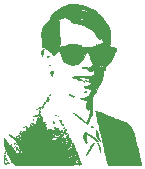
<source format=gbr>
G04 #@! TF.GenerationSoftware,KiCad,Pcbnew,(5.1.4)-1*
G04 #@! TF.CreationDate,2019-11-16T16:56:25-06:00*
G04 #@! TF.ProjectId,ScrutineeringBoard,53637275-7469-46e6-9565-72696e67426f,rev?*
G04 #@! TF.SameCoordinates,Original*
G04 #@! TF.FileFunction,Legend,Bot*
G04 #@! TF.FilePolarity,Positive*
%FSLAX46Y46*%
G04 Gerber Fmt 4.6, Leading zero omitted, Abs format (unit mm)*
G04 Created by KiCad (PCBNEW (5.1.4)-1) date 2019-11-16 16:56:25*
%MOMM*%
%LPD*%
G04 APERTURE LIST*
%ADD10C,0.010000*%
G04 APERTURE END LIST*
D10*
G36*
X135471715Y-139103572D02*
G01*
X135489857Y-139121715D01*
X135508000Y-139103572D01*
X135489857Y-139085429D01*
X135471715Y-139103572D01*
X135471715Y-139103572D01*
G37*
X135471715Y-139103572D02*
X135489857Y-139121715D01*
X135508000Y-139103572D01*
X135489857Y-139085429D01*
X135471715Y-139103572D01*
G36*
X136898953Y-143633238D02*
G01*
X136903934Y-143654810D01*
X136923143Y-143657429D01*
X136953010Y-143644153D01*
X136947334Y-143633238D01*
X136904271Y-143628896D01*
X136898953Y-143633238D01*
X136898953Y-143633238D01*
G37*
X136898953Y-143633238D02*
X136903934Y-143654810D01*
X136923143Y-143657429D01*
X136953010Y-143644153D01*
X136947334Y-143633238D01*
X136904271Y-143628896D01*
X136898953Y-143633238D01*
G36*
X131987751Y-142203049D02*
G01*
X131928580Y-142297049D01*
X131896935Y-142444338D01*
X131893122Y-142576026D01*
X131902551Y-142720305D01*
X131919880Y-142792697D01*
X131945316Y-142793476D01*
X131979064Y-142722917D01*
X131986738Y-142700549D01*
X132010065Y-142562047D01*
X132003494Y-142438976D01*
X131993666Y-142342143D01*
X132018019Y-142280736D01*
X132064926Y-142237951D01*
X132151572Y-142171328D01*
X132070861Y-142170521D01*
X131987751Y-142203049D01*
X131987751Y-142203049D01*
G37*
X131987751Y-142203049D02*
X131928580Y-142297049D01*
X131896935Y-142444338D01*
X131893122Y-142576026D01*
X131902551Y-142720305D01*
X131919880Y-142792697D01*
X131945316Y-142793476D01*
X131979064Y-142722917D01*
X131986738Y-142700549D01*
X132010065Y-142562047D01*
X132003494Y-142438976D01*
X131993666Y-142342143D01*
X132018019Y-142280736D01*
X132064926Y-142237951D01*
X132151572Y-142171328D01*
X132070861Y-142170521D01*
X131987751Y-142203049D01*
G36*
X132405428Y-142800757D02*
G01*
X132387429Y-142822858D01*
X132394374Y-142856178D01*
X132396500Y-142856593D01*
X132432732Y-142842099D01*
X132478143Y-142822858D01*
X132527114Y-142799005D01*
X132507950Y-142790806D01*
X132469072Y-142789122D01*
X132405428Y-142800757D01*
X132405428Y-142800757D01*
G37*
X132405428Y-142800757D02*
X132387429Y-142822858D01*
X132394374Y-142856178D01*
X132396500Y-142856593D01*
X132432732Y-142842099D01*
X132478143Y-142822858D01*
X132527114Y-142799005D01*
X132507950Y-142790806D01*
X132469072Y-142789122D01*
X132405428Y-142800757D01*
G36*
X132506113Y-143526649D02*
G01*
X132516935Y-143543141D01*
X132553738Y-143545707D01*
X132592456Y-143536845D01*
X132575661Y-143523785D01*
X132518951Y-143519459D01*
X132506113Y-143526649D01*
X132506113Y-143526649D01*
G37*
X132506113Y-143526649D02*
X132516935Y-143543141D01*
X132553738Y-143545707D01*
X132592456Y-143536845D01*
X132575661Y-143523785D01*
X132518951Y-143519459D01*
X132506113Y-143526649D01*
G36*
X135458530Y-143665395D02*
G01*
X135349377Y-143704079D01*
X135344915Y-143707224D01*
X135317647Y-143732795D01*
X135330244Y-143747261D01*
X135393190Y-143753121D01*
X135516973Y-143752879D01*
X135535076Y-143752581D01*
X135665503Y-143748809D01*
X135732913Y-143741445D01*
X135746856Y-143727901D01*
X135716878Y-143705591D01*
X135714168Y-143704072D01*
X135591958Y-143665292D01*
X135458530Y-143665395D01*
X135458530Y-143665395D01*
G37*
X135458530Y-143665395D02*
X135349377Y-143704079D01*
X135344915Y-143707224D01*
X135317647Y-143732795D01*
X135330244Y-143747261D01*
X135393190Y-143753121D01*
X135516973Y-143752879D01*
X135535076Y-143752581D01*
X135665503Y-143748809D01*
X135732913Y-143741445D01*
X135746856Y-143727901D01*
X135716878Y-143705591D01*
X135714168Y-143704072D01*
X135591958Y-143665292D01*
X135458530Y-143665395D01*
G36*
X132733522Y-144065186D02*
G01*
X132656250Y-144110630D01*
X132609242Y-144162373D01*
X132605143Y-144179610D01*
X132625924Y-144238543D01*
X132675123Y-144315675D01*
X132733023Y-144384595D01*
X132779905Y-144418891D01*
X132784173Y-144419429D01*
X132799543Y-144389147D01*
X132795165Y-144327209D01*
X132793716Y-144258287D01*
X132826549Y-144245566D01*
X132866434Y-144224892D01*
X132888922Y-144163400D01*
X132887743Y-144091988D01*
X132866384Y-144049299D01*
X132812940Y-144040067D01*
X132733522Y-144065186D01*
X132733522Y-144065186D01*
G37*
X132733522Y-144065186D02*
X132656250Y-144110630D01*
X132609242Y-144162373D01*
X132605143Y-144179610D01*
X132625924Y-144238543D01*
X132675123Y-144315675D01*
X132733023Y-144384595D01*
X132779905Y-144418891D01*
X132784173Y-144419429D01*
X132799543Y-144389147D01*
X132795165Y-144327209D01*
X132793716Y-144258287D01*
X132826549Y-144245566D01*
X132866434Y-144224892D01*
X132888922Y-144163400D01*
X132887743Y-144091988D01*
X132866384Y-144049299D01*
X132812940Y-144040067D01*
X132733522Y-144065186D01*
G36*
X135619465Y-144825000D02*
G01*
X135645841Y-144850084D01*
X135653143Y-144854857D01*
X135719625Y-144886911D01*
X135751357Y-144881584D01*
X135743857Y-144854857D01*
X135692074Y-144823285D01*
X135660073Y-144819127D01*
X135619465Y-144825000D01*
X135619465Y-144825000D01*
G37*
X135619465Y-144825000D02*
X135645841Y-144850084D01*
X135653143Y-144854857D01*
X135719625Y-144886911D01*
X135751357Y-144881584D01*
X135743857Y-144854857D01*
X135692074Y-144823285D01*
X135660073Y-144819127D01*
X135619465Y-144825000D01*
G36*
X135447524Y-144903238D02*
G01*
X135452505Y-144924810D01*
X135471715Y-144927429D01*
X135501582Y-144914153D01*
X135495905Y-144903238D01*
X135452842Y-144898896D01*
X135447524Y-144903238D01*
X135447524Y-144903238D01*
G37*
X135447524Y-144903238D02*
X135452505Y-144924810D01*
X135471715Y-144927429D01*
X135501582Y-144914153D01*
X135495905Y-144903238D01*
X135452842Y-144898896D01*
X135447524Y-144903238D01*
G36*
X135596054Y-145724726D02*
G01*
X135580572Y-145734136D01*
X135524036Y-145779772D01*
X135508000Y-145807014D01*
X135535500Y-145831267D01*
X135591388Y-145829897D01*
X135628953Y-145810381D01*
X135651714Y-145755376D01*
X135653143Y-145737502D01*
X135641840Y-145707537D01*
X135596054Y-145724726D01*
X135596054Y-145724726D01*
G37*
X135596054Y-145724726D02*
X135580572Y-145734136D01*
X135524036Y-145779772D01*
X135508000Y-145807014D01*
X135535500Y-145831267D01*
X135591388Y-145829897D01*
X135628953Y-145810381D01*
X135651714Y-145755376D01*
X135653143Y-145737502D01*
X135641840Y-145707537D01*
X135596054Y-145724726D01*
G36*
X132568857Y-146034143D02*
G01*
X132587000Y-146052286D01*
X132605143Y-146034143D01*
X132587000Y-146016000D01*
X132568857Y-146034143D01*
X132568857Y-146034143D01*
G37*
X132568857Y-146034143D02*
X132587000Y-146052286D01*
X132605143Y-146034143D01*
X132587000Y-146016000D01*
X132568857Y-146034143D01*
G36*
X134272472Y-146023129D02*
G01*
X134261580Y-146048504D01*
X134300685Y-146088901D01*
X134371887Y-146133726D01*
X134457282Y-146172382D01*
X134538970Y-146194276D01*
X134564572Y-146196007D01*
X134655286Y-146194857D01*
X134564572Y-146143000D01*
X134476550Y-146103870D01*
X134413381Y-146089858D01*
X134353348Y-146067215D01*
X134338995Y-146046843D01*
X134299022Y-146019604D01*
X134272472Y-146023129D01*
X134272472Y-146023129D01*
G37*
X134272472Y-146023129D02*
X134261580Y-146048504D01*
X134300685Y-146088901D01*
X134371887Y-146133726D01*
X134457282Y-146172382D01*
X134538970Y-146194276D01*
X134564572Y-146196007D01*
X134655286Y-146194857D01*
X134564572Y-146143000D01*
X134476550Y-146103870D01*
X134413381Y-146089858D01*
X134353348Y-146067215D01*
X134338995Y-146046843D01*
X134299022Y-146019604D01*
X134272472Y-146023129D01*
G36*
X132460000Y-146397000D02*
G01*
X132478143Y-146415143D01*
X132496286Y-146397000D01*
X132478143Y-146378857D01*
X132460000Y-146397000D01*
X132460000Y-146397000D01*
G37*
X132460000Y-146397000D02*
X132478143Y-146415143D01*
X132496286Y-146397000D01*
X132478143Y-146378857D01*
X132460000Y-146397000D01*
G36*
X132406727Y-146269041D02*
G01*
X132360304Y-146324761D01*
X132351143Y-146353229D01*
X132328885Y-146407804D01*
X132293452Y-146455034D01*
X132255378Y-146530256D01*
X132275107Y-146585930D01*
X132340413Y-146602593D01*
X132379945Y-146592737D01*
X132437474Y-146559019D01*
X132434601Y-146509479D01*
X132425297Y-146490672D01*
X132406902Y-146390653D01*
X132424865Y-146321402D01*
X132446402Y-146256436D01*
X132435269Y-146247691D01*
X132406727Y-146269041D01*
X132406727Y-146269041D01*
G37*
X132406727Y-146269041D02*
X132360304Y-146324761D01*
X132351143Y-146353229D01*
X132328885Y-146407804D01*
X132293452Y-146455034D01*
X132255378Y-146530256D01*
X132275107Y-146585930D01*
X132340413Y-146602593D01*
X132379945Y-146592737D01*
X132437474Y-146559019D01*
X132434601Y-146509479D01*
X132425297Y-146490672D01*
X132406902Y-146390653D01*
X132424865Y-146321402D01*
X132446402Y-146256436D01*
X132435269Y-146247691D01*
X132406727Y-146269041D01*
G36*
X132147360Y-146675947D02*
G01*
X132108584Y-146741381D01*
X132108210Y-146783508D01*
X132128686Y-146807673D01*
X132134861Y-146796143D01*
X132138188Y-146736153D01*
X132137726Y-146732643D01*
X132160826Y-146706286D01*
X132169714Y-146705429D01*
X132203658Y-146676904D01*
X132206000Y-146661368D01*
X132187593Y-146644780D01*
X132147360Y-146675947D01*
X132147360Y-146675947D01*
G37*
X132147360Y-146675947D02*
X132108584Y-146741381D01*
X132108210Y-146783508D01*
X132128686Y-146807673D01*
X132134861Y-146796143D01*
X132138188Y-146736153D01*
X132137726Y-146732643D01*
X132160826Y-146706286D01*
X132169714Y-146705429D01*
X132203658Y-146676904D01*
X132206000Y-146661368D01*
X132187593Y-146644780D01*
X132147360Y-146675947D01*
G36*
X132030178Y-146865250D02*
G01*
X131991224Y-146901786D01*
X131999215Y-146922790D01*
X132004287Y-146923143D01*
X132034978Y-146897370D01*
X132046179Y-146881251D01*
X132050456Y-146856421D01*
X132030178Y-146865250D01*
X132030178Y-146865250D01*
G37*
X132030178Y-146865250D02*
X131991224Y-146901786D01*
X131999215Y-146922790D01*
X132004287Y-146923143D01*
X132034978Y-146897370D01*
X132046179Y-146881251D01*
X132050456Y-146856421D01*
X132030178Y-146865250D01*
G36*
X131952000Y-146977572D02*
G01*
X131970143Y-146995715D01*
X131988286Y-146977572D01*
X131970143Y-146959429D01*
X131952000Y-146977572D01*
X131952000Y-146977572D01*
G37*
X131952000Y-146977572D02*
X131970143Y-146995715D01*
X131988286Y-146977572D01*
X131970143Y-146959429D01*
X131952000Y-146977572D01*
G36*
X131952000Y-147122715D02*
G01*
X131970143Y-147140858D01*
X131988286Y-147122715D01*
X131970143Y-147104572D01*
X131952000Y-147122715D01*
X131952000Y-147122715D01*
G37*
X131952000Y-147122715D02*
X131970143Y-147140858D01*
X131988286Y-147122715D01*
X131970143Y-147104572D01*
X131952000Y-147122715D01*
G36*
X131407714Y-147267858D02*
G01*
X131425857Y-147286000D01*
X131444000Y-147267858D01*
X131425857Y-147249715D01*
X131407714Y-147267858D01*
X131407714Y-147267858D01*
G37*
X131407714Y-147267858D02*
X131425857Y-147286000D01*
X131444000Y-147267858D01*
X131425857Y-147249715D01*
X131407714Y-147267858D01*
G36*
X131699639Y-147091057D02*
G01*
X131620377Y-147141055D01*
X131534714Y-147213825D01*
X131630036Y-147179937D01*
X131698662Y-147162891D01*
X131720812Y-147184267D01*
X131720750Y-147203048D01*
X131745595Y-147261711D01*
X131770572Y-147275786D01*
X131806088Y-147282813D01*
X131779640Y-147260026D01*
X131772014Y-147254692D01*
X131740678Y-147219941D01*
X131759204Y-147175359D01*
X131786710Y-147143073D01*
X131831724Y-147089343D01*
X131825816Y-147070521D01*
X131780215Y-147068286D01*
X131699639Y-147091057D01*
X131699639Y-147091057D01*
G37*
X131699639Y-147091057D02*
X131620377Y-147141055D01*
X131534714Y-147213825D01*
X131630036Y-147179937D01*
X131698662Y-147162891D01*
X131720812Y-147184267D01*
X131720750Y-147203048D01*
X131745595Y-147261711D01*
X131770572Y-147275786D01*
X131806088Y-147282813D01*
X131779640Y-147260026D01*
X131772014Y-147254692D01*
X131740678Y-147219941D01*
X131759204Y-147175359D01*
X131786710Y-147143073D01*
X131831724Y-147089343D01*
X131825816Y-147070521D01*
X131780215Y-147068286D01*
X131699639Y-147091057D01*
G36*
X131698000Y-147376715D02*
G01*
X131663384Y-147409321D01*
X131661714Y-147415142D01*
X131689788Y-147430727D01*
X131698000Y-147431143D01*
X131732892Y-147403248D01*
X131734286Y-147392716D01*
X131712056Y-147371045D01*
X131698000Y-147376715D01*
X131698000Y-147376715D01*
G37*
X131698000Y-147376715D02*
X131663384Y-147409321D01*
X131661714Y-147415142D01*
X131689788Y-147430727D01*
X131698000Y-147431143D01*
X131732892Y-147403248D01*
X131734286Y-147392716D01*
X131712056Y-147371045D01*
X131698000Y-147376715D01*
G36*
X131710095Y-147515810D02*
G01*
X131705753Y-147558873D01*
X131710095Y-147564191D01*
X131731667Y-147559210D01*
X131734286Y-147540000D01*
X131721010Y-147510133D01*
X131710095Y-147515810D01*
X131710095Y-147515810D01*
G37*
X131710095Y-147515810D02*
X131705753Y-147558873D01*
X131710095Y-147564191D01*
X131731667Y-147559210D01*
X131734286Y-147540000D01*
X131721010Y-147510133D01*
X131710095Y-147515810D01*
G36*
X134600857Y-147594429D02*
G01*
X134619000Y-147612572D01*
X134637143Y-147594429D01*
X134619000Y-147576286D01*
X134600857Y-147594429D01*
X134600857Y-147594429D01*
G37*
X134600857Y-147594429D02*
X134619000Y-147612572D01*
X134637143Y-147594429D01*
X134619000Y-147576286D01*
X134600857Y-147594429D01*
G36*
X133067786Y-147769969D02*
G01*
X133063228Y-147783213D01*
X133113143Y-147788271D01*
X133164655Y-147782569D01*
X133158500Y-147769969D01*
X133084211Y-147765176D01*
X133067786Y-147769969D01*
X133067786Y-147769969D01*
G37*
X133067786Y-147769969D02*
X133063228Y-147783213D01*
X133113143Y-147788271D01*
X133164655Y-147782569D01*
X133158500Y-147769969D01*
X133084211Y-147765176D01*
X133067786Y-147769969D01*
G36*
X134757388Y-147704209D02*
G01*
X134777657Y-147730500D01*
X134830620Y-147786913D01*
X134854262Y-147786668D01*
X134854857Y-147780300D01*
X134830061Y-147750011D01*
X134791357Y-147716800D01*
X134748377Y-147685419D01*
X134757388Y-147704209D01*
X134757388Y-147704209D01*
G37*
X134757388Y-147704209D02*
X134777657Y-147730500D01*
X134830620Y-147786913D01*
X134854262Y-147786668D01*
X134854857Y-147780300D01*
X134830061Y-147750011D01*
X134791357Y-147716800D01*
X134748377Y-147685419D01*
X134757388Y-147704209D01*
G36*
X131199828Y-147844649D02*
G01*
X131210649Y-147861141D01*
X131247453Y-147863707D01*
X131286171Y-147854845D01*
X131269375Y-147841785D01*
X131212665Y-147837459D01*
X131199828Y-147844649D01*
X131199828Y-147844649D01*
G37*
X131199828Y-147844649D02*
X131210649Y-147861141D01*
X131247453Y-147863707D01*
X131286171Y-147854845D01*
X131269375Y-147841785D01*
X131212665Y-147837459D01*
X131199828Y-147844649D01*
G36*
X133258286Y-147848429D02*
G01*
X133276429Y-147866572D01*
X133294572Y-147848429D01*
X133276429Y-147830286D01*
X133258286Y-147848429D01*
X133258286Y-147848429D01*
G37*
X133258286Y-147848429D02*
X133276429Y-147866572D01*
X133294572Y-147848429D01*
X133276429Y-147830286D01*
X133258286Y-147848429D01*
G36*
X131153714Y-148138715D02*
G01*
X131171857Y-148156858D01*
X131190000Y-148138715D01*
X131171857Y-148120572D01*
X131153714Y-148138715D01*
X131153714Y-148138715D01*
G37*
X131153714Y-148138715D02*
X131171857Y-148156858D01*
X131190000Y-148138715D01*
X131171857Y-148120572D01*
X131153714Y-148138715D01*
G36*
X133409445Y-148164621D02*
G01*
X133403429Y-148171118D01*
X133431803Y-148194515D01*
X133457857Y-148206265D01*
X133504581Y-148207019D01*
X133512286Y-148192004D01*
X133482879Y-148160817D01*
X133457857Y-148156858D01*
X133409445Y-148164621D01*
X133409445Y-148164621D01*
G37*
X133409445Y-148164621D02*
X133403429Y-148171118D01*
X133431803Y-148194515D01*
X133457857Y-148206265D01*
X133504581Y-148207019D01*
X133512286Y-148192004D01*
X133482879Y-148160817D01*
X133457857Y-148156858D01*
X133409445Y-148164621D01*
G36*
X132895429Y-148320143D02*
G01*
X132913572Y-148338286D01*
X132931715Y-148320143D01*
X132913572Y-148302000D01*
X132895429Y-148320143D01*
X132895429Y-148320143D01*
G37*
X132895429Y-148320143D02*
X132913572Y-148338286D01*
X132931715Y-148320143D01*
X132913572Y-148302000D01*
X132895429Y-148320143D01*
G36*
X133509779Y-148285407D02*
G01*
X133478091Y-148315192D01*
X133515425Y-148325975D01*
X133528833Y-148326191D01*
X133565224Y-148310178D01*
X133562611Y-148295361D01*
X133520537Y-148280642D01*
X133509779Y-148285407D01*
X133509779Y-148285407D01*
G37*
X133509779Y-148285407D02*
X133478091Y-148315192D01*
X133515425Y-148325975D01*
X133528833Y-148326191D01*
X133565224Y-148310178D01*
X133562611Y-148295361D01*
X133520537Y-148280642D01*
X133509779Y-148285407D01*
G36*
X134895674Y-147824188D02*
G01*
X134940871Y-147881695D01*
X135031368Y-147971474D01*
X135096197Y-148030168D01*
X135213378Y-148130152D01*
X135329463Y-148223312D01*
X135431634Y-148300098D01*
X135507076Y-148350961D01*
X135542969Y-148366351D01*
X135544286Y-148364023D01*
X135521677Y-148332734D01*
X135462457Y-148263495D01*
X135381000Y-148173005D01*
X135299288Y-148087340D01*
X135240723Y-148032307D01*
X135217726Y-148019558D01*
X135217715Y-148019844D01*
X135194770Y-148014276D01*
X135137704Y-147969855D01*
X135117929Y-147952009D01*
X135033802Y-147880564D01*
X134960870Y-147828964D01*
X134954643Y-147825465D01*
X134899142Y-147803821D01*
X134895674Y-147824188D01*
X134895674Y-147824188D01*
G37*
X134895674Y-147824188D02*
X134940871Y-147881695D01*
X135031368Y-147971474D01*
X135096197Y-148030168D01*
X135213378Y-148130152D01*
X135329463Y-148223312D01*
X135431634Y-148300098D01*
X135507076Y-148350961D01*
X135542969Y-148366351D01*
X135544286Y-148364023D01*
X135521677Y-148332734D01*
X135462457Y-148263495D01*
X135381000Y-148173005D01*
X135299288Y-148087340D01*
X135240723Y-148032307D01*
X135217726Y-148019558D01*
X135217715Y-148019844D01*
X135194770Y-148014276D01*
X135137704Y-147969855D01*
X135117929Y-147952009D01*
X135033802Y-147880564D01*
X134960870Y-147828964D01*
X134954643Y-147825465D01*
X134899142Y-147803821D01*
X134895674Y-147824188D01*
G36*
X132098197Y-148365899D02*
G01*
X132097143Y-148374572D01*
X132124756Y-148409803D01*
X132133429Y-148410858D01*
X132168660Y-148383245D01*
X132169714Y-148374572D01*
X132142102Y-148339340D01*
X132133429Y-148338286D01*
X132098197Y-148365899D01*
X132098197Y-148365899D01*
G37*
X132098197Y-148365899D02*
X132097143Y-148374572D01*
X132124756Y-148409803D01*
X132133429Y-148410858D01*
X132168660Y-148383245D01*
X132169714Y-148374572D01*
X132142102Y-148339340D01*
X132133429Y-148338286D01*
X132098197Y-148365899D01*
G36*
X132907524Y-148386667D02*
G01*
X132912505Y-148408239D01*
X132931715Y-148410858D01*
X132961582Y-148397581D01*
X132955905Y-148386667D01*
X132912842Y-148382324D01*
X132907524Y-148386667D01*
X132907524Y-148386667D01*
G37*
X132907524Y-148386667D02*
X132912505Y-148408239D01*
X132931715Y-148410858D01*
X132961582Y-148397581D01*
X132955905Y-148386667D01*
X132912842Y-148382324D01*
X132907524Y-148386667D01*
G36*
X133512286Y-148465286D02*
G01*
X133530429Y-148483429D01*
X133548572Y-148465286D01*
X133530429Y-148447143D01*
X133512286Y-148465286D01*
X133512286Y-148465286D01*
G37*
X133512286Y-148465286D02*
X133530429Y-148483429D01*
X133548572Y-148465286D01*
X133530429Y-148447143D01*
X133512286Y-148465286D01*
G36*
X134232141Y-138398888D02*
G01*
X134023549Y-138450575D01*
X133806824Y-138523009D01*
X133600515Y-138611561D01*
X133592756Y-138615365D01*
X133342291Y-138761230D01*
X133106182Y-138940519D01*
X132897265Y-139140518D01*
X132728377Y-139348513D01*
X132612355Y-139551790D01*
X132590405Y-139608115D01*
X132546303Y-139690818D01*
X132464893Y-139805539D01*
X132360322Y-139933119D01*
X132305672Y-139993710D01*
X132153446Y-140164668D01*
X132044939Y-140311665D01*
X131970933Y-140455560D01*
X131922209Y-140617208D01*
X131889547Y-140817466D01*
X131873120Y-140972286D01*
X131871338Y-141051731D01*
X131873713Y-141112800D01*
X131886089Y-141170777D01*
X131918403Y-141166030D01*
X131928339Y-141158294D01*
X131963124Y-141143365D01*
X131977934Y-141184685D01*
X131980341Y-141226423D01*
X131973409Y-141302751D01*
X131952398Y-141335135D01*
X131952000Y-141335143D01*
X131930695Y-141366587D01*
X131923612Y-141442177D01*
X131937339Y-141515318D01*
X131966152Y-141542028D01*
X131966542Y-141541963D01*
X131998700Y-141565885D01*
X132006429Y-141607286D01*
X131986039Y-141662906D01*
X131954929Y-141668739D01*
X131922575Y-141670067D01*
X131945500Y-141708299D01*
X131947620Y-141710865D01*
X131970980Y-141766315D01*
X131953762Y-141787626D01*
X131926329Y-141837539D01*
X131915714Y-141917856D01*
X131924656Y-141992939D01*
X131966775Y-142021053D01*
X132026957Y-142024572D01*
X132134194Y-142036931D01*
X132238289Y-142080453D01*
X132358125Y-142164799D01*
X132444692Y-142238365D01*
X132548063Y-142326726D01*
X132645144Y-142404742D01*
X132683917Y-142433585D01*
X132768106Y-142511462D01*
X132822315Y-142585987D01*
X132869467Y-142674090D01*
X133018519Y-142591398D01*
X133123275Y-142516646D01*
X133176334Y-142442004D01*
X133179167Y-142429925D01*
X133215569Y-142364528D01*
X133270879Y-142351143D01*
X133379280Y-142373668D01*
X133462571Y-142446659D01*
X133527494Y-142578239D01*
X133564526Y-142705070D01*
X133608371Y-142856306D01*
X133661595Y-143001514D01*
X133705015Y-143094453D01*
X133843906Y-143270701D01*
X134031857Y-143398293D01*
X134261880Y-143474674D01*
X134526991Y-143497291D01*
X134750387Y-143476505D01*
X134888255Y-143451374D01*
X134983868Y-143421843D01*
X135062486Y-143374326D01*
X135149370Y-143295238D01*
X135217715Y-143225174D01*
X135326472Y-143102871D01*
X135415285Y-142977630D01*
X135495977Y-142829484D01*
X135580374Y-142638466D01*
X135613087Y-142557507D01*
X135654394Y-142485830D01*
X135717382Y-142464300D01*
X135768375Y-142466792D01*
X135825840Y-142476692D01*
X135867363Y-142502320D01*
X135903038Y-142557997D01*
X135942953Y-142658041D01*
X135980943Y-142768429D01*
X136038785Y-142934978D01*
X136100217Y-143103942D01*
X136152897Y-143241452D01*
X136157591Y-143253113D01*
X136236381Y-143447511D01*
X136142487Y-143570613D01*
X136074030Y-143646979D01*
X136015543Y-143690133D01*
X136001563Y-143693715D01*
X135942258Y-143715876D01*
X135870857Y-143766286D01*
X135802202Y-143817876D01*
X135756448Y-143838857D01*
X135724103Y-143854055D01*
X135748601Y-143893133D01*
X135822489Y-143946316D01*
X135850407Y-143962077D01*
X135985469Y-144009655D01*
X136105993Y-144004673D01*
X136247148Y-143992790D01*
X136335859Y-144023728D01*
X136381004Y-144101496D01*
X136386960Y-144131617D01*
X136380882Y-144232452D01*
X136327658Y-144314909D01*
X136223409Y-144380061D01*
X136064252Y-144428982D01*
X135846308Y-144462746D01*
X135565695Y-144482425D01*
X135218533Y-144489094D01*
X135096283Y-144488684D01*
X134881247Y-144489493D01*
X134707661Y-144495165D01*
X134585351Y-144505143D01*
X134524149Y-144518868D01*
X134520687Y-144521371D01*
X134501610Y-144576225D01*
X134532421Y-144619134D01*
X134588822Y-144621678D01*
X134652199Y-144623341D01*
X134749686Y-144651426D01*
X134793795Y-144669524D01*
X134920184Y-144718906D01*
X135045407Y-144756691D01*
X135072572Y-144762743D01*
X135177554Y-144784869D01*
X135259524Y-144804599D01*
X135263072Y-144805583D01*
X135322086Y-144813619D01*
X135328513Y-144795371D01*
X135291899Y-144762049D01*
X135221792Y-144724864D01*
X135181429Y-144709715D01*
X135091963Y-144674284D01*
X135040878Y-144642611D01*
X135036286Y-144634218D01*
X135069011Y-144603076D01*
X135153496Y-144579657D01*
X135269205Y-144565366D01*
X135395602Y-144561608D01*
X135512151Y-144569788D01*
X135598316Y-144591311D01*
X135606338Y-144595228D01*
X135707826Y-144629434D01*
X135773315Y-144637143D01*
X135866057Y-144658291D01*
X135915688Y-144711147D01*
X135907851Y-144779828D01*
X135905623Y-144783503D01*
X135874165Y-144850238D01*
X135897815Y-144872103D01*
X135952500Y-144863311D01*
X136008692Y-144853375D01*
X136003945Y-144877786D01*
X135981413Y-144906523D01*
X135948847Y-144954082D01*
X135971455Y-144965331D01*
X135999556Y-144963066D01*
X136106149Y-144957357D01*
X136146404Y-144972535D01*
X136124170Y-145011037D01*
X136103932Y-145029146D01*
X136052044Y-145087364D01*
X136040123Y-145127724D01*
X136020351Y-145166258D01*
X135958718Y-145205458D01*
X135884489Y-145231585D01*
X135826929Y-145230900D01*
X135823868Y-145229242D01*
X135804949Y-145229862D01*
X135816215Y-145253655D01*
X135820918Y-145284666D01*
X135770068Y-145285960D01*
X135745194Y-145281661D01*
X135637184Y-145283126D01*
X135558660Y-145307322D01*
X135500191Y-145343502D01*
X135501938Y-145374987D01*
X135535503Y-145407484D01*
X135609380Y-145446404D01*
X135720248Y-145478696D01*
X135766172Y-145486907D01*
X135881339Y-145511036D01*
X135973016Y-145543263D01*
X135995159Y-145555969D01*
X136051858Y-145638463D01*
X136056350Y-145754770D01*
X136012417Y-145892529D01*
X135923840Y-146039378D01*
X135806972Y-146171117D01*
X135692596Y-146243953D01*
X135524607Y-146302875D01*
X135321505Y-146342115D01*
X135228382Y-146351473D01*
X135187600Y-146363027D01*
X135205984Y-146383204D01*
X135271506Y-146406562D01*
X135372137Y-146427659D01*
X135408255Y-146432847D01*
X135570012Y-146461955D01*
X135697893Y-146501027D01*
X135777969Y-146544860D01*
X135798286Y-146578504D01*
X135782323Y-146629288D01*
X135741427Y-146719448D01*
X135707764Y-146785338D01*
X135656629Y-146898323D01*
X135646284Y-146965791D01*
X135654811Y-146978603D01*
X135676739Y-147027633D01*
X135671475Y-147067691D01*
X135683396Y-147146087D01*
X135757376Y-147250476D01*
X135760713Y-147254153D01*
X135827852Y-147324038D01*
X135860392Y-147343177D01*
X135870424Y-147316382D01*
X135870857Y-147297969D01*
X135894609Y-147226480D01*
X135927586Y-147199425D01*
X135965865Y-147164598D01*
X135963280Y-147143621D01*
X135968879Y-147097529D01*
X135984862Y-147083247D01*
X136006087Y-147099359D01*
X136015246Y-147172194D01*
X136013657Y-147287150D01*
X136002637Y-147429622D01*
X135983504Y-147585008D01*
X135957575Y-147738704D01*
X135926169Y-147876107D01*
X135907817Y-147937142D01*
X135852735Y-148077890D01*
X135788985Y-148208097D01*
X135741706Y-148283453D01*
X135672692Y-148388345D01*
X135659491Y-148452343D01*
X135701984Y-148480793D01*
X135737231Y-148483429D01*
X135788607Y-148472437D01*
X135827883Y-148429040D01*
X135866265Y-148337602D01*
X135886806Y-148274786D01*
X135938343Y-148132004D01*
X136008773Y-147963552D01*
X136077744Y-147816396D01*
X136142085Y-147682424D01*
X136177412Y-147583349D01*
X136189757Y-147490519D01*
X136185151Y-147375282D01*
X136180854Y-147326539D01*
X136170930Y-147183257D01*
X136162769Y-146997273D01*
X136157536Y-146798455D01*
X136156337Y-146696615D01*
X136157330Y-146513614D01*
X136164341Y-146385825D01*
X136179801Y-146295980D01*
X136206140Y-146226808D01*
X136227821Y-146188615D01*
X136299594Y-146067977D01*
X136394779Y-145900309D01*
X136503789Y-145703219D01*
X136617039Y-145494314D01*
X136724946Y-145291202D01*
X136817924Y-145111490D01*
X136860632Y-145026141D01*
X136923260Y-144881746D01*
X136984268Y-144711781D01*
X137039170Y-144532908D01*
X137083480Y-144361788D01*
X137112712Y-144215083D01*
X137113271Y-144208972D01*
X136959429Y-144208972D01*
X136938682Y-144237399D01*
X136886078Y-144214910D01*
X136832429Y-144165429D01*
X136792221Y-144112544D01*
X136804635Y-144093804D01*
X136819548Y-144092857D01*
X136888927Y-144117209D01*
X136945699Y-144171084D01*
X136959429Y-144208972D01*
X137113271Y-144208972D01*
X137122380Y-144109455D01*
X137117168Y-144073345D01*
X137131271Y-144022355D01*
X137190685Y-143965546D01*
X137192440Y-143964385D01*
X137212430Y-143947715D01*
X137104572Y-143947715D01*
X137076959Y-143982946D01*
X137068286Y-143984000D01*
X137033055Y-143956388D01*
X137032000Y-143947715D01*
X137059613Y-143912483D01*
X137068286Y-143911429D01*
X137103517Y-143939041D01*
X137104572Y-143947715D01*
X137212430Y-143947715D01*
X137247686Y-143918316D01*
X137282980Y-143872958D01*
X137289243Y-143845334D01*
X137257398Y-143852466D01*
X137249715Y-143857000D01*
X137218973Y-143848384D01*
X137213429Y-143820715D01*
X137216341Y-143814667D01*
X137092476Y-143814667D01*
X137087495Y-143836239D01*
X137068286Y-143838857D01*
X137038419Y-143825581D01*
X137044095Y-143814667D01*
X137087158Y-143810324D01*
X137092476Y-143814667D01*
X137216341Y-143814667D01*
X137232347Y-143781425D01*
X137258786Y-143787611D01*
X137285487Y-143797557D01*
X137262372Y-143767939D01*
X137193013Y-143740046D01*
X137099087Y-143751319D01*
X136999885Y-143768799D01*
X136925688Y-143771963D01*
X136923143Y-143771619D01*
X136887404Y-143770240D01*
X136914474Y-143793934D01*
X136922092Y-143799086D01*
X136956356Y-143839714D01*
X136952455Y-143857927D01*
X136909968Y-143855878D01*
X136836943Y-143820221D01*
X136828054Y-143814543D01*
X136726668Y-143748143D01*
X137030803Y-143711857D01*
X137187375Y-143688124D01*
X137297204Y-143660968D01*
X137348161Y-143633491D01*
X137349779Y-143630215D01*
X137345020Y-143609024D01*
X137130914Y-143609024D01*
X137116384Y-143649540D01*
X137038460Y-143675545D01*
X136893308Y-143688208D01*
X136868714Y-143688950D01*
X136781603Y-143686434D01*
X136761925Y-143671776D01*
X136777127Y-143658737D01*
X136804398Y-143629379D01*
X136771428Y-143601454D01*
X136740841Y-143587976D01*
X136705120Y-143568680D01*
X136722185Y-143558774D01*
X136799452Y-143556750D01*
X136883977Y-143558898D01*
X137017404Y-143569648D01*
X137104725Y-143589696D01*
X137130914Y-143609024D01*
X137345020Y-143609024D01*
X137340556Y-143589154D01*
X137325310Y-143584857D01*
X137287668Y-143559008D01*
X137286000Y-143548572D01*
X137314963Y-143515449D01*
X137334854Y-143512286D01*
X137429196Y-143487785D01*
X137545409Y-143424568D01*
X137657038Y-143338061D01*
X137690221Y-143305040D01*
X137730259Y-143255167D01*
X137770769Y-143187682D01*
X137816389Y-143092120D01*
X137871757Y-142958015D01*
X137941513Y-142774902D01*
X138019391Y-142562409D01*
X138071588Y-142464985D01*
X138123887Y-142402571D01*
X138180452Y-142304379D01*
X138193143Y-142202852D01*
X138193143Y-142065808D01*
X137920873Y-142005233D01*
X137788888Y-141972848D01*
X137686972Y-141942180D01*
X137633866Y-141918999D01*
X137630828Y-141915899D01*
X137632599Y-141867380D01*
X137658499Y-141780715D01*
X137671716Y-141747212D01*
X137705060Y-141619752D01*
X137706475Y-141607290D01*
X137115762Y-141607290D01*
X137080022Y-141639574D01*
X136989019Y-141686262D01*
X136869541Y-141732281D01*
X136745332Y-141770343D01*
X136640134Y-141793161D01*
X136578109Y-141793613D01*
X136531385Y-141789026D01*
X136524000Y-141799683D01*
X136491629Y-141840791D01*
X136406624Y-141890383D01*
X136287149Y-141940994D01*
X136151367Y-141985162D01*
X136017443Y-142015420D01*
X135988786Y-142019631D01*
X135859513Y-142028652D01*
X135708433Y-142027969D01*
X135555685Y-142019112D01*
X135421411Y-142003612D01*
X135325750Y-141982999D01*
X135292938Y-141966747D01*
X135272358Y-141914783D01*
X135272143Y-141909317D01*
X135238158Y-141868600D01*
X135145334Y-141829154D01*
X135007365Y-141794557D01*
X134837946Y-141768388D01*
X134684163Y-141755677D01*
X134542207Y-141746363D01*
X134428115Y-141734916D01*
X134361404Y-141723421D01*
X134353736Y-141720395D01*
X134305318Y-141723691D01*
X134215759Y-141753754D01*
X134143430Y-141785682D01*
X134021147Y-141834858D01*
X133858942Y-141887268D01*
X133688250Y-141932930D01*
X133657429Y-141940025D01*
X133504432Y-141976835D01*
X133409962Y-142007878D01*
X133360912Y-142039013D01*
X133344176Y-142076099D01*
X133343786Y-142080211D01*
X133337420Y-142163693D01*
X133334714Y-142196929D01*
X133309656Y-142238463D01*
X133271752Y-142230979D01*
X133258286Y-142193262D01*
X133261477Y-142181810D01*
X132883334Y-142181810D01*
X132878353Y-142203382D01*
X132859143Y-142206000D01*
X132829276Y-142192724D01*
X132834953Y-142181810D01*
X132878015Y-142177467D01*
X132883334Y-142181810D01*
X133261477Y-142181810D01*
X133274431Y-142135323D01*
X133315842Y-142039656D01*
X133350891Y-141970072D01*
X133403551Y-141853010D01*
X133428629Y-141770156D01*
X132731886Y-141770156D01*
X132726046Y-141790776D01*
X132697742Y-141784417D01*
X132648720Y-141788009D01*
X132639908Y-141812047D01*
X132624885Y-141811284D01*
X132590198Y-141766762D01*
X132548812Y-141699541D01*
X132532013Y-141666601D01*
X132421164Y-141666601D01*
X132421151Y-141673378D01*
X132418588Y-141788715D01*
X132347822Y-141629211D01*
X132309350Y-141533558D01*
X132290830Y-141469069D01*
X132291636Y-141455126D01*
X132327807Y-141457708D01*
X132370111Y-141508407D01*
X132405560Y-141585334D01*
X132421164Y-141666601D01*
X132532013Y-141666601D01*
X132513694Y-141630684D01*
X132497809Y-141581254D01*
X132497807Y-141581211D01*
X132523334Y-141569056D01*
X132550714Y-141576021D01*
X132596607Y-141625505D01*
X132605143Y-141665597D01*
X132627992Y-141722284D01*
X132657430Y-141734286D01*
X132719031Y-141756131D01*
X132731886Y-141770156D01*
X133428629Y-141770156D01*
X133435892Y-141746164D01*
X133441007Y-141701596D01*
X133438057Y-141596684D01*
X133433301Y-141435422D01*
X133429729Y-141316749D01*
X132632300Y-141316749D01*
X132620694Y-141386980D01*
X132597696Y-141450905D01*
X132578285Y-141465523D01*
X132572803Y-141420925D01*
X132577983Y-141389572D01*
X132351143Y-141389572D01*
X132333000Y-141407715D01*
X132314857Y-141389572D01*
X132333000Y-141371429D01*
X132351143Y-141389572D01*
X132577983Y-141389572D01*
X132584408Y-141350694D01*
X132607406Y-141286769D01*
X132626818Y-141272151D01*
X132632300Y-141316749D01*
X133429729Y-141316749D01*
X133427237Y-141233996D01*
X133422759Y-141087191D01*
X133113143Y-141087191D01*
X133103910Y-141222152D01*
X133075690Y-141289575D01*
X133052320Y-141298857D01*
X133047630Y-141266526D01*
X133049314Y-141208143D01*
X132968000Y-141208143D01*
X132949857Y-141226286D01*
X132931715Y-141208143D01*
X132949857Y-141190000D01*
X132968000Y-141208143D01*
X133049314Y-141208143D01*
X133049993Y-141184626D01*
X133052200Y-141153715D01*
X132568857Y-141153715D01*
X132555581Y-141183582D01*
X132544667Y-141177905D01*
X132540324Y-141134842D01*
X132544667Y-141129524D01*
X132566239Y-141134505D01*
X132568857Y-141153715D01*
X133052200Y-141153715D01*
X133053587Y-141134305D01*
X133058013Y-141099286D01*
X132786572Y-141099286D01*
X132768429Y-141117429D01*
X132750286Y-141099286D01*
X132768429Y-141081143D01*
X132786572Y-141099286D01*
X133058013Y-141099286D01*
X133061161Y-141074375D01*
X132218704Y-141074375D01*
X132212944Y-141139038D01*
X132212368Y-141141892D01*
X132195490Y-141203082D01*
X132181903Y-141195610D01*
X132177185Y-141177075D01*
X132181761Y-141103104D01*
X132198091Y-141074538D01*
X132218704Y-141074375D01*
X133061161Y-141074375D01*
X133068607Y-141015469D01*
X133070996Y-141007433D01*
X132641429Y-141007433D01*
X132614831Y-141027398D01*
X132587000Y-141021694D01*
X132539257Y-140995939D01*
X132532572Y-140986547D01*
X132562202Y-140973862D01*
X132587000Y-140972286D01*
X132635297Y-140991276D01*
X132641429Y-141007433D01*
X133070996Y-141007433D01*
X133086206Y-140956283D01*
X133102065Y-140960166D01*
X133111862Y-141030536D01*
X133113143Y-141087191D01*
X133422759Y-141087191D01*
X133420361Y-141008591D01*
X133415234Y-140842262D01*
X133110278Y-140842262D01*
X133103607Y-140889325D01*
X133091220Y-140889887D01*
X133089737Y-140881572D01*
X132024572Y-140881572D01*
X132006429Y-140899715D01*
X131988286Y-140881572D01*
X132006429Y-140863429D01*
X132024572Y-140881572D01*
X133089737Y-140881572D01*
X133082558Y-140841323D01*
X133088356Y-140820340D01*
X133104468Y-140806595D01*
X133110278Y-140842262D01*
X133415234Y-140842262D01*
X133413172Y-140775392D01*
X133406166Y-140550586D01*
X133399840Y-140350356D01*
X133394693Y-140190889D01*
X133393356Y-140150540D01*
X133380103Y-139947598D01*
X133356367Y-139812946D01*
X133330714Y-139756542D01*
X133299827Y-139703773D01*
X133325422Y-139661738D01*
X133350370Y-139642355D01*
X133444555Y-139592536D01*
X133512286Y-139570761D01*
X133622849Y-139543466D01*
X133693715Y-139523203D01*
X133794896Y-139505934D01*
X133911090Y-139503710D01*
X133911429Y-139503733D01*
X134026075Y-139511022D01*
X134124102Y-139516560D01*
X134124515Y-139516580D01*
X134182874Y-139526795D01*
X134178939Y-139557771D01*
X134165429Y-139575286D01*
X134142298Y-139616589D01*
X134179319Y-139629309D01*
X134200295Y-139629715D01*
X134258831Y-139646108D01*
X134264819Y-139675072D01*
X134285646Y-139716301D01*
X134360326Y-139764861D01*
X134397867Y-139781902D01*
X134472312Y-139818014D01*
X134495576Y-139841154D01*
X134482929Y-139845402D01*
X134429042Y-139856738D01*
X134432117Y-139881204D01*
X134479117Y-139912786D01*
X134557003Y-139945474D01*
X134652735Y-139973253D01*
X134753276Y-139990114D01*
X134802111Y-139992572D01*
X134858165Y-139996545D01*
X134933718Y-140010451D01*
X135040325Y-140037270D01*
X135189539Y-140079985D01*
X135392915Y-140141574D01*
X135460779Y-140162496D01*
X135569101Y-140202862D01*
X135645270Y-140244087D01*
X135666882Y-140266322D01*
X135710010Y-140305818D01*
X135795552Y-140347529D01*
X135822960Y-140357281D01*
X135944655Y-140412049D01*
X136077498Y-140495067D01*
X136206217Y-140593614D01*
X136315542Y-140694965D01*
X136390201Y-140786397D01*
X136415143Y-140850668D01*
X136436582Y-140895396D01*
X136451429Y-140899715D01*
X136484310Y-140928794D01*
X136487714Y-140949996D01*
X136514101Y-141048258D01*
X136581426Y-141160207D01*
X136671936Y-141256844D01*
X136679105Y-141262620D01*
X136754818Y-141310548D01*
X136820719Y-141310929D01*
X136869943Y-141291695D01*
X136945305Y-141266508D01*
X136992775Y-141286075D01*
X137017832Y-141316300D01*
X137059087Y-141407503D01*
X137068286Y-141466937D01*
X137083871Y-141541776D01*
X137107237Y-141572647D01*
X137115762Y-141607290D01*
X137706475Y-141607290D01*
X137725354Y-141441125D01*
X137733183Y-141230263D01*
X137729133Y-141006100D01*
X137713792Y-140787568D01*
X137687745Y-140593597D01*
X137651579Y-140443121D01*
X137629671Y-140389697D01*
X137492396Y-140153615D01*
X137313245Y-139889787D01*
X137304224Y-139877898D01*
X136013982Y-139877898D01*
X135998441Y-139877736D01*
X135989637Y-139875039D01*
X135274548Y-139875039D01*
X135238881Y-139880850D01*
X135191818Y-139874179D01*
X135191256Y-139861792D01*
X135239821Y-139853130D01*
X135260804Y-139858927D01*
X135274548Y-139875039D01*
X135989637Y-139875039D01*
X135967675Y-139868312D01*
X135888113Y-139850275D01*
X135856682Y-139847429D01*
X135794765Y-139827049D01*
X135741721Y-139794170D01*
X135700754Y-139760131D01*
X135713843Y-139754433D01*
X135786539Y-139772727D01*
X135889502Y-139808502D01*
X135967968Y-139846868D01*
X136013982Y-139877898D01*
X137304224Y-139877898D01*
X137203208Y-139744777D01*
X135531945Y-139744777D01*
X135521803Y-139765384D01*
X135508000Y-139774857D01*
X135432104Y-139801344D01*
X135349343Y-139810588D01*
X135280306Y-139805522D01*
X135272020Y-139782290D01*
X135290286Y-139756715D01*
X135307311Y-139725304D01*
X135283175Y-139708578D01*
X135205406Y-139701886D01*
X135140515Y-139700833D01*
X134945572Y-139699380D01*
X135053764Y-139640841D01*
X135155819Y-139601949D01*
X135262778Y-139585794D01*
X135358234Y-139590362D01*
X135425780Y-139613639D01*
X135449008Y-139653610D01*
X135432748Y-139687374D01*
X135413585Y-139725690D01*
X135453768Y-139738525D01*
X135476343Y-139739127D01*
X135531945Y-139744777D01*
X137203208Y-139744777D01*
X137106142Y-139616862D01*
X137106031Y-139616729D01*
X135855055Y-139616729D01*
X135812947Y-139614393D01*
X135780143Y-139607569D01*
X135698866Y-139586556D01*
X135656184Y-139570196D01*
X135656167Y-139570182D01*
X135660523Y-139556376D01*
X135708384Y-139557762D01*
X135773184Y-139570632D01*
X135828361Y-139591276D01*
X135834572Y-139595087D01*
X135855055Y-139616729D01*
X137106031Y-139616729D01*
X137089986Y-139597619D01*
X136088572Y-139597619D01*
X136063435Y-139606852D01*
X136017650Y-139586039D01*
X135967013Y-139547684D01*
X135959334Y-139532953D01*
X134371048Y-139532953D01*
X134366067Y-139554525D01*
X134346857Y-139557143D01*
X134316990Y-139543867D01*
X134322667Y-139532953D01*
X134365730Y-139528610D01*
X134371048Y-139532953D01*
X135959334Y-139532953D01*
X135958028Y-139530448D01*
X135999391Y-139530411D01*
X136055843Y-139558347D01*
X136088172Y-139594081D01*
X136088572Y-139597619D01*
X137089986Y-139597619D01*
X137010305Y-139502715D01*
X136088572Y-139502715D01*
X136070429Y-139520857D01*
X136052286Y-139502715D01*
X136070429Y-139484572D01*
X136088572Y-139502715D01*
X137010305Y-139502715D01*
X136993088Y-139482209D01*
X136007104Y-139482209D01*
X136002140Y-139484572D01*
X135989647Y-139474934D01*
X135743857Y-139474934D01*
X135562429Y-139461159D01*
X135462117Y-139456419D01*
X135428538Y-139463386D01*
X135453572Y-139481570D01*
X135470543Y-139499220D01*
X135426304Y-139509277D01*
X135316205Y-139512449D01*
X135254000Y-139511968D01*
X135143138Y-139508778D01*
X135093784Y-139503573D01*
X135110565Y-139497046D01*
X135136072Y-139494289D01*
X135226645Y-139477287D01*
X135282382Y-139451525D01*
X135292732Y-139426637D01*
X135247146Y-139412260D01*
X135226786Y-139411445D01*
X135141326Y-139390507D01*
X135108857Y-139372812D01*
X135103249Y-139352422D01*
X135152335Y-139344083D01*
X135239518Y-139346267D01*
X135348202Y-139357446D01*
X135461790Y-139376092D01*
X135563687Y-139400677D01*
X135616857Y-139419582D01*
X135743857Y-139474934D01*
X135989647Y-139474934D01*
X135969027Y-139459027D01*
X135961572Y-139448286D01*
X135952325Y-139414363D01*
X135957289Y-139412000D01*
X135990402Y-139437545D01*
X135997857Y-139448286D01*
X136007104Y-139482209D01*
X136993088Y-139482209D01*
X136922851Y-139398554D01*
X135856845Y-139398554D01*
X135839952Y-139410666D01*
X135838484Y-139410715D01*
X135780635Y-139401356D01*
X135675279Y-139375494D01*
X135544104Y-139338504D01*
X135530055Y-139334295D01*
X135396464Y-139288232D01*
X135330858Y-139254010D01*
X135332845Y-139235995D01*
X135402030Y-139238549D01*
X135536253Y-139265606D01*
X135645009Y-139297298D01*
X135744565Y-139334759D01*
X135820113Y-139370881D01*
X135856845Y-139398554D01*
X136922851Y-139398554D01*
X136885015Y-139353491D01*
X136731986Y-139187547D01*
X136720052Y-139176143D01*
X135326572Y-139176143D01*
X135308429Y-139194286D01*
X135290286Y-139176143D01*
X135308429Y-139158000D01*
X135326572Y-139176143D01*
X136720052Y-139176143D01*
X136630876Y-139090930D01*
X135639740Y-139090930D01*
X135635547Y-139107289D01*
X135579275Y-139132750D01*
X135519323Y-139155450D01*
X135483415Y-139149208D01*
X135395882Y-139130393D01*
X135276676Y-139103308D01*
X135148522Y-139072226D01*
X133692607Y-139072226D01*
X133682591Y-139100949D01*
X133634422Y-139135876D01*
X133577519Y-139156747D01*
X133568851Y-139157445D01*
X133566945Y-139140661D01*
X133605079Y-139106539D01*
X133665131Y-139073279D01*
X133692607Y-139072226D01*
X135148522Y-139072226D01*
X135145388Y-139071466D01*
X135036219Y-139042512D01*
X134993081Y-139029150D01*
X133610310Y-139029150D01*
X133567752Y-139088122D01*
X133508519Y-139141965D01*
X133438680Y-139175607D01*
X133379094Y-139184038D01*
X133350619Y-139162247D01*
X133354186Y-139139428D01*
X133401630Y-139089231D01*
X133433153Y-139074978D01*
X133519643Y-139045902D01*
X133564148Y-139028739D01*
X133610091Y-139012608D01*
X133610310Y-139029150D01*
X134993081Y-139029150D01*
X134977720Y-139024392D01*
X134935824Y-139002838D01*
X134945529Y-138994715D01*
X134056572Y-138994715D01*
X134038429Y-139012857D01*
X134020286Y-138994715D01*
X134038429Y-138976572D01*
X134056572Y-138994715D01*
X134945529Y-138994715D01*
X134959611Y-138982930D01*
X134984510Y-138972777D01*
X135036468Y-138958429D01*
X134129143Y-138958429D01*
X134111000Y-138976572D01*
X134092857Y-138958429D01*
X133693715Y-138958429D01*
X133675572Y-138976572D01*
X133657429Y-138958429D01*
X133675572Y-138940286D01*
X133693715Y-138958429D01*
X134092857Y-138958429D01*
X134111000Y-138940286D01*
X134129143Y-138958429D01*
X135036468Y-138958429D01*
X135059949Y-138951945D01*
X135134858Y-138943310D01*
X135188109Y-138946972D01*
X135198576Y-138963031D01*
X135187871Y-138971823D01*
X135188625Y-138993631D01*
X135258471Y-139013909D01*
X135338998Y-139025650D01*
X135462742Y-139043190D01*
X135563777Y-139062743D01*
X135602046Y-139073585D01*
X135639740Y-139090930D01*
X136630876Y-139090930D01*
X136622540Y-139082965D01*
X136505666Y-138993341D01*
X136478496Y-138976805D01*
X135900662Y-138976805D01*
X135890118Y-138994764D01*
X135852715Y-139011525D01*
X135809675Y-139025598D01*
X135759037Y-139029247D01*
X135686916Y-139020329D01*
X135579427Y-138996704D01*
X135422685Y-138956229D01*
X135326572Y-138930375D01*
X135153196Y-138892499D01*
X134967039Y-138865748D01*
X134818572Y-138856244D01*
X134706212Y-138854734D01*
X134663678Y-138850423D01*
X134688260Y-138842740D01*
X134727857Y-138837067D01*
X134873000Y-138818370D01*
X134817741Y-138807238D01*
X134552476Y-138807238D01*
X134547495Y-138828810D01*
X134528286Y-138831429D01*
X134498419Y-138818153D01*
X134504095Y-138807238D01*
X134547158Y-138802896D01*
X134552476Y-138807238D01*
X134817741Y-138807238D01*
X134746000Y-138792786D01*
X134681105Y-138778506D01*
X134679820Y-138773378D01*
X134745787Y-138776259D01*
X134789326Y-138779222D01*
X134919923Y-138779721D01*
X135040443Y-138766421D01*
X135070727Y-138759387D01*
X135213785Y-138748452D01*
X135390259Y-138776848D01*
X135523935Y-138808111D01*
X135644183Y-138835626D01*
X135699984Y-138848004D01*
X135766053Y-138872686D01*
X135782035Y-138900939D01*
X135796278Y-138933359D01*
X135844051Y-138956418D01*
X135900662Y-138976805D01*
X136478496Y-138976805D01*
X136362662Y-138906308D01*
X136174823Y-138809497D01*
X136120366Y-138783133D01*
X135946604Y-138704429D01*
X135616857Y-138704429D01*
X135598715Y-138722572D01*
X135580572Y-138704429D01*
X135598715Y-138686286D01*
X135616857Y-138704429D01*
X135946604Y-138704429D01*
X135853142Y-138662096D01*
X135459619Y-138662096D01*
X135454638Y-138683667D01*
X135435429Y-138686286D01*
X135405562Y-138673010D01*
X135411238Y-138662096D01*
X135454301Y-138657753D01*
X135459619Y-138662096D01*
X135853142Y-138662096D01*
X135807284Y-138641325D01*
X134693977Y-138641325D01*
X134658310Y-138647136D01*
X134611247Y-138640464D01*
X134610685Y-138628078D01*
X134659249Y-138619416D01*
X134680232Y-138625213D01*
X134693977Y-138641325D01*
X135807284Y-138641325D01*
X135800523Y-138638263D01*
X135537090Y-138537686D01*
X135330376Y-138481508D01*
X135211129Y-138468572D01*
X135137575Y-138458631D01*
X135108857Y-138436186D01*
X135075847Y-138418796D01*
X134989897Y-138405866D01*
X134886483Y-138400671D01*
X134745163Y-138395408D01*
X134615789Y-138385152D01*
X134550742Y-138376273D01*
X134414055Y-138372578D01*
X134232141Y-138398888D01*
X134232141Y-138398888D01*
G37*
X134232141Y-138398888D02*
X134023549Y-138450575D01*
X133806824Y-138523009D01*
X133600515Y-138611561D01*
X133592756Y-138615365D01*
X133342291Y-138761230D01*
X133106182Y-138940519D01*
X132897265Y-139140518D01*
X132728377Y-139348513D01*
X132612355Y-139551790D01*
X132590405Y-139608115D01*
X132546303Y-139690818D01*
X132464893Y-139805539D01*
X132360322Y-139933119D01*
X132305672Y-139993710D01*
X132153446Y-140164668D01*
X132044939Y-140311665D01*
X131970933Y-140455560D01*
X131922209Y-140617208D01*
X131889547Y-140817466D01*
X131873120Y-140972286D01*
X131871338Y-141051731D01*
X131873713Y-141112800D01*
X131886089Y-141170777D01*
X131918403Y-141166030D01*
X131928339Y-141158294D01*
X131963124Y-141143365D01*
X131977934Y-141184685D01*
X131980341Y-141226423D01*
X131973409Y-141302751D01*
X131952398Y-141335135D01*
X131952000Y-141335143D01*
X131930695Y-141366587D01*
X131923612Y-141442177D01*
X131937339Y-141515318D01*
X131966152Y-141542028D01*
X131966542Y-141541963D01*
X131998700Y-141565885D01*
X132006429Y-141607286D01*
X131986039Y-141662906D01*
X131954929Y-141668739D01*
X131922575Y-141670067D01*
X131945500Y-141708299D01*
X131947620Y-141710865D01*
X131970980Y-141766315D01*
X131953762Y-141787626D01*
X131926329Y-141837539D01*
X131915714Y-141917856D01*
X131924656Y-141992939D01*
X131966775Y-142021053D01*
X132026957Y-142024572D01*
X132134194Y-142036931D01*
X132238289Y-142080453D01*
X132358125Y-142164799D01*
X132444692Y-142238365D01*
X132548063Y-142326726D01*
X132645144Y-142404742D01*
X132683917Y-142433585D01*
X132768106Y-142511462D01*
X132822315Y-142585987D01*
X132869467Y-142674090D01*
X133018519Y-142591398D01*
X133123275Y-142516646D01*
X133176334Y-142442004D01*
X133179167Y-142429925D01*
X133215569Y-142364528D01*
X133270879Y-142351143D01*
X133379280Y-142373668D01*
X133462571Y-142446659D01*
X133527494Y-142578239D01*
X133564526Y-142705070D01*
X133608371Y-142856306D01*
X133661595Y-143001514D01*
X133705015Y-143094453D01*
X133843906Y-143270701D01*
X134031857Y-143398293D01*
X134261880Y-143474674D01*
X134526991Y-143497291D01*
X134750387Y-143476505D01*
X134888255Y-143451374D01*
X134983868Y-143421843D01*
X135062486Y-143374326D01*
X135149370Y-143295238D01*
X135217715Y-143225174D01*
X135326472Y-143102871D01*
X135415285Y-142977630D01*
X135495977Y-142829484D01*
X135580374Y-142638466D01*
X135613087Y-142557507D01*
X135654394Y-142485830D01*
X135717382Y-142464300D01*
X135768375Y-142466792D01*
X135825840Y-142476692D01*
X135867363Y-142502320D01*
X135903038Y-142557997D01*
X135942953Y-142658041D01*
X135980943Y-142768429D01*
X136038785Y-142934978D01*
X136100217Y-143103942D01*
X136152897Y-143241452D01*
X136157591Y-143253113D01*
X136236381Y-143447511D01*
X136142487Y-143570613D01*
X136074030Y-143646979D01*
X136015543Y-143690133D01*
X136001563Y-143693715D01*
X135942258Y-143715876D01*
X135870857Y-143766286D01*
X135802202Y-143817876D01*
X135756448Y-143838857D01*
X135724103Y-143854055D01*
X135748601Y-143893133D01*
X135822489Y-143946316D01*
X135850407Y-143962077D01*
X135985469Y-144009655D01*
X136105993Y-144004673D01*
X136247148Y-143992790D01*
X136335859Y-144023728D01*
X136381004Y-144101496D01*
X136386960Y-144131617D01*
X136380882Y-144232452D01*
X136327658Y-144314909D01*
X136223409Y-144380061D01*
X136064252Y-144428982D01*
X135846308Y-144462746D01*
X135565695Y-144482425D01*
X135218533Y-144489094D01*
X135096283Y-144488684D01*
X134881247Y-144489493D01*
X134707661Y-144495165D01*
X134585351Y-144505143D01*
X134524149Y-144518868D01*
X134520687Y-144521371D01*
X134501610Y-144576225D01*
X134532421Y-144619134D01*
X134588822Y-144621678D01*
X134652199Y-144623341D01*
X134749686Y-144651426D01*
X134793795Y-144669524D01*
X134920184Y-144718906D01*
X135045407Y-144756691D01*
X135072572Y-144762743D01*
X135177554Y-144784869D01*
X135259524Y-144804599D01*
X135263072Y-144805583D01*
X135322086Y-144813619D01*
X135328513Y-144795371D01*
X135291899Y-144762049D01*
X135221792Y-144724864D01*
X135181429Y-144709715D01*
X135091963Y-144674284D01*
X135040878Y-144642611D01*
X135036286Y-144634218D01*
X135069011Y-144603076D01*
X135153496Y-144579657D01*
X135269205Y-144565366D01*
X135395602Y-144561608D01*
X135512151Y-144569788D01*
X135598316Y-144591311D01*
X135606338Y-144595228D01*
X135707826Y-144629434D01*
X135773315Y-144637143D01*
X135866057Y-144658291D01*
X135915688Y-144711147D01*
X135907851Y-144779828D01*
X135905623Y-144783503D01*
X135874165Y-144850238D01*
X135897815Y-144872103D01*
X135952500Y-144863311D01*
X136008692Y-144853375D01*
X136003945Y-144877786D01*
X135981413Y-144906523D01*
X135948847Y-144954082D01*
X135971455Y-144965331D01*
X135999556Y-144963066D01*
X136106149Y-144957357D01*
X136146404Y-144972535D01*
X136124170Y-145011037D01*
X136103932Y-145029146D01*
X136052044Y-145087364D01*
X136040123Y-145127724D01*
X136020351Y-145166258D01*
X135958718Y-145205458D01*
X135884489Y-145231585D01*
X135826929Y-145230900D01*
X135823868Y-145229242D01*
X135804949Y-145229862D01*
X135816215Y-145253655D01*
X135820918Y-145284666D01*
X135770068Y-145285960D01*
X135745194Y-145281661D01*
X135637184Y-145283126D01*
X135558660Y-145307322D01*
X135500191Y-145343502D01*
X135501938Y-145374987D01*
X135535503Y-145407484D01*
X135609380Y-145446404D01*
X135720248Y-145478696D01*
X135766172Y-145486907D01*
X135881339Y-145511036D01*
X135973016Y-145543263D01*
X135995159Y-145555969D01*
X136051858Y-145638463D01*
X136056350Y-145754770D01*
X136012417Y-145892529D01*
X135923840Y-146039378D01*
X135806972Y-146171117D01*
X135692596Y-146243953D01*
X135524607Y-146302875D01*
X135321505Y-146342115D01*
X135228382Y-146351473D01*
X135187600Y-146363027D01*
X135205984Y-146383204D01*
X135271506Y-146406562D01*
X135372137Y-146427659D01*
X135408255Y-146432847D01*
X135570012Y-146461955D01*
X135697893Y-146501027D01*
X135777969Y-146544860D01*
X135798286Y-146578504D01*
X135782323Y-146629288D01*
X135741427Y-146719448D01*
X135707764Y-146785338D01*
X135656629Y-146898323D01*
X135646284Y-146965791D01*
X135654811Y-146978603D01*
X135676739Y-147027633D01*
X135671475Y-147067691D01*
X135683396Y-147146087D01*
X135757376Y-147250476D01*
X135760713Y-147254153D01*
X135827852Y-147324038D01*
X135860392Y-147343177D01*
X135870424Y-147316382D01*
X135870857Y-147297969D01*
X135894609Y-147226480D01*
X135927586Y-147199425D01*
X135965865Y-147164598D01*
X135963280Y-147143621D01*
X135968879Y-147097529D01*
X135984862Y-147083247D01*
X136006087Y-147099359D01*
X136015246Y-147172194D01*
X136013657Y-147287150D01*
X136002637Y-147429622D01*
X135983504Y-147585008D01*
X135957575Y-147738704D01*
X135926169Y-147876107D01*
X135907817Y-147937142D01*
X135852735Y-148077890D01*
X135788985Y-148208097D01*
X135741706Y-148283453D01*
X135672692Y-148388345D01*
X135659491Y-148452343D01*
X135701984Y-148480793D01*
X135737231Y-148483429D01*
X135788607Y-148472437D01*
X135827883Y-148429040D01*
X135866265Y-148337602D01*
X135886806Y-148274786D01*
X135938343Y-148132004D01*
X136008773Y-147963552D01*
X136077744Y-147816396D01*
X136142085Y-147682424D01*
X136177412Y-147583349D01*
X136189757Y-147490519D01*
X136185151Y-147375282D01*
X136180854Y-147326539D01*
X136170930Y-147183257D01*
X136162769Y-146997273D01*
X136157536Y-146798455D01*
X136156337Y-146696615D01*
X136157330Y-146513614D01*
X136164341Y-146385825D01*
X136179801Y-146295980D01*
X136206140Y-146226808D01*
X136227821Y-146188615D01*
X136299594Y-146067977D01*
X136394779Y-145900309D01*
X136503789Y-145703219D01*
X136617039Y-145494314D01*
X136724946Y-145291202D01*
X136817924Y-145111490D01*
X136860632Y-145026141D01*
X136923260Y-144881746D01*
X136984268Y-144711781D01*
X137039170Y-144532908D01*
X137083480Y-144361788D01*
X137112712Y-144215083D01*
X137113271Y-144208972D01*
X136959429Y-144208972D01*
X136938682Y-144237399D01*
X136886078Y-144214910D01*
X136832429Y-144165429D01*
X136792221Y-144112544D01*
X136804635Y-144093804D01*
X136819548Y-144092857D01*
X136888927Y-144117209D01*
X136945699Y-144171084D01*
X136959429Y-144208972D01*
X137113271Y-144208972D01*
X137122380Y-144109455D01*
X137117168Y-144073345D01*
X137131271Y-144022355D01*
X137190685Y-143965546D01*
X137192440Y-143964385D01*
X137212430Y-143947715D01*
X137104572Y-143947715D01*
X137076959Y-143982946D01*
X137068286Y-143984000D01*
X137033055Y-143956388D01*
X137032000Y-143947715D01*
X137059613Y-143912483D01*
X137068286Y-143911429D01*
X137103517Y-143939041D01*
X137104572Y-143947715D01*
X137212430Y-143947715D01*
X137247686Y-143918316D01*
X137282980Y-143872958D01*
X137289243Y-143845334D01*
X137257398Y-143852466D01*
X137249715Y-143857000D01*
X137218973Y-143848384D01*
X137213429Y-143820715D01*
X137216341Y-143814667D01*
X137092476Y-143814667D01*
X137087495Y-143836239D01*
X137068286Y-143838857D01*
X137038419Y-143825581D01*
X137044095Y-143814667D01*
X137087158Y-143810324D01*
X137092476Y-143814667D01*
X137216341Y-143814667D01*
X137232347Y-143781425D01*
X137258786Y-143787611D01*
X137285487Y-143797557D01*
X137262372Y-143767939D01*
X137193013Y-143740046D01*
X137099087Y-143751319D01*
X136999885Y-143768799D01*
X136925688Y-143771963D01*
X136923143Y-143771619D01*
X136887404Y-143770240D01*
X136914474Y-143793934D01*
X136922092Y-143799086D01*
X136956356Y-143839714D01*
X136952455Y-143857927D01*
X136909968Y-143855878D01*
X136836943Y-143820221D01*
X136828054Y-143814543D01*
X136726668Y-143748143D01*
X137030803Y-143711857D01*
X137187375Y-143688124D01*
X137297204Y-143660968D01*
X137348161Y-143633491D01*
X137349779Y-143630215D01*
X137345020Y-143609024D01*
X137130914Y-143609024D01*
X137116384Y-143649540D01*
X137038460Y-143675545D01*
X136893308Y-143688208D01*
X136868714Y-143688950D01*
X136781603Y-143686434D01*
X136761925Y-143671776D01*
X136777127Y-143658737D01*
X136804398Y-143629379D01*
X136771428Y-143601454D01*
X136740841Y-143587976D01*
X136705120Y-143568680D01*
X136722185Y-143558774D01*
X136799452Y-143556750D01*
X136883977Y-143558898D01*
X137017404Y-143569648D01*
X137104725Y-143589696D01*
X137130914Y-143609024D01*
X137345020Y-143609024D01*
X137340556Y-143589154D01*
X137325310Y-143584857D01*
X137287668Y-143559008D01*
X137286000Y-143548572D01*
X137314963Y-143515449D01*
X137334854Y-143512286D01*
X137429196Y-143487785D01*
X137545409Y-143424568D01*
X137657038Y-143338061D01*
X137690221Y-143305040D01*
X137730259Y-143255167D01*
X137770769Y-143187682D01*
X137816389Y-143092120D01*
X137871757Y-142958015D01*
X137941513Y-142774902D01*
X138019391Y-142562409D01*
X138071588Y-142464985D01*
X138123887Y-142402571D01*
X138180452Y-142304379D01*
X138193143Y-142202852D01*
X138193143Y-142065808D01*
X137920873Y-142005233D01*
X137788888Y-141972848D01*
X137686972Y-141942180D01*
X137633866Y-141918999D01*
X137630828Y-141915899D01*
X137632599Y-141867380D01*
X137658499Y-141780715D01*
X137671716Y-141747212D01*
X137705060Y-141619752D01*
X137706475Y-141607290D01*
X137115762Y-141607290D01*
X137080022Y-141639574D01*
X136989019Y-141686262D01*
X136869541Y-141732281D01*
X136745332Y-141770343D01*
X136640134Y-141793161D01*
X136578109Y-141793613D01*
X136531385Y-141789026D01*
X136524000Y-141799683D01*
X136491629Y-141840791D01*
X136406624Y-141890383D01*
X136287149Y-141940994D01*
X136151367Y-141985162D01*
X136017443Y-142015420D01*
X135988786Y-142019631D01*
X135859513Y-142028652D01*
X135708433Y-142027969D01*
X135555685Y-142019112D01*
X135421411Y-142003612D01*
X135325750Y-141982999D01*
X135292938Y-141966747D01*
X135272358Y-141914783D01*
X135272143Y-141909317D01*
X135238158Y-141868600D01*
X135145334Y-141829154D01*
X135007365Y-141794557D01*
X134837946Y-141768388D01*
X134684163Y-141755677D01*
X134542207Y-141746363D01*
X134428115Y-141734916D01*
X134361404Y-141723421D01*
X134353736Y-141720395D01*
X134305318Y-141723691D01*
X134215759Y-141753754D01*
X134143430Y-141785682D01*
X134021147Y-141834858D01*
X133858942Y-141887268D01*
X133688250Y-141932930D01*
X133657429Y-141940025D01*
X133504432Y-141976835D01*
X133409962Y-142007878D01*
X133360912Y-142039013D01*
X133344176Y-142076099D01*
X133343786Y-142080211D01*
X133337420Y-142163693D01*
X133334714Y-142196929D01*
X133309656Y-142238463D01*
X133271752Y-142230979D01*
X133258286Y-142193262D01*
X133261477Y-142181810D01*
X132883334Y-142181810D01*
X132878353Y-142203382D01*
X132859143Y-142206000D01*
X132829276Y-142192724D01*
X132834953Y-142181810D01*
X132878015Y-142177467D01*
X132883334Y-142181810D01*
X133261477Y-142181810D01*
X133274431Y-142135323D01*
X133315842Y-142039656D01*
X133350891Y-141970072D01*
X133403551Y-141853010D01*
X133428629Y-141770156D01*
X132731886Y-141770156D01*
X132726046Y-141790776D01*
X132697742Y-141784417D01*
X132648720Y-141788009D01*
X132639908Y-141812047D01*
X132624885Y-141811284D01*
X132590198Y-141766762D01*
X132548812Y-141699541D01*
X132532013Y-141666601D01*
X132421164Y-141666601D01*
X132421151Y-141673378D01*
X132418588Y-141788715D01*
X132347822Y-141629211D01*
X132309350Y-141533558D01*
X132290830Y-141469069D01*
X132291636Y-141455126D01*
X132327807Y-141457708D01*
X132370111Y-141508407D01*
X132405560Y-141585334D01*
X132421164Y-141666601D01*
X132532013Y-141666601D01*
X132513694Y-141630684D01*
X132497809Y-141581254D01*
X132497807Y-141581211D01*
X132523334Y-141569056D01*
X132550714Y-141576021D01*
X132596607Y-141625505D01*
X132605143Y-141665597D01*
X132627992Y-141722284D01*
X132657430Y-141734286D01*
X132719031Y-141756131D01*
X132731886Y-141770156D01*
X133428629Y-141770156D01*
X133435892Y-141746164D01*
X133441007Y-141701596D01*
X133438057Y-141596684D01*
X133433301Y-141435422D01*
X133429729Y-141316749D01*
X132632300Y-141316749D01*
X132620694Y-141386980D01*
X132597696Y-141450905D01*
X132578285Y-141465523D01*
X132572803Y-141420925D01*
X132577983Y-141389572D01*
X132351143Y-141389572D01*
X132333000Y-141407715D01*
X132314857Y-141389572D01*
X132333000Y-141371429D01*
X132351143Y-141389572D01*
X132577983Y-141389572D01*
X132584408Y-141350694D01*
X132607406Y-141286769D01*
X132626818Y-141272151D01*
X132632300Y-141316749D01*
X133429729Y-141316749D01*
X133427237Y-141233996D01*
X133422759Y-141087191D01*
X133113143Y-141087191D01*
X133103910Y-141222152D01*
X133075690Y-141289575D01*
X133052320Y-141298857D01*
X133047630Y-141266526D01*
X133049314Y-141208143D01*
X132968000Y-141208143D01*
X132949857Y-141226286D01*
X132931715Y-141208143D01*
X132949857Y-141190000D01*
X132968000Y-141208143D01*
X133049314Y-141208143D01*
X133049993Y-141184626D01*
X133052200Y-141153715D01*
X132568857Y-141153715D01*
X132555581Y-141183582D01*
X132544667Y-141177905D01*
X132540324Y-141134842D01*
X132544667Y-141129524D01*
X132566239Y-141134505D01*
X132568857Y-141153715D01*
X133052200Y-141153715D01*
X133053587Y-141134305D01*
X133058013Y-141099286D01*
X132786572Y-141099286D01*
X132768429Y-141117429D01*
X132750286Y-141099286D01*
X132768429Y-141081143D01*
X132786572Y-141099286D01*
X133058013Y-141099286D01*
X133061161Y-141074375D01*
X132218704Y-141074375D01*
X132212944Y-141139038D01*
X132212368Y-141141892D01*
X132195490Y-141203082D01*
X132181903Y-141195610D01*
X132177185Y-141177075D01*
X132181761Y-141103104D01*
X132198091Y-141074538D01*
X132218704Y-141074375D01*
X133061161Y-141074375D01*
X133068607Y-141015469D01*
X133070996Y-141007433D01*
X132641429Y-141007433D01*
X132614831Y-141027398D01*
X132587000Y-141021694D01*
X132539257Y-140995939D01*
X132532572Y-140986547D01*
X132562202Y-140973862D01*
X132587000Y-140972286D01*
X132635297Y-140991276D01*
X132641429Y-141007433D01*
X133070996Y-141007433D01*
X133086206Y-140956283D01*
X133102065Y-140960166D01*
X133111862Y-141030536D01*
X133113143Y-141087191D01*
X133422759Y-141087191D01*
X133420361Y-141008591D01*
X133415234Y-140842262D01*
X133110278Y-140842262D01*
X133103607Y-140889325D01*
X133091220Y-140889887D01*
X133089737Y-140881572D01*
X132024572Y-140881572D01*
X132006429Y-140899715D01*
X131988286Y-140881572D01*
X132006429Y-140863429D01*
X132024572Y-140881572D01*
X133089737Y-140881572D01*
X133082558Y-140841323D01*
X133088356Y-140820340D01*
X133104468Y-140806595D01*
X133110278Y-140842262D01*
X133415234Y-140842262D01*
X133413172Y-140775392D01*
X133406166Y-140550586D01*
X133399840Y-140350356D01*
X133394693Y-140190889D01*
X133393356Y-140150540D01*
X133380103Y-139947598D01*
X133356367Y-139812946D01*
X133330714Y-139756542D01*
X133299827Y-139703773D01*
X133325422Y-139661738D01*
X133350370Y-139642355D01*
X133444555Y-139592536D01*
X133512286Y-139570761D01*
X133622849Y-139543466D01*
X133693715Y-139523203D01*
X133794896Y-139505934D01*
X133911090Y-139503710D01*
X133911429Y-139503733D01*
X134026075Y-139511022D01*
X134124102Y-139516560D01*
X134124515Y-139516580D01*
X134182874Y-139526795D01*
X134178939Y-139557771D01*
X134165429Y-139575286D01*
X134142298Y-139616589D01*
X134179319Y-139629309D01*
X134200295Y-139629715D01*
X134258831Y-139646108D01*
X134264819Y-139675072D01*
X134285646Y-139716301D01*
X134360326Y-139764861D01*
X134397867Y-139781902D01*
X134472312Y-139818014D01*
X134495576Y-139841154D01*
X134482929Y-139845402D01*
X134429042Y-139856738D01*
X134432117Y-139881204D01*
X134479117Y-139912786D01*
X134557003Y-139945474D01*
X134652735Y-139973253D01*
X134753276Y-139990114D01*
X134802111Y-139992572D01*
X134858165Y-139996545D01*
X134933718Y-140010451D01*
X135040325Y-140037270D01*
X135189539Y-140079985D01*
X135392915Y-140141574D01*
X135460779Y-140162496D01*
X135569101Y-140202862D01*
X135645270Y-140244087D01*
X135666882Y-140266322D01*
X135710010Y-140305818D01*
X135795552Y-140347529D01*
X135822960Y-140357281D01*
X135944655Y-140412049D01*
X136077498Y-140495067D01*
X136206217Y-140593614D01*
X136315542Y-140694965D01*
X136390201Y-140786397D01*
X136415143Y-140850668D01*
X136436582Y-140895396D01*
X136451429Y-140899715D01*
X136484310Y-140928794D01*
X136487714Y-140949996D01*
X136514101Y-141048258D01*
X136581426Y-141160207D01*
X136671936Y-141256844D01*
X136679105Y-141262620D01*
X136754818Y-141310548D01*
X136820719Y-141310929D01*
X136869943Y-141291695D01*
X136945305Y-141266508D01*
X136992775Y-141286075D01*
X137017832Y-141316300D01*
X137059087Y-141407503D01*
X137068286Y-141466937D01*
X137083871Y-141541776D01*
X137107237Y-141572647D01*
X137115762Y-141607290D01*
X137706475Y-141607290D01*
X137725354Y-141441125D01*
X137733183Y-141230263D01*
X137729133Y-141006100D01*
X137713792Y-140787568D01*
X137687745Y-140593597D01*
X137651579Y-140443121D01*
X137629671Y-140389697D01*
X137492396Y-140153615D01*
X137313245Y-139889787D01*
X137304224Y-139877898D01*
X136013982Y-139877898D01*
X135998441Y-139877736D01*
X135989637Y-139875039D01*
X135274548Y-139875039D01*
X135238881Y-139880850D01*
X135191818Y-139874179D01*
X135191256Y-139861792D01*
X135239821Y-139853130D01*
X135260804Y-139858927D01*
X135274548Y-139875039D01*
X135989637Y-139875039D01*
X135967675Y-139868312D01*
X135888113Y-139850275D01*
X135856682Y-139847429D01*
X135794765Y-139827049D01*
X135741721Y-139794170D01*
X135700754Y-139760131D01*
X135713843Y-139754433D01*
X135786539Y-139772727D01*
X135889502Y-139808502D01*
X135967968Y-139846868D01*
X136013982Y-139877898D01*
X137304224Y-139877898D01*
X137203208Y-139744777D01*
X135531945Y-139744777D01*
X135521803Y-139765384D01*
X135508000Y-139774857D01*
X135432104Y-139801344D01*
X135349343Y-139810588D01*
X135280306Y-139805522D01*
X135272020Y-139782290D01*
X135290286Y-139756715D01*
X135307311Y-139725304D01*
X135283175Y-139708578D01*
X135205406Y-139701886D01*
X135140515Y-139700833D01*
X134945572Y-139699380D01*
X135053764Y-139640841D01*
X135155819Y-139601949D01*
X135262778Y-139585794D01*
X135358234Y-139590362D01*
X135425780Y-139613639D01*
X135449008Y-139653610D01*
X135432748Y-139687374D01*
X135413585Y-139725690D01*
X135453768Y-139738525D01*
X135476343Y-139739127D01*
X135531945Y-139744777D01*
X137203208Y-139744777D01*
X137106142Y-139616862D01*
X137106031Y-139616729D01*
X135855055Y-139616729D01*
X135812947Y-139614393D01*
X135780143Y-139607569D01*
X135698866Y-139586556D01*
X135656184Y-139570196D01*
X135656167Y-139570182D01*
X135660523Y-139556376D01*
X135708384Y-139557762D01*
X135773184Y-139570632D01*
X135828361Y-139591276D01*
X135834572Y-139595087D01*
X135855055Y-139616729D01*
X137106031Y-139616729D01*
X137089986Y-139597619D01*
X136088572Y-139597619D01*
X136063435Y-139606852D01*
X136017650Y-139586039D01*
X135967013Y-139547684D01*
X135959334Y-139532953D01*
X134371048Y-139532953D01*
X134366067Y-139554525D01*
X134346857Y-139557143D01*
X134316990Y-139543867D01*
X134322667Y-139532953D01*
X134365730Y-139528610D01*
X134371048Y-139532953D01*
X135959334Y-139532953D01*
X135958028Y-139530448D01*
X135999391Y-139530411D01*
X136055843Y-139558347D01*
X136088172Y-139594081D01*
X136088572Y-139597619D01*
X137089986Y-139597619D01*
X137010305Y-139502715D01*
X136088572Y-139502715D01*
X136070429Y-139520857D01*
X136052286Y-139502715D01*
X136070429Y-139484572D01*
X136088572Y-139502715D01*
X137010305Y-139502715D01*
X136993088Y-139482209D01*
X136007104Y-139482209D01*
X136002140Y-139484572D01*
X135989647Y-139474934D01*
X135743857Y-139474934D01*
X135562429Y-139461159D01*
X135462117Y-139456419D01*
X135428538Y-139463386D01*
X135453572Y-139481570D01*
X135470543Y-139499220D01*
X135426304Y-139509277D01*
X135316205Y-139512449D01*
X135254000Y-139511968D01*
X135143138Y-139508778D01*
X135093784Y-139503573D01*
X135110565Y-139497046D01*
X135136072Y-139494289D01*
X135226645Y-139477287D01*
X135282382Y-139451525D01*
X135292732Y-139426637D01*
X135247146Y-139412260D01*
X135226786Y-139411445D01*
X135141326Y-139390507D01*
X135108857Y-139372812D01*
X135103249Y-139352422D01*
X135152335Y-139344083D01*
X135239518Y-139346267D01*
X135348202Y-139357446D01*
X135461790Y-139376092D01*
X135563687Y-139400677D01*
X135616857Y-139419582D01*
X135743857Y-139474934D01*
X135989647Y-139474934D01*
X135969027Y-139459027D01*
X135961572Y-139448286D01*
X135952325Y-139414363D01*
X135957289Y-139412000D01*
X135990402Y-139437545D01*
X135997857Y-139448286D01*
X136007104Y-139482209D01*
X136993088Y-139482209D01*
X136922851Y-139398554D01*
X135856845Y-139398554D01*
X135839952Y-139410666D01*
X135838484Y-139410715D01*
X135780635Y-139401356D01*
X135675279Y-139375494D01*
X135544104Y-139338504D01*
X135530055Y-139334295D01*
X135396464Y-139288232D01*
X135330858Y-139254010D01*
X135332845Y-139235995D01*
X135402030Y-139238549D01*
X135536253Y-139265606D01*
X135645009Y-139297298D01*
X135744565Y-139334759D01*
X135820113Y-139370881D01*
X135856845Y-139398554D01*
X136922851Y-139398554D01*
X136885015Y-139353491D01*
X136731986Y-139187547D01*
X136720052Y-139176143D01*
X135326572Y-139176143D01*
X135308429Y-139194286D01*
X135290286Y-139176143D01*
X135308429Y-139158000D01*
X135326572Y-139176143D01*
X136720052Y-139176143D01*
X136630876Y-139090930D01*
X135639740Y-139090930D01*
X135635547Y-139107289D01*
X135579275Y-139132750D01*
X135519323Y-139155450D01*
X135483415Y-139149208D01*
X135395882Y-139130393D01*
X135276676Y-139103308D01*
X135148522Y-139072226D01*
X133692607Y-139072226D01*
X133682591Y-139100949D01*
X133634422Y-139135876D01*
X133577519Y-139156747D01*
X133568851Y-139157445D01*
X133566945Y-139140661D01*
X133605079Y-139106539D01*
X133665131Y-139073279D01*
X133692607Y-139072226D01*
X135148522Y-139072226D01*
X135145388Y-139071466D01*
X135036219Y-139042512D01*
X134993081Y-139029150D01*
X133610310Y-139029150D01*
X133567752Y-139088122D01*
X133508519Y-139141965D01*
X133438680Y-139175607D01*
X133379094Y-139184038D01*
X133350619Y-139162247D01*
X133354186Y-139139428D01*
X133401630Y-139089231D01*
X133433153Y-139074978D01*
X133519643Y-139045902D01*
X133564148Y-139028739D01*
X133610091Y-139012608D01*
X133610310Y-139029150D01*
X134993081Y-139029150D01*
X134977720Y-139024392D01*
X134935824Y-139002838D01*
X134945529Y-138994715D01*
X134056572Y-138994715D01*
X134038429Y-139012857D01*
X134020286Y-138994715D01*
X134038429Y-138976572D01*
X134056572Y-138994715D01*
X134945529Y-138994715D01*
X134959611Y-138982930D01*
X134984510Y-138972777D01*
X135036468Y-138958429D01*
X134129143Y-138958429D01*
X134111000Y-138976572D01*
X134092857Y-138958429D01*
X133693715Y-138958429D01*
X133675572Y-138976572D01*
X133657429Y-138958429D01*
X133675572Y-138940286D01*
X133693715Y-138958429D01*
X134092857Y-138958429D01*
X134111000Y-138940286D01*
X134129143Y-138958429D01*
X135036468Y-138958429D01*
X135059949Y-138951945D01*
X135134858Y-138943310D01*
X135188109Y-138946972D01*
X135198576Y-138963031D01*
X135187871Y-138971823D01*
X135188625Y-138993631D01*
X135258471Y-139013909D01*
X135338998Y-139025650D01*
X135462742Y-139043190D01*
X135563777Y-139062743D01*
X135602046Y-139073585D01*
X135639740Y-139090930D01*
X136630876Y-139090930D01*
X136622540Y-139082965D01*
X136505666Y-138993341D01*
X136478496Y-138976805D01*
X135900662Y-138976805D01*
X135890118Y-138994764D01*
X135852715Y-139011525D01*
X135809675Y-139025598D01*
X135759037Y-139029247D01*
X135686916Y-139020329D01*
X135579427Y-138996704D01*
X135422685Y-138956229D01*
X135326572Y-138930375D01*
X135153196Y-138892499D01*
X134967039Y-138865748D01*
X134818572Y-138856244D01*
X134706212Y-138854734D01*
X134663678Y-138850423D01*
X134688260Y-138842740D01*
X134727857Y-138837067D01*
X134873000Y-138818370D01*
X134817741Y-138807238D01*
X134552476Y-138807238D01*
X134547495Y-138828810D01*
X134528286Y-138831429D01*
X134498419Y-138818153D01*
X134504095Y-138807238D01*
X134547158Y-138802896D01*
X134552476Y-138807238D01*
X134817741Y-138807238D01*
X134746000Y-138792786D01*
X134681105Y-138778506D01*
X134679820Y-138773378D01*
X134745787Y-138776259D01*
X134789326Y-138779222D01*
X134919923Y-138779721D01*
X135040443Y-138766421D01*
X135070727Y-138759387D01*
X135213785Y-138748452D01*
X135390259Y-138776848D01*
X135523935Y-138808111D01*
X135644183Y-138835626D01*
X135699984Y-138848004D01*
X135766053Y-138872686D01*
X135782035Y-138900939D01*
X135796278Y-138933359D01*
X135844051Y-138956418D01*
X135900662Y-138976805D01*
X136478496Y-138976805D01*
X136362662Y-138906308D01*
X136174823Y-138809497D01*
X136120366Y-138783133D01*
X135946604Y-138704429D01*
X135616857Y-138704429D01*
X135598715Y-138722572D01*
X135580572Y-138704429D01*
X135598715Y-138686286D01*
X135616857Y-138704429D01*
X135946604Y-138704429D01*
X135853142Y-138662096D01*
X135459619Y-138662096D01*
X135454638Y-138683667D01*
X135435429Y-138686286D01*
X135405562Y-138673010D01*
X135411238Y-138662096D01*
X135454301Y-138657753D01*
X135459619Y-138662096D01*
X135853142Y-138662096D01*
X135807284Y-138641325D01*
X134693977Y-138641325D01*
X134658310Y-138647136D01*
X134611247Y-138640464D01*
X134610685Y-138628078D01*
X134659249Y-138619416D01*
X134680232Y-138625213D01*
X134693977Y-138641325D01*
X135807284Y-138641325D01*
X135800523Y-138638263D01*
X135537090Y-138537686D01*
X135330376Y-138481508D01*
X135211129Y-138468572D01*
X135137575Y-138458631D01*
X135108857Y-138436186D01*
X135075847Y-138418796D01*
X134989897Y-138405866D01*
X134886483Y-138400671D01*
X134745163Y-138395408D01*
X134615789Y-138385152D01*
X134550742Y-138376273D01*
X134414055Y-138372578D01*
X134232141Y-138398888D01*
G36*
X130936000Y-148574143D02*
G01*
X130954143Y-148592286D01*
X130972286Y-148574143D01*
X130954143Y-148556000D01*
X130936000Y-148574143D01*
X130936000Y-148574143D01*
G37*
X130936000Y-148574143D02*
X130954143Y-148592286D01*
X130972286Y-148574143D01*
X130954143Y-148556000D01*
X130936000Y-148574143D01*
G36*
X132146105Y-148511481D02*
G01*
X132133429Y-148541255D01*
X132152393Y-148587507D01*
X132211227Y-148575064D01*
X132236282Y-148560479D01*
X132258359Y-148532757D01*
X132213561Y-148511200D01*
X132209068Y-148510003D01*
X132146105Y-148511481D01*
X132146105Y-148511481D01*
G37*
X132146105Y-148511481D02*
X132133429Y-148541255D01*
X132152393Y-148587507D01*
X132211227Y-148575064D01*
X132236282Y-148560479D01*
X132258359Y-148532757D01*
X132213561Y-148511200D01*
X132209068Y-148510003D01*
X132146105Y-148511481D01*
G36*
X133623939Y-148503230D02*
G01*
X133621143Y-148515432D01*
X133647623Y-148566728D01*
X133657429Y-148574143D01*
X133690919Y-148572485D01*
X133693715Y-148560283D01*
X133667235Y-148508987D01*
X133657429Y-148501572D01*
X133623939Y-148503230D01*
X133623939Y-148503230D01*
G37*
X133623939Y-148503230D02*
X133621143Y-148515432D01*
X133647623Y-148566728D01*
X133657429Y-148574143D01*
X133690919Y-148572485D01*
X133693715Y-148560283D01*
X133667235Y-148508987D01*
X133657429Y-148501572D01*
X133623939Y-148503230D01*
G36*
X132133429Y-148683000D02*
G01*
X132151572Y-148701143D01*
X132169714Y-148683000D01*
X132151572Y-148664858D01*
X132133429Y-148683000D01*
X132133429Y-148683000D01*
G37*
X132133429Y-148683000D02*
X132151572Y-148701143D01*
X132169714Y-148683000D01*
X132151572Y-148664858D01*
X132133429Y-148683000D01*
G36*
X130367524Y-148749524D02*
G01*
X130372505Y-148771096D01*
X130391715Y-148773715D01*
X130421582Y-148760438D01*
X130415905Y-148749524D01*
X130372842Y-148745181D01*
X130367524Y-148749524D01*
X130367524Y-148749524D01*
G37*
X130367524Y-148749524D02*
X130372505Y-148771096D01*
X130391715Y-148773715D01*
X130421582Y-148760438D01*
X130415905Y-148749524D01*
X130372842Y-148745181D01*
X130367524Y-148749524D01*
G36*
X136053679Y-148674335D02*
G01*
X136092011Y-148717502D01*
X136122472Y-148736152D01*
X136199133Y-148770052D01*
X136230712Y-148761446D01*
X136233714Y-148743253D01*
X136204432Y-148707548D01*
X136143000Y-148671460D01*
X136072447Y-148653403D01*
X136053679Y-148674335D01*
X136053679Y-148674335D01*
G37*
X136053679Y-148674335D02*
X136092011Y-148717502D01*
X136122472Y-148736152D01*
X136199133Y-148770052D01*
X136230712Y-148761446D01*
X136233714Y-148743253D01*
X136204432Y-148707548D01*
X136143000Y-148671460D01*
X136072447Y-148653403D01*
X136053679Y-148674335D01*
G36*
X133778381Y-148749524D02*
G01*
X133774038Y-148792587D01*
X133778381Y-148797905D01*
X133799953Y-148792924D01*
X133802572Y-148773715D01*
X133789295Y-148743847D01*
X133778381Y-148749524D01*
X133778381Y-148749524D01*
G37*
X133778381Y-148749524D02*
X133774038Y-148792587D01*
X133778381Y-148797905D01*
X133799953Y-148792924D01*
X133802572Y-148773715D01*
X133789295Y-148743847D01*
X133778381Y-148749524D01*
G36*
X133730000Y-148864429D02*
G01*
X133748143Y-148882572D01*
X133766286Y-148864429D01*
X133748143Y-148846286D01*
X133730000Y-148864429D01*
X133730000Y-148864429D01*
G37*
X133730000Y-148864429D02*
X133748143Y-148882572D01*
X133766286Y-148864429D01*
X133748143Y-148846286D01*
X133730000Y-148864429D01*
G36*
X130554748Y-148671157D02*
G01*
X130544244Y-148722215D01*
X130559141Y-148801366D01*
X130589581Y-148877047D01*
X130625707Y-148917697D01*
X130632107Y-148918857D01*
X130679512Y-148913455D01*
X130685024Y-148909786D01*
X130690834Y-148871216D01*
X130697302Y-148816374D01*
X130692448Y-148755099D01*
X130649304Y-148747226D01*
X130639849Y-148749476D01*
X130583751Y-148743072D01*
X130573143Y-148709841D01*
X130564124Y-148669806D01*
X130554748Y-148671157D01*
X130554748Y-148671157D01*
G37*
X130554748Y-148671157D02*
X130544244Y-148722215D01*
X130559141Y-148801366D01*
X130589581Y-148877047D01*
X130625707Y-148917697D01*
X130632107Y-148918857D01*
X130679512Y-148913455D01*
X130685024Y-148909786D01*
X130690834Y-148871216D01*
X130697302Y-148816374D01*
X130692448Y-148755099D01*
X130649304Y-148747226D01*
X130639849Y-148749476D01*
X130583751Y-148743072D01*
X130573143Y-148709841D01*
X130564124Y-148669806D01*
X130554748Y-148671157D01*
G36*
X132954092Y-148822762D02*
G01*
X132977856Y-148888750D01*
X133007414Y-148932735D01*
X133081005Y-149009125D01*
X133128992Y-149020453D01*
X133148985Y-148966416D01*
X133149429Y-148950700D01*
X133157919Y-148898592D01*
X133191975Y-148909252D01*
X133200627Y-148916176D01*
X133252210Y-148939322D01*
X133276832Y-148918205D01*
X133290568Y-148875375D01*
X133255871Y-148850602D01*
X133163307Y-148835277D01*
X133071588Y-148818587D01*
X133014224Y-148797999D01*
X132966499Y-148786886D01*
X132954092Y-148822762D01*
X132954092Y-148822762D01*
G37*
X132954092Y-148822762D02*
X132977856Y-148888750D01*
X133007414Y-148932735D01*
X133081005Y-149009125D01*
X133128992Y-149020453D01*
X133148985Y-148966416D01*
X133149429Y-148950700D01*
X133157919Y-148898592D01*
X133191975Y-148909252D01*
X133200627Y-148916176D01*
X133252210Y-148939322D01*
X133276832Y-148918205D01*
X133290568Y-148875375D01*
X133255871Y-148850602D01*
X133163307Y-148835277D01*
X133071588Y-148818587D01*
X133014224Y-148797999D01*
X132966499Y-148786886D01*
X132954092Y-148822762D01*
G36*
X132905256Y-149042078D02*
G01*
X132916078Y-149058570D01*
X132952881Y-149061136D01*
X132991599Y-149052274D01*
X132974804Y-149039213D01*
X132918094Y-149034887D01*
X132905256Y-149042078D01*
X132905256Y-149042078D01*
G37*
X132905256Y-149042078D02*
X132916078Y-149058570D01*
X132952881Y-149061136D01*
X132991599Y-149052274D01*
X132974804Y-149039213D01*
X132918094Y-149034887D01*
X132905256Y-149042078D01*
G36*
X133596953Y-149003524D02*
G01*
X133592610Y-149046587D01*
X133596953Y-149051905D01*
X133618524Y-149046924D01*
X133621143Y-149027715D01*
X133607867Y-148997847D01*
X133596953Y-149003524D01*
X133596953Y-149003524D01*
G37*
X133596953Y-149003524D02*
X133592610Y-149046587D01*
X133596953Y-149051905D01*
X133618524Y-149046924D01*
X133621143Y-149027715D01*
X133607867Y-148997847D01*
X133596953Y-149003524D01*
G36*
X132619928Y-148909451D02*
G01*
X132613239Y-148970576D01*
X132634788Y-149032561D01*
X132667151Y-149037928D01*
X132708929Y-149043942D01*
X132714000Y-149060118D01*
X132739389Y-149098424D01*
X132750286Y-149100286D01*
X132785517Y-149072674D01*
X132786572Y-149064000D01*
X132758959Y-149028769D01*
X132750286Y-149027715D01*
X132717449Y-148998614D01*
X132714000Y-148977168D01*
X132684753Y-148921035D01*
X132660089Y-148905934D01*
X132619928Y-148909451D01*
X132619928Y-148909451D01*
G37*
X132619928Y-148909451D02*
X132613239Y-148970576D01*
X132634788Y-149032561D01*
X132667151Y-149037928D01*
X132708929Y-149043942D01*
X132714000Y-149060118D01*
X132739389Y-149098424D01*
X132750286Y-149100286D01*
X132785517Y-149072674D01*
X132786572Y-149064000D01*
X132758959Y-149028769D01*
X132750286Y-149027715D01*
X132717449Y-148998614D01*
X132714000Y-148977168D01*
X132684753Y-148921035D01*
X132660089Y-148905934D01*
X132619928Y-148909451D01*
G36*
X130043587Y-149117877D02*
G01*
X130047000Y-149136572D01*
X130093390Y-149171473D01*
X130103570Y-149172857D01*
X130136737Y-149145181D01*
X130137715Y-149136572D01*
X130108179Y-149104727D01*
X130081144Y-149100286D01*
X130043587Y-149117877D01*
X130043587Y-149117877D01*
G37*
X130043587Y-149117877D02*
X130047000Y-149136572D01*
X130093390Y-149171473D01*
X130103570Y-149172857D01*
X130136737Y-149145181D01*
X130137715Y-149136572D01*
X130108179Y-149104727D01*
X130081144Y-149100286D01*
X130043587Y-149117877D01*
G36*
X133465052Y-149124094D02*
G01*
X133504518Y-149159631D01*
X133565169Y-149172680D01*
X133612832Y-149159584D01*
X133621143Y-149140802D01*
X133590244Y-149110488D01*
X133533741Y-149092038D01*
X133470758Y-149090545D01*
X133465052Y-149124094D01*
X133465052Y-149124094D01*
G37*
X133465052Y-149124094D02*
X133504518Y-149159631D01*
X133565169Y-149172680D01*
X133612832Y-149159584D01*
X133621143Y-149140802D01*
X133590244Y-149110488D01*
X133533741Y-149092038D01*
X133470758Y-149090545D01*
X133465052Y-149124094D01*
G36*
X133439715Y-149299857D02*
G01*
X133457857Y-149318000D01*
X133476000Y-149299857D01*
X133457857Y-149281715D01*
X133439715Y-149299857D01*
X133439715Y-149299857D01*
G37*
X133439715Y-149299857D02*
X133457857Y-149318000D01*
X133476000Y-149299857D01*
X133457857Y-149281715D01*
X133439715Y-149299857D01*
G36*
X134032381Y-149293810D02*
G01*
X134037362Y-149315382D01*
X134056572Y-149318000D01*
X134086439Y-149304724D01*
X134080762Y-149293810D01*
X134037699Y-149289467D01*
X134032381Y-149293810D01*
X134032381Y-149293810D01*
G37*
X134032381Y-149293810D02*
X134037362Y-149315382D01*
X134056572Y-149318000D01*
X134086439Y-149304724D01*
X134080762Y-149293810D01*
X134037699Y-149289467D01*
X134032381Y-149293810D01*
G36*
X130010971Y-149318416D02*
G01*
X130049781Y-149348496D01*
X130091372Y-149353543D01*
X130101429Y-149340025D01*
X130072966Y-149316721D01*
X130045116Y-149304155D01*
X130007659Y-149301619D01*
X130010971Y-149318416D01*
X130010971Y-149318416D01*
G37*
X130010971Y-149318416D02*
X130049781Y-149348496D01*
X130091372Y-149353543D01*
X130101429Y-149340025D01*
X130072966Y-149316721D01*
X130045116Y-149304155D01*
X130007659Y-149301619D01*
X130010971Y-149318416D01*
G36*
X133488095Y-149402667D02*
G01*
X133493076Y-149424239D01*
X133512286Y-149426857D01*
X133542153Y-149413581D01*
X133536476Y-149402667D01*
X133493414Y-149398324D01*
X133488095Y-149402667D01*
X133488095Y-149402667D01*
G37*
X133488095Y-149402667D02*
X133493076Y-149424239D01*
X133512286Y-149426857D01*
X133542153Y-149413581D01*
X133536476Y-149402667D01*
X133493414Y-149398324D01*
X133488095Y-149402667D01*
G36*
X133919734Y-148978771D02*
G01*
X133908029Y-148998993D01*
X133851898Y-149042327D01*
X133813455Y-149038051D01*
X133771437Y-149033713D01*
X133777999Y-149078472D01*
X133781791Y-149160856D01*
X133764879Y-149211772D01*
X133746351Y-149266098D01*
X133778916Y-149281636D01*
X133784321Y-149281715D01*
X133841108Y-149311800D01*
X133868642Y-149355909D01*
X133899630Y-149403985D01*
X133921901Y-149404290D01*
X133947423Y-149344832D01*
X133937766Y-149280319D01*
X133899256Y-149245875D01*
X133893286Y-149245429D01*
X133844361Y-149227408D01*
X133853408Y-149181850D01*
X133916199Y-149122800D01*
X133971815Y-149057488D01*
X133968187Y-149002814D01*
X133944617Y-148957226D01*
X133919734Y-148978771D01*
X133919734Y-148978771D01*
G37*
X133919734Y-148978771D02*
X133908029Y-148998993D01*
X133851898Y-149042327D01*
X133813455Y-149038051D01*
X133771437Y-149033713D01*
X133777999Y-149078472D01*
X133781791Y-149160856D01*
X133764879Y-149211772D01*
X133746351Y-149266098D01*
X133778916Y-149281636D01*
X133784321Y-149281715D01*
X133841108Y-149311800D01*
X133868642Y-149355909D01*
X133899630Y-149403985D01*
X133921901Y-149404290D01*
X133947423Y-149344832D01*
X133937766Y-149280319D01*
X133899256Y-149245875D01*
X133893286Y-149245429D01*
X133844361Y-149227408D01*
X133853408Y-149181850D01*
X133916199Y-149122800D01*
X133971815Y-149057488D01*
X133968187Y-149002814D01*
X133944617Y-148957226D01*
X133919734Y-148978771D01*
G36*
X129910929Y-149468284D02*
G01*
X129856528Y-149502495D01*
X129865602Y-149519025D01*
X129942408Y-149523599D01*
X129952067Y-149523619D01*
X130020651Y-149517063D01*
X130026735Y-149493077D01*
X130015567Y-149479103D01*
X129951071Y-149454386D01*
X129910929Y-149468284D01*
X129910929Y-149468284D01*
G37*
X129910929Y-149468284D02*
X129856528Y-149502495D01*
X129865602Y-149519025D01*
X129942408Y-149523599D01*
X129952067Y-149523619D01*
X130020651Y-149517063D01*
X130026735Y-149493077D01*
X130015567Y-149479103D01*
X129951071Y-149454386D01*
X129910929Y-149468284D01*
G36*
X133403429Y-149517572D02*
G01*
X133421572Y-149535715D01*
X133439715Y-149517572D01*
X133421572Y-149499429D01*
X133403429Y-149517572D01*
X133403429Y-149517572D01*
G37*
X133403429Y-149517572D02*
X133421572Y-149535715D01*
X133439715Y-149517572D01*
X133421572Y-149499429D01*
X133403429Y-149517572D01*
G36*
X133639832Y-149355560D02*
G01*
X133582832Y-149400114D01*
X133570046Y-149421141D01*
X133538895Y-149500509D01*
X133527382Y-149526643D01*
X133522800Y-149570094D01*
X133557273Y-149575834D01*
X133612719Y-149550893D01*
X133671056Y-149502303D01*
X133703919Y-149457999D01*
X133743403Y-149380618D01*
X133757790Y-149335581D01*
X133756763Y-149332668D01*
X133708850Y-149327847D01*
X133639832Y-149355560D01*
X133639832Y-149355560D01*
G37*
X133639832Y-149355560D02*
X133582832Y-149400114D01*
X133570046Y-149421141D01*
X133538895Y-149500509D01*
X133527382Y-149526643D01*
X133522800Y-149570094D01*
X133557273Y-149575834D01*
X133612719Y-149550893D01*
X133671056Y-149502303D01*
X133703919Y-149457999D01*
X133743403Y-149380618D01*
X133757790Y-149335581D01*
X133756763Y-149332668D01*
X133708850Y-149327847D01*
X133639832Y-149355560D01*
G36*
X129702286Y-149590143D02*
G01*
X129720429Y-149608286D01*
X129738572Y-149590143D01*
X129720429Y-149572000D01*
X129702286Y-149590143D01*
X129702286Y-149590143D01*
G37*
X129702286Y-149590143D02*
X129720429Y-149608286D01*
X129738572Y-149590143D01*
X129720429Y-149572000D01*
X129702286Y-149590143D01*
G36*
X133158500Y-149619559D02*
G01*
X133147207Y-149630076D01*
X133197381Y-149635802D01*
X133222000Y-149636153D01*
X133288015Y-149632370D01*
X133295796Y-149622951D01*
X133285500Y-149619559D01*
X133193471Y-149613916D01*
X133158500Y-149619559D01*
X133158500Y-149619559D01*
G37*
X133158500Y-149619559D02*
X133147207Y-149630076D01*
X133197381Y-149635802D01*
X133222000Y-149636153D01*
X133288015Y-149632370D01*
X133295796Y-149622951D01*
X133285500Y-149619559D01*
X133193471Y-149613916D01*
X133158500Y-149619559D01*
G36*
X133705810Y-149620381D02*
G01*
X133710791Y-149641953D01*
X133730000Y-149644572D01*
X133759867Y-149631295D01*
X133754191Y-149620381D01*
X133711128Y-149616039D01*
X133705810Y-149620381D01*
X133705810Y-149620381D01*
G37*
X133705810Y-149620381D02*
X133710791Y-149641953D01*
X133730000Y-149644572D01*
X133759867Y-149631295D01*
X133754191Y-149620381D01*
X133711128Y-149616039D01*
X133705810Y-149620381D01*
G36*
X133965424Y-149657966D02*
G01*
X133964993Y-149658395D01*
X133927257Y-149702803D01*
X133943716Y-149716548D01*
X133961124Y-149717143D01*
X134024998Y-149694518D01*
X134039921Y-149678443D01*
X134052551Y-149629937D01*
X134021142Y-149621352D01*
X133965424Y-149657966D01*
X133965424Y-149657966D01*
G37*
X133965424Y-149657966D02*
X133964993Y-149658395D01*
X133927257Y-149702803D01*
X133943716Y-149716548D01*
X133961124Y-149717143D01*
X134024998Y-149694518D01*
X134039921Y-149678443D01*
X134052551Y-149629937D01*
X134021142Y-149621352D01*
X133965424Y-149657966D01*
G36*
X128698381Y-149729238D02*
G01*
X128703362Y-149750810D01*
X128722572Y-149753429D01*
X128752439Y-149740153D01*
X128746762Y-149729238D01*
X128703699Y-149724896D01*
X128698381Y-149729238D01*
X128698381Y-149729238D01*
G37*
X128698381Y-149729238D02*
X128703362Y-149750810D01*
X128722572Y-149753429D01*
X128752439Y-149740153D01*
X128746762Y-149729238D01*
X128703699Y-149724896D01*
X128698381Y-149729238D01*
G36*
X129812197Y-149708470D02*
G01*
X129811143Y-149717143D01*
X129838756Y-149752375D01*
X129847429Y-149753429D01*
X129882660Y-149725816D01*
X129883715Y-149717143D01*
X129856102Y-149681912D01*
X129847429Y-149680857D01*
X129812197Y-149708470D01*
X129812197Y-149708470D01*
G37*
X129812197Y-149708470D02*
X129811143Y-149717143D01*
X129838756Y-149752375D01*
X129847429Y-149753429D01*
X129882660Y-149725816D01*
X129883715Y-149717143D01*
X129856102Y-149681912D01*
X129847429Y-149680857D01*
X129812197Y-149708470D01*
G36*
X134110604Y-149417424D02*
G01*
X134117066Y-149447722D01*
X134116601Y-149490825D01*
X134074334Y-149493080D01*
X134012938Y-149502506D01*
X133995057Y-149522908D01*
X134011399Y-149554873D01*
X134045722Y-149559194D01*
X134095919Y-149576536D01*
X134099015Y-149607955D01*
X134086517Y-149690492D01*
X134082613Y-149734955D01*
X134061734Y-149807908D01*
X134040170Y-149834516D01*
X134038969Y-149855055D01*
X134081644Y-149861730D01*
X134154816Y-149847350D01*
X134183572Y-149826000D01*
X134234730Y-149795563D01*
X134276735Y-149789715D01*
X134324571Y-149781647D01*
X134318346Y-149744229D01*
X134301808Y-149715922D01*
X134265807Y-149669455D01*
X134247464Y-149685386D01*
X134244411Y-149697779D01*
X134214814Y-149746491D01*
X134176892Y-149744983D01*
X134161224Y-149708072D01*
X134159141Y-149643496D01*
X134159495Y-149543897D01*
X134159809Y-149526643D01*
X134153665Y-149439203D01*
X134134931Y-149392824D01*
X134128867Y-149390572D01*
X134110604Y-149417424D01*
X134110604Y-149417424D01*
G37*
X134110604Y-149417424D02*
X134117066Y-149447722D01*
X134116601Y-149490825D01*
X134074334Y-149493080D01*
X134012938Y-149502506D01*
X133995057Y-149522908D01*
X134011399Y-149554873D01*
X134045722Y-149559194D01*
X134095919Y-149576536D01*
X134099015Y-149607955D01*
X134086517Y-149690492D01*
X134082613Y-149734955D01*
X134061734Y-149807908D01*
X134040170Y-149834516D01*
X134038969Y-149855055D01*
X134081644Y-149861730D01*
X134154816Y-149847350D01*
X134183572Y-149826000D01*
X134234730Y-149795563D01*
X134276735Y-149789715D01*
X134324571Y-149781647D01*
X134318346Y-149744229D01*
X134301808Y-149715922D01*
X134265807Y-149669455D01*
X134247464Y-149685386D01*
X134244411Y-149697779D01*
X134214814Y-149746491D01*
X134176892Y-149744983D01*
X134161224Y-149708072D01*
X134159141Y-149643496D01*
X134159495Y-149543897D01*
X134159809Y-149526643D01*
X134153665Y-149439203D01*
X134134931Y-149392824D01*
X134128867Y-149390572D01*
X134110604Y-149417424D01*
G36*
X132670457Y-149855029D02*
G01*
X132652596Y-149887525D01*
X132696536Y-149898307D01*
X132714000Y-149898572D01*
X132771675Y-149891254D01*
X132765878Y-149863894D01*
X132757543Y-149855029D01*
X132708166Y-149830170D01*
X132670457Y-149855029D01*
X132670457Y-149855029D01*
G37*
X132670457Y-149855029D02*
X132652596Y-149887525D01*
X132696536Y-149898307D01*
X132714000Y-149898572D01*
X132771675Y-149891254D01*
X132765878Y-149863894D01*
X132757543Y-149855029D01*
X132708166Y-149830170D01*
X132670457Y-149855029D01*
G36*
X136476937Y-149052264D02*
G01*
X136476687Y-149099826D01*
X136492587Y-149197405D01*
X136520046Y-149325475D01*
X136554473Y-149464508D01*
X136591277Y-149594979D01*
X136625867Y-149697359D01*
X136632357Y-149713314D01*
X136693276Y-149807228D01*
X136759715Y-149871639D01*
X136846827Y-149935421D01*
X136795499Y-149762782D01*
X136717405Y-149514053D01*
X136645531Y-149312345D01*
X136582228Y-149162898D01*
X136529846Y-149070957D01*
X136490736Y-149041764D01*
X136476937Y-149052264D01*
X136476937Y-149052264D01*
G37*
X136476937Y-149052264D02*
X136476687Y-149099826D01*
X136492587Y-149197405D01*
X136520046Y-149325475D01*
X136554473Y-149464508D01*
X136591277Y-149594979D01*
X136625867Y-149697359D01*
X136632357Y-149713314D01*
X136693276Y-149807228D01*
X136759715Y-149871639D01*
X136846827Y-149935421D01*
X136795499Y-149762782D01*
X136717405Y-149514053D01*
X136645531Y-149312345D01*
X136582228Y-149162898D01*
X136529846Y-149070957D01*
X136490736Y-149041764D01*
X136476937Y-149052264D01*
G36*
X135564753Y-149204047D02*
G01*
X135522297Y-149285725D01*
X135474933Y-149397550D01*
X135387806Y-149622243D01*
X135493260Y-149817354D01*
X135560730Y-149932522D01*
X135625480Y-150027348D01*
X135662215Y-150069999D01*
X135709725Y-150106730D01*
X135724687Y-150087083D01*
X135725715Y-150053770D01*
X135711977Y-149973523D01*
X135677902Y-149866812D01*
X135667240Y-149840058D01*
X135640422Y-149736680D01*
X135628241Y-149607290D01*
X135630538Y-149477507D01*
X135647154Y-149372951D01*
X135670455Y-149324879D01*
X135708320Y-149334385D01*
X135790658Y-149379875D01*
X135904811Y-149452584D01*
X136038123Y-149543742D01*
X136177937Y-149644583D01*
X136311596Y-149746339D01*
X136426443Y-149840241D01*
X136469386Y-149878309D01*
X136568582Y-149961755D01*
X136637377Y-150003825D01*
X136665352Y-150000658D01*
X136647965Y-149955404D01*
X136588106Y-149880467D01*
X136505313Y-149798267D01*
X136418566Y-149726240D01*
X136297804Y-149634509D01*
X136156131Y-149532047D01*
X136006651Y-149427829D01*
X135862470Y-149330830D01*
X135736692Y-149250022D01*
X135642423Y-149194381D01*
X135592768Y-149172881D01*
X135592036Y-149172857D01*
X135564753Y-149204047D01*
X135564753Y-149204047D01*
G37*
X135564753Y-149204047D02*
X135522297Y-149285725D01*
X135474933Y-149397550D01*
X135387806Y-149622243D01*
X135493260Y-149817354D01*
X135560730Y-149932522D01*
X135625480Y-150027348D01*
X135662215Y-150069999D01*
X135709725Y-150106730D01*
X135724687Y-150087083D01*
X135725715Y-150053770D01*
X135711977Y-149973523D01*
X135677902Y-149866812D01*
X135667240Y-149840058D01*
X135640422Y-149736680D01*
X135628241Y-149607290D01*
X135630538Y-149477507D01*
X135647154Y-149372951D01*
X135670455Y-149324879D01*
X135708320Y-149334385D01*
X135790658Y-149379875D01*
X135904811Y-149452584D01*
X136038123Y-149543742D01*
X136177937Y-149644583D01*
X136311596Y-149746339D01*
X136426443Y-149840241D01*
X136469386Y-149878309D01*
X136568582Y-149961755D01*
X136637377Y-150003825D01*
X136665352Y-150000658D01*
X136647965Y-149955404D01*
X136588106Y-149880467D01*
X136505313Y-149798267D01*
X136418566Y-149726240D01*
X136297804Y-149634509D01*
X136156131Y-149532047D01*
X136006651Y-149427829D01*
X135862470Y-149330830D01*
X135736692Y-149250022D01*
X135642423Y-149194381D01*
X135592768Y-149172881D01*
X135592036Y-149172857D01*
X135564753Y-149204047D01*
G36*
X129593429Y-150170715D02*
G01*
X129611572Y-150188857D01*
X129629715Y-150170715D01*
X129611572Y-150152572D01*
X129593429Y-150170715D01*
X129593429Y-150170715D01*
G37*
X129593429Y-150170715D02*
X129611572Y-150188857D01*
X129629715Y-150170715D01*
X129611572Y-150152572D01*
X129593429Y-150170715D01*
G36*
X136570766Y-150122571D02*
G01*
X136583801Y-150143915D01*
X136596572Y-150152572D01*
X136671660Y-150186336D01*
X136704306Y-150164723D01*
X136705429Y-150152572D01*
X136674697Y-150124466D01*
X136623786Y-150116842D01*
X136570766Y-150122571D01*
X136570766Y-150122571D01*
G37*
X136570766Y-150122571D02*
X136583801Y-150143915D01*
X136596572Y-150152572D01*
X136671660Y-150186336D01*
X136704306Y-150164723D01*
X136705429Y-150152572D01*
X136674697Y-150124466D01*
X136623786Y-150116842D01*
X136570766Y-150122571D01*
G36*
X129774857Y-150207000D02*
G01*
X129793000Y-150225143D01*
X129811143Y-150207000D01*
X129793000Y-150188857D01*
X129774857Y-150207000D01*
X129774857Y-150207000D01*
G37*
X129774857Y-150207000D02*
X129793000Y-150225143D01*
X129811143Y-150207000D01*
X129793000Y-150188857D01*
X129774857Y-150207000D01*
G36*
X134166483Y-150252756D02*
G01*
X134165429Y-150261429D01*
X134193041Y-150296660D01*
X134201715Y-150297715D01*
X134236946Y-150270102D01*
X134238000Y-150261429D01*
X134210388Y-150226198D01*
X134201715Y-150225143D01*
X134166483Y-150252756D01*
X134166483Y-150252756D01*
G37*
X134166483Y-150252756D02*
X134165429Y-150261429D01*
X134193041Y-150296660D01*
X134201715Y-150297715D01*
X134236946Y-150270102D01*
X134238000Y-150261429D01*
X134210388Y-150226198D01*
X134201715Y-150225143D01*
X134166483Y-150252756D01*
G36*
X129629715Y-150388429D02*
G01*
X129647857Y-150406572D01*
X129666000Y-150388429D01*
X129647857Y-150370286D01*
X129629715Y-150388429D01*
X129629715Y-150388429D01*
G37*
X129629715Y-150388429D02*
X129647857Y-150406572D01*
X129666000Y-150388429D01*
X129647857Y-150370286D01*
X129629715Y-150388429D01*
G36*
X134245032Y-149869241D02*
G01*
X134257338Y-149884499D01*
X134292429Y-149901680D01*
X134333249Y-149923793D01*
X134310584Y-149924870D01*
X134267438Y-149917139D01*
X134183811Y-149915721D01*
X134146173Y-149942724D01*
X134165581Y-149985422D01*
X134191880Y-150004095D01*
X134228633Y-150030972D01*
X134203738Y-150041130D01*
X134159754Y-150042611D01*
X134091331Y-150053557D01*
X134077764Y-150094401D01*
X134082344Y-150116286D01*
X134117962Y-150169638D01*
X134199106Y-150188377D01*
X134222951Y-150188857D01*
X134304434Y-150182020D01*
X134329754Y-150154986D01*
X134324613Y-150125357D01*
X134318721Y-150102230D01*
X134225527Y-150102230D01*
X134219857Y-150116286D01*
X134187251Y-150150902D01*
X134181430Y-150152572D01*
X134165845Y-150124498D01*
X134165429Y-150116286D01*
X134193324Y-150081395D01*
X134203856Y-150080000D01*
X134225527Y-150102230D01*
X134318721Y-150102230D01*
X134313680Y-150082449D01*
X134332369Y-150096123D01*
X134357428Y-150125988D01*
X134418698Y-150171727D01*
X134460176Y-150177292D01*
X134491821Y-150173296D01*
X134486781Y-150178401D01*
X134475211Y-150219993D01*
X134481027Y-150259671D01*
X134470593Y-150322649D01*
X134417952Y-150352612D01*
X134365687Y-150377490D01*
X134379216Y-150404477D01*
X134387420Y-150409983D01*
X134460130Y-150440670D01*
X134491234Y-150416656D01*
X134492000Y-150406572D01*
X134522391Y-150377090D01*
X134564572Y-150370286D01*
X134627243Y-150353289D01*
X134625934Y-150308088D01*
X134583114Y-150261761D01*
X134545781Y-150212975D01*
X134545710Y-150190021D01*
X134535689Y-150148317D01*
X134487535Y-150093455D01*
X134425972Y-150046893D01*
X134375727Y-150030087D01*
X134366275Y-150034311D01*
X134352423Y-150024935D01*
X134360107Y-149964094D01*
X134360587Y-149962072D01*
X134369939Y-149890807D01*
X134340737Y-149866161D01*
X134302192Y-149864836D01*
X134245032Y-149869241D01*
X134245032Y-149869241D01*
G37*
X134245032Y-149869241D02*
X134257338Y-149884499D01*
X134292429Y-149901680D01*
X134333249Y-149923793D01*
X134310584Y-149924870D01*
X134267438Y-149917139D01*
X134183811Y-149915721D01*
X134146173Y-149942724D01*
X134165581Y-149985422D01*
X134191880Y-150004095D01*
X134228633Y-150030972D01*
X134203738Y-150041130D01*
X134159754Y-150042611D01*
X134091331Y-150053557D01*
X134077764Y-150094401D01*
X134082344Y-150116286D01*
X134117962Y-150169638D01*
X134199106Y-150188377D01*
X134222951Y-150188857D01*
X134304434Y-150182020D01*
X134329754Y-150154986D01*
X134324613Y-150125357D01*
X134318721Y-150102230D01*
X134225527Y-150102230D01*
X134219857Y-150116286D01*
X134187251Y-150150902D01*
X134181430Y-150152572D01*
X134165845Y-150124498D01*
X134165429Y-150116286D01*
X134193324Y-150081395D01*
X134203856Y-150080000D01*
X134225527Y-150102230D01*
X134318721Y-150102230D01*
X134313680Y-150082449D01*
X134332369Y-150096123D01*
X134357428Y-150125988D01*
X134418698Y-150171727D01*
X134460176Y-150177292D01*
X134491821Y-150173296D01*
X134486781Y-150178401D01*
X134475211Y-150219993D01*
X134481027Y-150259671D01*
X134470593Y-150322649D01*
X134417952Y-150352612D01*
X134365687Y-150377490D01*
X134379216Y-150404477D01*
X134387420Y-150409983D01*
X134460130Y-150440670D01*
X134491234Y-150416656D01*
X134492000Y-150406572D01*
X134522391Y-150377090D01*
X134564572Y-150370286D01*
X134627243Y-150353289D01*
X134625934Y-150308088D01*
X134583114Y-150261761D01*
X134545781Y-150212975D01*
X134545710Y-150190021D01*
X134535689Y-150148317D01*
X134487535Y-150093455D01*
X134425972Y-150046893D01*
X134375727Y-150030087D01*
X134366275Y-150034311D01*
X134352423Y-150024935D01*
X134360107Y-149964094D01*
X134360587Y-149962072D01*
X134369939Y-149890807D01*
X134340737Y-149866161D01*
X134302192Y-149864836D01*
X134245032Y-149869241D01*
G36*
X129557143Y-150461000D02*
G01*
X129575286Y-150479143D01*
X129593429Y-150461000D01*
X129575286Y-150442857D01*
X129557143Y-150461000D01*
X129557143Y-150461000D01*
G37*
X129557143Y-150461000D02*
X129575286Y-150479143D01*
X129593429Y-150461000D01*
X129575286Y-150442857D01*
X129557143Y-150461000D01*
G36*
X134310572Y-150533572D02*
G01*
X134328715Y-150551715D01*
X134346857Y-150533572D01*
X134328715Y-150515429D01*
X134310572Y-150533572D01*
X134310572Y-150533572D01*
G37*
X134310572Y-150533572D02*
X134328715Y-150551715D01*
X134346857Y-150533572D01*
X134328715Y-150515429D01*
X134310572Y-150533572D01*
G36*
X129742665Y-150508533D02*
G01*
X129738572Y-150533572D01*
X129758165Y-150581860D01*
X129774857Y-150588000D01*
X129807049Y-150558610D01*
X129811143Y-150533572D01*
X129791550Y-150485284D01*
X129774857Y-150479143D01*
X129742665Y-150508533D01*
X129742665Y-150508533D01*
G37*
X129742665Y-150508533D02*
X129738572Y-150533572D01*
X129758165Y-150581860D01*
X129774857Y-150588000D01*
X129807049Y-150558610D01*
X129811143Y-150533572D01*
X129791550Y-150485284D01*
X129774857Y-150479143D01*
X129742665Y-150508533D01*
G36*
X129961608Y-150505535D02*
G01*
X129956286Y-150531430D01*
X129968244Y-150583857D01*
X129999664Y-150568141D01*
X130009165Y-150554222D01*
X130004615Y-150507619D01*
X129993164Y-150497652D01*
X129961608Y-150505535D01*
X129961608Y-150505535D01*
G37*
X129961608Y-150505535D02*
X129956286Y-150531430D01*
X129968244Y-150583857D01*
X129999664Y-150568141D01*
X130009165Y-150554222D01*
X130004615Y-150507619D01*
X129993164Y-150497652D01*
X129961608Y-150505535D01*
G36*
X134034375Y-150597560D02*
G01*
X133984000Y-150624286D01*
X133949996Y-150652466D01*
X133982679Y-150659893D01*
X133990930Y-150660016D01*
X134056539Y-150641526D01*
X134074715Y-150624286D01*
X134077643Y-150592232D01*
X134034375Y-150597560D01*
X134034375Y-150597560D01*
G37*
X134034375Y-150597560D02*
X133984000Y-150624286D01*
X133949996Y-150652466D01*
X133982679Y-150659893D01*
X133990930Y-150660016D01*
X134056539Y-150641526D01*
X134074715Y-150624286D01*
X134077643Y-150592232D01*
X134034375Y-150597560D01*
G36*
X129702286Y-150678715D02*
G01*
X129720429Y-150696857D01*
X129738572Y-150678715D01*
X129720429Y-150660572D01*
X129702286Y-150678715D01*
X129702286Y-150678715D01*
G37*
X129702286Y-150678715D02*
X129720429Y-150696857D01*
X129738572Y-150678715D01*
X129720429Y-150660572D01*
X129702286Y-150678715D01*
G36*
X129883715Y-150642429D02*
G01*
X129849099Y-150675036D01*
X129847429Y-150680856D01*
X129875503Y-150696441D01*
X129883715Y-150696857D01*
X129918606Y-150668963D01*
X129920000Y-150658430D01*
X129897770Y-150636759D01*
X129883715Y-150642429D01*
X129883715Y-150642429D01*
G37*
X129883715Y-150642429D02*
X129849099Y-150675036D01*
X129847429Y-150680856D01*
X129875503Y-150696441D01*
X129883715Y-150696857D01*
X129918606Y-150668963D01*
X129920000Y-150658430D01*
X129897770Y-150636759D01*
X129883715Y-150642429D01*
G36*
X134691572Y-150647450D02*
G01*
X134643555Y-150683067D01*
X134637143Y-150700740D01*
X134661462Y-150731333D01*
X134710782Y-150718343D01*
X134721810Y-150708953D01*
X134745999Y-150660718D01*
X134716346Y-150641558D01*
X134691572Y-150647450D01*
X134691572Y-150647450D01*
G37*
X134691572Y-150647450D02*
X134643555Y-150683067D01*
X134637143Y-150700740D01*
X134661462Y-150731333D01*
X134710782Y-150718343D01*
X134721810Y-150708953D01*
X134745999Y-150660718D01*
X134716346Y-150641558D01*
X134691572Y-150647450D01*
G36*
X130065143Y-150678715D02*
G01*
X130030241Y-150725104D01*
X130028857Y-150735285D01*
X130056534Y-150768452D01*
X130065143Y-150769429D01*
X130096988Y-150739894D01*
X130101429Y-150712859D01*
X130083838Y-150675301D01*
X130065143Y-150678715D01*
X130065143Y-150678715D01*
G37*
X130065143Y-150678715D02*
X130030241Y-150725104D01*
X130028857Y-150735285D01*
X130056534Y-150768452D01*
X130065143Y-150769429D01*
X130096988Y-150739894D01*
X130101429Y-150712859D01*
X130083838Y-150675301D01*
X130065143Y-150678715D01*
G36*
X136725095Y-150329285D02*
G01*
X136733893Y-150398074D01*
X136744603Y-150457253D01*
X136770315Y-150568889D01*
X136798222Y-150652229D01*
X136810685Y-150674848D01*
X136841401Y-150740371D01*
X136856910Y-150805715D01*
X136870203Y-150896429D01*
X136894730Y-150809226D01*
X136895164Y-150702666D01*
X136866771Y-150620528D01*
X136829318Y-150533256D01*
X136814286Y-150469738D01*
X136794133Y-150403108D01*
X136762870Y-150350126D01*
X136734193Y-150316588D01*
X136725095Y-150329285D01*
X136725095Y-150329285D01*
G37*
X136725095Y-150329285D02*
X136733893Y-150398074D01*
X136744603Y-150457253D01*
X136770315Y-150568889D01*
X136798222Y-150652229D01*
X136810685Y-150674848D01*
X136841401Y-150740371D01*
X136856910Y-150805715D01*
X136870203Y-150896429D01*
X136894730Y-150809226D01*
X136895164Y-150702666D01*
X136866771Y-150620528D01*
X136829318Y-150533256D01*
X136814286Y-150469738D01*
X136794133Y-150403108D01*
X136762870Y-150350126D01*
X136734193Y-150316588D01*
X136725095Y-150329285D01*
G36*
X128770953Y-150926667D02*
G01*
X128766610Y-150969730D01*
X128770953Y-150975048D01*
X128792524Y-150970067D01*
X128795143Y-150950857D01*
X128781867Y-150920990D01*
X128770953Y-150926667D01*
X128770953Y-150926667D01*
G37*
X128770953Y-150926667D02*
X128766610Y-150969730D01*
X128770953Y-150975048D01*
X128792524Y-150970067D01*
X128795143Y-150950857D01*
X128781867Y-150920990D01*
X128770953Y-150926667D01*
G36*
X130179222Y-151013512D02*
G01*
X130174000Y-151039430D01*
X130192945Y-151089077D01*
X130210286Y-151096000D01*
X130245533Y-151069957D01*
X130246572Y-151061856D01*
X130220196Y-151012713D01*
X130210286Y-151005286D01*
X130179222Y-151013512D01*
X130179222Y-151013512D01*
G37*
X130179222Y-151013512D02*
X130174000Y-151039430D01*
X130192945Y-151089077D01*
X130210286Y-151096000D01*
X130245533Y-151069957D01*
X130246572Y-151061856D01*
X130220196Y-151012713D01*
X130210286Y-151005286D01*
X130179222Y-151013512D01*
G36*
X136272580Y-150152978D02*
G01*
X136208270Y-150218831D01*
X136130595Y-150323830D01*
X136049387Y-150455236D01*
X136002914Y-150541735D01*
X135945355Y-150647219D01*
X135895639Y-150724414D01*
X135871978Y-150750594D01*
X135830846Y-150794693D01*
X135777044Y-150874505D01*
X135722845Y-150968233D01*
X135680522Y-151054081D01*
X135662350Y-151110252D01*
X135664356Y-151119309D01*
X135693443Y-151101852D01*
X135752867Y-151037689D01*
X135831218Y-150939476D01*
X135853944Y-150909027D01*
X135943935Y-150782545D01*
X136023193Y-150663698D01*
X136075916Y-150576270D01*
X136079282Y-150569857D01*
X136134524Y-150472542D01*
X136208315Y-150354966D01*
X136239007Y-150309045D01*
X136292705Y-150219766D01*
X136317112Y-150156491D01*
X136313697Y-150139009D01*
X136272580Y-150152978D01*
X136272580Y-150152978D01*
G37*
X136272580Y-150152978D02*
X136208270Y-150218831D01*
X136130595Y-150323830D01*
X136049387Y-150455236D01*
X136002914Y-150541735D01*
X135945355Y-150647219D01*
X135895639Y-150724414D01*
X135871978Y-150750594D01*
X135830846Y-150794693D01*
X135777044Y-150874505D01*
X135722845Y-150968233D01*
X135680522Y-151054081D01*
X135662350Y-151110252D01*
X135664356Y-151119309D01*
X135693443Y-151101852D01*
X135752867Y-151037689D01*
X135831218Y-150939476D01*
X135853944Y-150909027D01*
X135943935Y-150782545D01*
X136023193Y-150663698D01*
X136075916Y-150576270D01*
X136079282Y-150569857D01*
X136134524Y-150472542D01*
X136208315Y-150354966D01*
X136239007Y-150309045D01*
X136292705Y-150219766D01*
X136317112Y-150156491D01*
X136313697Y-150139009D01*
X136272580Y-150152978D01*
G36*
X128696737Y-151211863D02*
G01*
X128686286Y-151265334D01*
X128689785Y-151334185D01*
X128710026Y-151337490D01*
X128749786Y-151295723D01*
X128791809Y-151226143D01*
X128774288Y-151186588D01*
X128740715Y-151180667D01*
X128696737Y-151211863D01*
X128696737Y-151211863D01*
G37*
X128696737Y-151211863D02*
X128686286Y-151265334D01*
X128689785Y-151334185D01*
X128710026Y-151337490D01*
X128749786Y-151295723D01*
X128791809Y-151226143D01*
X128774288Y-151186588D01*
X128740715Y-151180667D01*
X128696737Y-151211863D01*
G36*
X128698381Y-151398381D02*
G01*
X128694038Y-151441444D01*
X128698381Y-151446762D01*
X128719953Y-151441781D01*
X128722572Y-151422572D01*
X128709295Y-151392705D01*
X128698381Y-151398381D01*
X128698381Y-151398381D01*
G37*
X128698381Y-151398381D02*
X128694038Y-151441444D01*
X128698381Y-151446762D01*
X128719953Y-151441781D01*
X128722572Y-151422572D01*
X128709295Y-151392705D01*
X128698381Y-151398381D01*
G36*
X128891961Y-151401467D02*
G01*
X128819234Y-151419478D01*
X128792175Y-151422572D01*
X128759806Y-151450272D01*
X128758857Y-151458857D01*
X128780551Y-151492981D01*
X128841612Y-151471470D01*
X128887994Y-151437752D01*
X128934165Y-151397451D01*
X128923889Y-151392094D01*
X128891961Y-151401467D01*
X128891961Y-151401467D01*
G37*
X128891961Y-151401467D02*
X128819234Y-151419478D01*
X128792175Y-151422572D01*
X128759806Y-151450272D01*
X128758857Y-151458857D01*
X128780551Y-151492981D01*
X128841612Y-151471470D01*
X128887994Y-151437752D01*
X128934165Y-151397451D01*
X128923889Y-151392094D01*
X128891961Y-151401467D01*
G36*
X128868769Y-151522756D02*
G01*
X128867715Y-151531429D01*
X128895327Y-151566660D01*
X128904000Y-151567715D01*
X128939232Y-151540102D01*
X128940286Y-151531429D01*
X128912673Y-151496198D01*
X128904000Y-151495143D01*
X128868769Y-151522756D01*
X128868769Y-151522756D01*
G37*
X128868769Y-151522756D02*
X128867715Y-151531429D01*
X128895327Y-151566660D01*
X128904000Y-151567715D01*
X128939232Y-151540102D01*
X128940286Y-151531429D01*
X128912673Y-151496198D01*
X128904000Y-151495143D01*
X128868769Y-151522756D01*
G36*
X128698381Y-151616096D02*
G01*
X128694038Y-151659158D01*
X128698381Y-151664477D01*
X128719953Y-151659496D01*
X128722572Y-151640286D01*
X128709295Y-151610419D01*
X128698381Y-151616096D01*
X128698381Y-151616096D01*
G37*
X128698381Y-151616096D02*
X128694038Y-151659158D01*
X128698381Y-151664477D01*
X128719953Y-151659496D01*
X128722572Y-151640286D01*
X128709295Y-151610419D01*
X128698381Y-151616096D01*
G36*
X134866953Y-151652381D02*
G01*
X134871934Y-151673953D01*
X134891143Y-151676572D01*
X134921010Y-151663295D01*
X134915334Y-151652381D01*
X134872271Y-151648039D01*
X134866953Y-151652381D01*
X134866953Y-151652381D01*
G37*
X134866953Y-151652381D02*
X134871934Y-151673953D01*
X134891143Y-151676572D01*
X134921010Y-151663295D01*
X134915334Y-151652381D01*
X134872271Y-151648039D01*
X134866953Y-151652381D01*
G36*
X128698381Y-151761238D02*
G01*
X128694038Y-151804301D01*
X128698381Y-151809619D01*
X128719953Y-151804638D01*
X128722572Y-151785429D01*
X128709295Y-151755562D01*
X128698381Y-151761238D01*
X128698381Y-151761238D01*
G37*
X128698381Y-151761238D02*
X128694038Y-151804301D01*
X128698381Y-151809619D01*
X128719953Y-151804638D01*
X128722572Y-151785429D01*
X128709295Y-151755562D01*
X128698381Y-151761238D01*
G36*
X128940591Y-151757087D02*
G01*
X128940286Y-151785429D01*
X128945328Y-151835443D01*
X128973305Y-151850525D01*
X129043487Y-151835689D01*
X129085429Y-151823189D01*
X129176143Y-151795612D01*
X129073995Y-151754235D01*
X128988266Y-151721693D01*
X128950278Y-151721131D01*
X128940591Y-151757087D01*
X128940591Y-151757087D01*
G37*
X128940591Y-151757087D02*
X128940286Y-151785429D01*
X128945328Y-151835443D01*
X128973305Y-151850525D01*
X129043487Y-151835689D01*
X129085429Y-151823189D01*
X129176143Y-151795612D01*
X129073995Y-151754235D01*
X128988266Y-151721693D01*
X128950278Y-151721131D01*
X128940591Y-151757087D01*
G36*
X128830057Y-151850088D02*
G01*
X128818307Y-151876143D01*
X128817553Y-151922867D01*
X128832568Y-151930572D01*
X128863755Y-151901165D01*
X128867715Y-151876143D01*
X128859951Y-151827731D01*
X128853454Y-151821715D01*
X128830057Y-151850088D01*
X128830057Y-151850088D01*
G37*
X128830057Y-151850088D02*
X128818307Y-151876143D01*
X128817553Y-151922867D01*
X128832568Y-151930572D01*
X128863755Y-151901165D01*
X128867715Y-151876143D01*
X128859951Y-151827731D01*
X128853454Y-151821715D01*
X128830057Y-151850088D01*
G36*
X131666786Y-147684370D02*
G01*
X131586021Y-147712776D01*
X131530629Y-147746095D01*
X131522619Y-147757777D01*
X131481280Y-147787223D01*
X131431905Y-147795104D01*
X131378112Y-147799518D01*
X131392648Y-147818563D01*
X131418686Y-147834256D01*
X131497361Y-147851888D01*
X131527543Y-147838393D01*
X131591653Y-147804054D01*
X131665980Y-147782448D01*
X131721699Y-147780065D01*
X131734286Y-147791852D01*
X131705869Y-147827366D01*
X131652643Y-147861781D01*
X131597326Y-147892159D01*
X131608164Y-147896610D01*
X131663156Y-147886692D01*
X131733553Y-147885444D01*
X131759248Y-147927582D01*
X131760780Y-147941605D01*
X131755076Y-147988216D01*
X131715372Y-148003257D01*
X131632338Y-147996221D01*
X131564927Y-147989585D01*
X131555599Y-147994382D01*
X131568983Y-147999002D01*
X131613478Y-148017013D01*
X131600475Y-148039533D01*
X131550841Y-148068877D01*
X131493262Y-148104104D01*
X131496978Y-148118723D01*
X131534714Y-148123143D01*
X131634500Y-148130369D01*
X131676675Y-148133500D01*
X131741686Y-148162705D01*
X131761080Y-148193143D01*
X131763099Y-148223879D01*
X131746120Y-148206281D01*
X131692874Y-148184628D01*
X131602967Y-148184791D01*
X131507001Y-148202330D01*
X131435579Y-148232807D01*
X131417694Y-148253919D01*
X131433001Y-148281497D01*
X131487285Y-148276468D01*
X131543476Y-148266666D01*
X131536625Y-148285090D01*
X131512571Y-148306537D01*
X131450063Y-148381262D01*
X131430364Y-148451253D01*
X131459159Y-148495340D01*
X131461618Y-148496349D01*
X131494707Y-148543456D01*
X131490298Y-148594203D01*
X131470749Y-148646689D01*
X131447960Y-148633151D01*
X131436883Y-148614566D01*
X131378219Y-148569194D01*
X131314058Y-148556000D01*
X131237504Y-148536418D01*
X131203122Y-148501572D01*
X131154484Y-148459453D01*
X131104475Y-148451352D01*
X131054780Y-148456848D01*
X131074663Y-148467747D01*
X131092879Y-148472669D01*
X131139713Y-148508202D01*
X131140088Y-148539174D01*
X131153371Y-148588593D01*
X131191852Y-148611017D01*
X131255918Y-148641443D01*
X131253544Y-148667048D01*
X131190858Y-148683893D01*
X131073985Y-148688042D01*
X131072072Y-148687993D01*
X130958465Y-148689302D01*
X130903237Y-148703391D01*
X130892775Y-148733917D01*
X130893205Y-148736043D01*
X130876661Y-148798332D01*
X130843296Y-148834085D01*
X130801116Y-148897640D01*
X130804414Y-148938132D01*
X130808809Y-148977199D01*
X130767485Y-148982629D01*
X130721784Y-148974054D01*
X130633115Y-148969929D01*
X130571620Y-149015957D01*
X130559340Y-149032531D01*
X130470668Y-149101457D01*
X130383449Y-149116361D01*
X130298975Y-149128074D01*
X130269938Y-149164714D01*
X130269754Y-149182009D01*
X130246347Y-149235674D01*
X130206254Y-149245429D01*
X130148683Y-149263547D01*
X130142378Y-149300508D01*
X130178944Y-149325696D01*
X130198625Y-149357085D01*
X130169872Y-149421797D01*
X130140739Y-149485351D01*
X130159298Y-149532754D01*
X130204994Y-149574169D01*
X130274730Y-149617655D01*
X130322803Y-149624166D01*
X130322923Y-149624093D01*
X130353697Y-149627022D01*
X130355429Y-149636344D01*
X130322813Y-149651303D01*
X130238632Y-149656069D01*
X130155857Y-149652135D01*
X130041902Y-149644578D01*
X129982463Y-149650731D01*
X129959829Y-149677229D01*
X129956286Y-149726911D01*
X129933307Y-149810869D01*
X129877442Y-149845646D01*
X129808299Y-149832171D01*
X129745488Y-149771374D01*
X129719976Y-149715718D01*
X129679398Y-149667332D01*
X129643834Y-149669280D01*
X129581722Y-149661032D01*
X129501792Y-149612210D01*
X129491477Y-149603381D01*
X129389342Y-149525454D01*
X129274035Y-149454347D01*
X129266857Y-149450566D01*
X129139857Y-149384655D01*
X129266857Y-149501623D01*
X129437837Y-149659728D01*
X129562004Y-149776868D01*
X129646334Y-149860795D01*
X129697802Y-149919262D01*
X129723384Y-149960022D01*
X129730055Y-149990827D01*
X129726685Y-150012678D01*
X129724991Y-150059092D01*
X129739792Y-150061103D01*
X129786375Y-150068607D01*
X129842255Y-150119723D01*
X129889007Y-150190996D01*
X129908202Y-150258971D01*
X129906412Y-150273185D01*
X129907367Y-150321364D01*
X129940791Y-150319863D01*
X129985677Y-150326765D01*
X129992572Y-150348839D01*
X130018102Y-150411952D01*
X130044843Y-150441067D01*
X130079764Y-150501597D01*
X130077364Y-150535919D01*
X130087869Y-150590725D01*
X130113590Y-150608869D01*
X130159933Y-150656690D01*
X130194142Y-150742298D01*
X130194687Y-150744728D01*
X130226978Y-150836461D01*
X130269096Y-150895910D01*
X130303363Y-150953313D01*
X130327770Y-151050712D01*
X130331418Y-151081515D01*
X130345896Y-151186307D01*
X130365721Y-151262254D01*
X130371208Y-151273605D01*
X130374953Y-151335789D01*
X130360608Y-151361903D01*
X130341014Y-151433101D01*
X130351794Y-151533456D01*
X130365429Y-151635489D01*
X130360358Y-151714274D01*
X130358810Y-151719110D01*
X130337286Y-151752002D01*
X130304106Y-151731205D01*
X130272092Y-151691110D01*
X130235897Y-151630805D01*
X130236428Y-151622143D01*
X130137715Y-151622143D01*
X130119572Y-151640286D01*
X130101429Y-151622143D01*
X130119572Y-151604000D01*
X130137715Y-151622143D01*
X130236428Y-151622143D01*
X130237538Y-151604076D01*
X130238814Y-151604000D01*
X130262430Y-151575131D01*
X130262169Y-151509671D01*
X130238643Y-151439345D01*
X130235523Y-151434050D01*
X130227918Y-151371481D01*
X130243995Y-151302348D01*
X130261252Y-151212099D01*
X130226177Y-151171104D01*
X130204238Y-151168572D01*
X130179141Y-151198816D01*
X130174000Y-151236700D01*
X130148851Y-151316532D01*
X130123750Y-151346533D01*
X130079521Y-151355078D01*
X130051124Y-151300403D01*
X130040246Y-151190468D01*
X130048577Y-151033234D01*
X130051560Y-151006302D01*
X130059170Y-150897220D01*
X130054256Y-150824500D01*
X130042925Y-150805998D01*
X130001424Y-150837480D01*
X129964123Y-150911398D01*
X129942724Y-150998004D01*
X129944707Y-151055643D01*
X129941859Y-151123411D01*
X129922735Y-151148739D01*
X129887828Y-151136641D01*
X129860678Y-151062442D01*
X129860317Y-151060657D01*
X129832990Y-150980974D01*
X129785322Y-150956897D01*
X129760958Y-150958466D01*
X129697352Y-150946694D01*
X129672129Y-150884162D01*
X129650439Y-150823442D01*
X129595413Y-150816259D01*
X129572344Y-150821354D01*
X129505629Y-150825605D01*
X129484572Y-150806406D01*
X129513028Y-150771731D01*
X129528114Y-150769429D01*
X129552547Y-150757167D01*
X129530950Y-150728722D01*
X129505178Y-150664855D01*
X129507231Y-150651897D01*
X129105977Y-150651897D01*
X129070310Y-150657707D01*
X129023247Y-150651036D01*
X129022685Y-150638649D01*
X129071249Y-150629987D01*
X129092232Y-150635785D01*
X129105977Y-150651897D01*
X129507231Y-150651897D01*
X129509432Y-150638007D01*
X129498992Y-150596970D01*
X129452168Y-150588000D01*
X129388962Y-150564317D01*
X129375715Y-150515429D01*
X129367253Y-150491238D01*
X129291048Y-150491238D01*
X129286067Y-150512810D01*
X129266857Y-150515429D01*
X129236990Y-150502153D01*
X129242667Y-150491238D01*
X129285730Y-150486896D01*
X129291048Y-150491238D01*
X129367253Y-150491238D01*
X129355125Y-150456568D01*
X129326318Y-150442857D01*
X129291484Y-150413753D01*
X129292023Y-150343072D01*
X129307125Y-150243286D01*
X129251991Y-150334000D01*
X129213603Y-150384701D01*
X129195701Y-150383939D01*
X129195572Y-150381949D01*
X129170969Y-150325081D01*
X129148775Y-150297715D01*
X128831429Y-150297715D01*
X128818152Y-150327582D01*
X128807238Y-150321905D01*
X128802896Y-150278842D01*
X128807238Y-150273524D01*
X128828810Y-150278505D01*
X128831429Y-150297715D01*
X129148775Y-150297715D01*
X129130786Y-150275536D01*
X129081196Y-150211940D01*
X129079284Y-150207000D01*
X128831429Y-150207000D01*
X128813286Y-150225143D01*
X128795143Y-150207000D01*
X128813286Y-150188857D01*
X128831429Y-150207000D01*
X129079284Y-150207000D01*
X129066179Y-150173159D01*
X129048140Y-150118683D01*
X129037689Y-150098143D01*
X128831429Y-150098143D01*
X128813286Y-150116286D01*
X128795143Y-150098143D01*
X128758857Y-150098143D01*
X128740715Y-150116286D01*
X128722572Y-150098143D01*
X128740715Y-150080000D01*
X128758857Y-150098143D01*
X128795143Y-150098143D01*
X128813286Y-150080000D01*
X128831429Y-150098143D01*
X129037689Y-150098143D01*
X129005093Y-150034086D01*
X128994856Y-150016500D01*
X128925310Y-149926894D01*
X128864460Y-149900500D01*
X128819128Y-149940109D01*
X128817366Y-149943929D01*
X128801697Y-149962801D01*
X128800498Y-149934857D01*
X128798027Y-149838997D01*
X128770015Y-149796819D01*
X128731643Y-149790270D01*
X128691392Y-149797383D01*
X128717606Y-149822164D01*
X128748896Y-149852612D01*
X128717606Y-149876037D01*
X128688845Y-149901321D01*
X128712192Y-149919302D01*
X128737891Y-149951659D01*
X128714375Y-150007070D01*
X128692359Y-150076446D01*
X128724755Y-150137383D01*
X128754956Y-150192947D01*
X128735566Y-150214617D01*
X128717770Y-150254021D01*
X128726303Y-150333421D01*
X128754727Y-150428062D01*
X128796604Y-150513190D01*
X128821646Y-150545569D01*
X128850308Y-150603508D01*
X128845256Y-150631268D01*
X128850218Y-150679701D01*
X128872137Y-150700914D01*
X128902785Y-150733664D01*
X128868305Y-150768485D01*
X128867715Y-150768873D01*
X128831598Y-150797740D01*
X128858483Y-150805514D01*
X128867715Y-150805778D01*
X128911184Y-150838297D01*
X128966358Y-150923640D01*
X129009831Y-151014977D01*
X129068016Y-151139699D01*
X129127471Y-151246334D01*
X129164045Y-151297910D01*
X129213621Y-151368142D01*
X129230572Y-151415839D01*
X129254543Y-151456292D01*
X129266857Y-151458857D01*
X129299789Y-151487913D01*
X129303143Y-151508843D01*
X129328771Y-151571544D01*
X129361090Y-151606920D01*
X129398820Y-151647226D01*
X129373616Y-151672389D01*
X129352018Y-151681384D01*
X129306773Y-151702252D01*
X129328738Y-151709326D01*
X129348500Y-151710307D01*
X129402420Y-151729652D01*
X129412000Y-151749143D01*
X129440695Y-151782784D01*
X129457824Y-151785429D01*
X129506332Y-151814953D01*
X129539467Y-151866009D01*
X129588683Y-151918064D01*
X129670791Y-151962422D01*
X129756979Y-151987709D01*
X129818435Y-151982553D01*
X129823910Y-151978281D01*
X129861813Y-151975766D01*
X129966393Y-151973438D01*
X130131758Y-151971330D01*
X130352014Y-151969471D01*
X130621267Y-151967893D01*
X130933625Y-151966625D01*
X131283193Y-151965700D01*
X131664079Y-151965147D01*
X132070389Y-151964997D01*
X132344742Y-151965130D01*
X132912425Y-151965053D01*
X133408245Y-151963836D01*
X133832107Y-151961480D01*
X134183915Y-151957986D01*
X134463572Y-151953355D01*
X134670983Y-151947590D01*
X134806051Y-151940691D01*
X134868681Y-151932660D01*
X134873267Y-151930141D01*
X134893897Y-151921897D01*
X134149691Y-151921897D01*
X134114024Y-151927707D01*
X134066961Y-151921036D01*
X134066571Y-151912429D01*
X130355429Y-151912429D01*
X130337286Y-151930572D01*
X130319143Y-151912429D01*
X130337286Y-151894286D01*
X130355429Y-151912429D01*
X134066571Y-151912429D01*
X134066399Y-151908649D01*
X134114963Y-151899987D01*
X134135947Y-151905785D01*
X134149691Y-151921897D01*
X134893897Y-151921897D01*
X134918429Y-151912094D01*
X134939007Y-151920043D01*
X135016333Y-151946864D01*
X135112198Y-151954578D01*
X135196729Y-151943645D01*
X135239730Y-151915423D01*
X135239132Y-151906381D01*
X135024191Y-151906381D01*
X135019210Y-151927953D01*
X135000000Y-151930572D01*
X134970133Y-151917295D01*
X134975810Y-151906381D01*
X135018872Y-151902039D01*
X135024191Y-151906381D01*
X135239132Y-151906381D01*
X135235929Y-151858000D01*
X135163286Y-151858000D01*
X135160409Y-151891437D01*
X135147285Y-151894286D01*
X135110334Y-151867946D01*
X135108857Y-151858000D01*
X135121237Y-151822658D01*
X135124859Y-151821715D01*
X135155838Y-151847141D01*
X135163286Y-151858000D01*
X135235929Y-151858000D01*
X135235781Y-151855770D01*
X135204040Y-151763096D01*
X135187142Y-151726862D01*
X135138529Y-151626407D01*
X135103326Y-151547120D01*
X135097303Y-151531429D01*
X135082010Y-151512419D01*
X135075436Y-151557504D01*
X135056485Y-151616516D01*
X135024191Y-151619443D01*
X134982388Y-151630500D01*
X134975810Y-151656867D01*
X135001120Y-151706037D01*
X135024191Y-151712857D01*
X135068462Y-151734550D01*
X135072572Y-151749143D01*
X135041090Y-151774815D01*
X134965856Y-151785429D01*
X134881921Y-151796804D01*
X134836349Y-151822307D01*
X134798007Y-151845986D01*
X134763132Y-151812854D01*
X134752822Y-151767286D01*
X133802572Y-151767286D01*
X133784429Y-151785429D01*
X133766286Y-151767286D01*
X133784429Y-151749143D01*
X133802572Y-151767286D01*
X134752822Y-151767286D01*
X134746158Y-151737837D01*
X134746000Y-151728859D01*
X134729443Y-151664683D01*
X134581960Y-151664683D01*
X134577694Y-151694715D01*
X134554011Y-151742392D01*
X134546429Y-151749143D01*
X134533630Y-151731000D01*
X133330857Y-151731000D01*
X133312715Y-151749143D01*
X133294572Y-151731000D01*
X133004286Y-151731000D01*
X132986143Y-151749143D01*
X132968000Y-151731000D01*
X132986143Y-151712857D01*
X133004286Y-151731000D01*
X133294572Y-151731000D01*
X133312715Y-151712857D01*
X133330857Y-151731000D01*
X134533630Y-151731000D01*
X134526496Y-151720889D01*
X134515164Y-151694715D01*
X134519342Y-151658429D01*
X134383143Y-151658429D01*
X134365000Y-151676572D01*
X134346857Y-151658429D01*
X133766286Y-151658429D01*
X133748143Y-151676572D01*
X133730000Y-151658429D01*
X133748143Y-151640286D01*
X133403429Y-151640286D01*
X133390152Y-151670153D01*
X133379238Y-151664477D01*
X133378629Y-151658429D01*
X133185715Y-151658429D01*
X133167572Y-151676572D01*
X133149429Y-151658429D01*
X133166788Y-151641070D01*
X130526940Y-151641070D01*
X130518037Y-151690853D01*
X130498376Y-151693357D01*
X130467044Y-151642254D01*
X130464286Y-151620002D01*
X130478495Y-151571637D01*
X130506501Y-151579064D01*
X130526371Y-151634906D01*
X130526940Y-151641070D01*
X133166788Y-151641070D01*
X133167572Y-151640286D01*
X133185715Y-151658429D01*
X133378629Y-151658429D01*
X133374896Y-151621414D01*
X133379238Y-151616096D01*
X133400810Y-151621077D01*
X133403429Y-151640286D01*
X133748143Y-151640286D01*
X133766286Y-151658429D01*
X134346857Y-151658429D01*
X134365000Y-151640286D01*
X134383143Y-151658429D01*
X134519342Y-151658429D01*
X134520560Y-151647861D01*
X134546429Y-151640286D01*
X134581960Y-151664683D01*
X134729443Y-151664683D01*
X134728107Y-151659508D01*
X134695454Y-151640286D01*
X134639436Y-151610135D01*
X134628328Y-151576786D01*
X134490846Y-151576786D01*
X134474668Y-151604570D01*
X134433071Y-151582248D01*
X134414578Y-151559253D01*
X134186506Y-151559253D01*
X134181656Y-151570814D01*
X134137605Y-151588791D01*
X134126044Y-151583942D01*
X134109550Y-151543524D01*
X133609048Y-151543524D01*
X133604067Y-151565096D01*
X133584857Y-151567715D01*
X133554990Y-151554438D01*
X133560667Y-151543524D01*
X133603730Y-151539181D01*
X133609048Y-151543524D01*
X134109550Y-151543524D01*
X134108066Y-151539890D01*
X134112916Y-151528330D01*
X134149777Y-151513286D01*
X133802572Y-151513286D01*
X133784429Y-151531429D01*
X133766286Y-151513286D01*
X133784429Y-151495143D01*
X133802572Y-151513286D01*
X134149777Y-151513286D01*
X134156967Y-151510352D01*
X134168528Y-151515201D01*
X134186506Y-151559253D01*
X134414578Y-151559253D01*
X134389357Y-151527895D01*
X134360643Y-151462685D01*
X134362861Y-151430759D01*
X134395185Y-151440112D01*
X134441887Y-151486471D01*
X134480567Y-151544279D01*
X134490846Y-151576786D01*
X134628328Y-151576786D01*
X134615474Y-151538196D01*
X134626256Y-151471178D01*
X134644117Y-151440715D01*
X134564572Y-151440715D01*
X134546429Y-151458857D01*
X134528286Y-151440715D01*
X134546429Y-151422572D01*
X134564572Y-151440715D01*
X134644117Y-151440715D01*
X134647133Y-151435573D01*
X134668354Y-151463630D01*
X134678376Y-151489320D01*
X134721279Y-151548625D01*
X134774561Y-151566053D01*
X134812905Y-151538294D01*
X134818572Y-151507662D01*
X134823758Y-151467817D01*
X134851686Y-151478714D01*
X134884929Y-151507662D01*
X134957233Y-151560596D01*
X134993576Y-151553548D01*
X135000000Y-151516310D01*
X135023356Y-151461542D01*
X135039229Y-151451829D01*
X135053910Y-151410461D01*
X135045293Y-151378677D01*
X134803628Y-151378677D01*
X134799493Y-151387801D01*
X134753994Y-151404834D01*
X134726695Y-151398962D01*
X134699387Y-151362096D01*
X134625048Y-151362096D01*
X134620067Y-151383667D01*
X134600857Y-151386286D01*
X134570990Y-151373010D01*
X134576667Y-151362096D01*
X134619730Y-151357753D01*
X134625048Y-151362096D01*
X134699387Y-151362096D01*
X134687229Y-151345684D01*
X134677346Y-151259426D01*
X134560078Y-151259426D01*
X134551348Y-151298258D01*
X134503973Y-151329204D01*
X134440198Y-151328996D01*
X134417315Y-151310295D01*
X134369911Y-151286731D01*
X134350322Y-151293430D01*
X134325195Y-151336594D01*
X134330007Y-151352092D01*
X134321869Y-151370194D01*
X134294313Y-151363845D01*
X134247372Y-151366362D01*
X134241166Y-151403653D01*
X134274286Y-151440715D01*
X134309263Y-151491532D01*
X134310572Y-151502909D01*
X134288664Y-151511779D01*
X134239776Y-151478608D01*
X134205503Y-151420209D01*
X133503389Y-151420209D01*
X133498426Y-151422572D01*
X133465312Y-151397027D01*
X133457857Y-151386286D01*
X133448611Y-151352363D01*
X133453574Y-151350000D01*
X132460000Y-151350000D01*
X132432388Y-151385232D01*
X132423714Y-151386286D01*
X132388483Y-151358674D01*
X132387429Y-151350000D01*
X132415041Y-151314769D01*
X132423714Y-151313715D01*
X132458946Y-151341327D01*
X132460000Y-151350000D01*
X133453574Y-151350000D01*
X133486688Y-151375545D01*
X133494143Y-151386286D01*
X133503389Y-151420209D01*
X134205503Y-151420209D01*
X134185593Y-151386286D01*
X134092857Y-151386286D01*
X134079581Y-151416153D01*
X134068667Y-151410477D01*
X134064324Y-151367414D01*
X134068667Y-151362096D01*
X134090239Y-151367077D01*
X134092857Y-151386286D01*
X134185593Y-151386286D01*
X134182920Y-151381733D01*
X134176276Y-151308889D01*
X134178642Y-151295572D01*
X133766286Y-151295572D01*
X133748143Y-151313715D01*
X133730000Y-151295572D01*
X133748143Y-151277429D01*
X133766286Y-151295572D01*
X134178642Y-151295572D01*
X134189307Y-151235565D01*
X134228799Y-151216360D01*
X134280537Y-151224455D01*
X134354034Y-151229360D01*
X134386957Y-151189968D01*
X134393859Y-151161764D01*
X134402199Y-151118981D01*
X134092857Y-151118981D01*
X134074967Y-151172186D01*
X134039117Y-151192910D01*
X134025729Y-151186110D01*
X134028085Y-151168572D01*
X133330857Y-151168572D01*
X133303245Y-151203803D01*
X133294572Y-151204857D01*
X133259340Y-151177245D01*
X133258286Y-151168572D01*
X133076857Y-151168572D01*
X133049245Y-151203803D01*
X133040572Y-151204857D01*
X133005340Y-151177245D01*
X133004286Y-151168572D01*
X133031898Y-151133340D01*
X133040572Y-151132286D01*
X133075803Y-151159899D01*
X133076857Y-151168572D01*
X133258286Y-151168572D01*
X133285898Y-151133340D01*
X133294572Y-151132286D01*
X133329803Y-151159899D01*
X133330857Y-151168572D01*
X134028085Y-151168572D01*
X134030737Y-151148831D01*
X134049919Y-151124424D01*
X134053076Y-151122656D01*
X132602073Y-151122656D01*
X132569499Y-151190038D01*
X132560129Y-151205350D01*
X132510347Y-151263727D01*
X132471584Y-151275326D01*
X132460000Y-151246767D01*
X132484263Y-151201977D01*
X132532572Y-151150429D01*
X132589303Y-151108535D01*
X132602073Y-151122656D01*
X134053076Y-151122656D01*
X134086451Y-151103968D01*
X134092857Y-151118981D01*
X134402199Y-151118981D01*
X134410216Y-151077857D01*
X133766286Y-151077857D01*
X133748143Y-151096000D01*
X133730000Y-151077857D01*
X133222000Y-151077857D01*
X133203857Y-151096000D01*
X133185715Y-151077857D01*
X133203857Y-151059715D01*
X133222000Y-151077857D01*
X133730000Y-151077857D01*
X133748143Y-151059715D01*
X133766286Y-151077857D01*
X134410216Y-151077857D01*
X134437197Y-151159500D01*
X134476829Y-151222918D01*
X134514375Y-151241143D01*
X134560078Y-151259426D01*
X134677346Y-151259426D01*
X134673450Y-151225427D01*
X134673429Y-151219118D01*
X134678292Y-151147405D01*
X134634278Y-151147405D01*
X134627607Y-151194468D01*
X134615220Y-151195030D01*
X134606558Y-151146466D01*
X134612356Y-151125482D01*
X134628468Y-151111738D01*
X134634278Y-151147405D01*
X134678292Y-151147405D01*
X134679942Y-151123082D01*
X134694785Y-151071810D01*
X134552476Y-151071810D01*
X134547495Y-151093382D01*
X134528286Y-151096000D01*
X134498419Y-151082724D01*
X134504095Y-151071810D01*
X134547158Y-151067467D01*
X134552476Y-151071810D01*
X134694785Y-151071810D01*
X134696381Y-151066300D01*
X134705482Y-151059715D01*
X134725196Y-151041572D01*
X134637143Y-151041572D01*
X134619000Y-151059715D01*
X134600857Y-151041572D01*
X134619000Y-151023429D01*
X134637143Y-151041572D01*
X134725196Y-151041572D01*
X134738543Y-151029290D01*
X134758472Y-150979656D01*
X134764253Y-150962953D01*
X134383143Y-150962953D01*
X134362304Y-151029846D01*
X134316619Y-151059715D01*
X134317317Y-151041572D01*
X132641429Y-151041572D01*
X132623286Y-151059715D01*
X132605143Y-151041572D01*
X132623286Y-151023429D01*
X132641429Y-151041572D01*
X134317317Y-151041572D01*
X134317326Y-151041358D01*
X134322352Y-151035839D01*
X134323370Y-150992208D01*
X134307755Y-150966467D01*
X134056572Y-150966467D01*
X134041586Y-150998685D01*
X133985207Y-150996709D01*
X133942786Y-150985730D01*
X133858594Y-150957734D01*
X133810628Y-150934655D01*
X133809739Y-150933834D01*
X133828503Y-150921490D01*
X133899129Y-150914908D01*
X133923524Y-150914572D01*
X134021902Y-150926301D01*
X134056417Y-150962798D01*
X134056572Y-150966467D01*
X134307755Y-150966467D01*
X134305814Y-150963268D01*
X134287005Y-150923812D01*
X134324272Y-150914572D01*
X134375236Y-150938810D01*
X134383143Y-150962953D01*
X134764253Y-150962953D01*
X134779461Y-150919015D01*
X134709715Y-150919015D01*
X134696666Y-150949867D01*
X134679900Y-150934556D01*
X134540542Y-150934556D01*
X134510282Y-150944760D01*
X134462972Y-150907315D01*
X134456289Y-150896155D01*
X133214047Y-150896155D01*
X133199654Y-150963316D01*
X133174590Y-151015149D01*
X133161244Y-151023429D01*
X133154747Y-150996222D01*
X133162551Y-150969000D01*
X132714000Y-150969000D01*
X132695857Y-150987143D01*
X132677714Y-150969000D01*
X132695857Y-150950857D01*
X132714000Y-150969000D01*
X133162551Y-150969000D01*
X133156624Y-150924718D01*
X133102933Y-150912116D01*
X133022429Y-150909660D01*
X133104419Y-150870130D01*
X133158990Y-150852401D01*
X132780723Y-150852401D01*
X132771894Y-150872680D01*
X132735358Y-150911634D01*
X132714353Y-150903643D01*
X132714000Y-150898570D01*
X132739773Y-150867879D01*
X132755892Y-150856678D01*
X132780723Y-150852401D01*
X133158990Y-150852401D01*
X133173935Y-150847546D01*
X133207518Y-150851709D01*
X133214047Y-150896155D01*
X134456289Y-150896155D01*
X134434722Y-150860143D01*
X133584857Y-150860143D01*
X133566715Y-150878286D01*
X133548572Y-150860143D01*
X133566715Y-150842000D01*
X133584857Y-150860143D01*
X134434722Y-150860143D01*
X134423905Y-150842082D01*
X134430054Y-150787759D01*
X134469627Y-150769429D01*
X134513330Y-150800528D01*
X134537167Y-150860143D01*
X134540542Y-150934556D01*
X134679900Y-150934556D01*
X134661878Y-150918098D01*
X134632479Y-150869215D01*
X134605871Y-150814072D01*
X134619668Y-150813992D01*
X134649345Y-150837372D01*
X134698183Y-150890841D01*
X134709715Y-150919015D01*
X134779461Y-150919015D01*
X134780131Y-150917081D01*
X134793344Y-150918339D01*
X134796786Y-150975041D01*
X134789131Y-151078801D01*
X134782574Y-151132286D01*
X134773061Y-151243571D01*
X134776724Y-151321221D01*
X134787361Y-151344028D01*
X134803628Y-151378677D01*
X135045293Y-151378677D01*
X135026843Y-151310635D01*
X135016722Y-151284459D01*
X134972132Y-151189140D01*
X134931519Y-151150200D01*
X134883444Y-151152873D01*
X134830493Y-151157738D01*
X134825429Y-151113542D01*
X134826463Y-151108576D01*
X134857500Y-151057146D01*
X134884227Y-151050643D01*
X134917412Y-151052450D01*
X134922268Y-151028321D01*
X134897051Y-150963393D01*
X134866280Y-150897660D01*
X134813298Y-150815382D01*
X134758323Y-150771613D01*
X134746514Y-150769429D01*
X134660645Y-150752888D01*
X134572007Y-150713011D01*
X134507914Y-150664421D01*
X134492283Y-150633357D01*
X134521237Y-150593199D01*
X134546429Y-150588000D01*
X134594679Y-150609938D01*
X134600857Y-150628729D01*
X134618406Y-150647904D01*
X134655286Y-150624286D01*
X134704414Y-150552860D01*
X134695259Y-150483797D01*
X134667822Y-150457535D01*
X134643005Y-150453516D01*
X134655003Y-150482608D01*
X134669033Y-150514506D01*
X134639277Y-150491972D01*
X134635209Y-150488215D01*
X134565017Y-150447427D01*
X134510033Y-150454661D01*
X134492000Y-150497286D01*
X134472407Y-150545574D01*
X134455715Y-150551715D01*
X134423169Y-150580949D01*
X134419429Y-150604002D01*
X134393690Y-150669298D01*
X134333775Y-150682398D01*
X134292429Y-150660572D01*
X134229333Y-150636627D01*
X134199586Y-150643744D01*
X134196901Y-150674768D01*
X134258790Y-150718109D01*
X134270061Y-150723726D01*
X134347314Y-150775208D01*
X134353933Y-150815751D01*
X134291713Y-150838929D01*
X134236998Y-150842000D01*
X134163335Y-150832359D01*
X134157371Y-150818432D01*
X133724475Y-150818432D01*
X133703311Y-150841908D01*
X133700620Y-150842000D01*
X133665736Y-150817810D01*
X132411619Y-150817810D01*
X132406638Y-150839382D01*
X132387429Y-150842000D01*
X132357562Y-150828724D01*
X132363238Y-150817810D01*
X132406301Y-150813467D01*
X132411619Y-150817810D01*
X133665736Y-150817810D01*
X133658692Y-150812926D01*
X133643143Y-150784540D01*
X133642159Y-150742002D01*
X133664208Y-150741450D01*
X133707726Y-150774689D01*
X133724475Y-150818432D01*
X134157371Y-150818432D01*
X134148853Y-150798544D01*
X134152307Y-150787572D01*
X134149961Y-150758642D01*
X133888773Y-150758642D01*
X133838857Y-150763700D01*
X133787345Y-150757997D01*
X133793500Y-150745398D01*
X133867790Y-150740605D01*
X133884215Y-150745398D01*
X133888773Y-150758642D01*
X134149961Y-150758642D01*
X134149105Y-150748095D01*
X134089875Y-150733683D01*
X134064336Y-150733143D01*
X133185715Y-150733143D01*
X133155323Y-150762625D01*
X133113143Y-150769429D01*
X133054180Y-150754233D01*
X133040572Y-150733143D01*
X133070963Y-150703662D01*
X133113143Y-150696857D01*
X133172106Y-150712053D01*
X133185715Y-150733143D01*
X134064336Y-150733143D01*
X133972837Y-150714458D01*
X133933454Y-150675747D01*
X133928497Y-150660572D01*
X133766286Y-150660572D01*
X133753010Y-150690439D01*
X133742095Y-150684762D01*
X133741486Y-150678715D01*
X132895429Y-150678715D01*
X132877286Y-150696857D01*
X132859143Y-150678715D01*
X132877286Y-150660572D01*
X132895429Y-150678715D01*
X133741486Y-150678715D01*
X133737753Y-150641700D01*
X133742095Y-150636381D01*
X133763667Y-150641362D01*
X133766286Y-150660572D01*
X133928497Y-150660572D01*
X133916312Y-150623277D01*
X133925685Y-150600096D01*
X133137334Y-150600096D01*
X133132353Y-150621667D01*
X133113143Y-150624286D01*
X133083276Y-150611010D01*
X133088953Y-150600096D01*
X133132015Y-150595753D01*
X133137334Y-150600096D01*
X133925685Y-150600096D01*
X133928398Y-150593387D01*
X133985090Y-150569167D01*
X134047733Y-150550076D01*
X134090887Y-150533572D01*
X133802572Y-150533572D01*
X133784429Y-150551715D01*
X133766286Y-150533572D01*
X133784429Y-150515429D01*
X133802572Y-150533572D01*
X134090887Y-150533572D01*
X134191601Y-150495055D01*
X134196591Y-150491238D01*
X133971905Y-150491238D01*
X133966924Y-150512810D01*
X133947715Y-150515429D01*
X133917847Y-150502153D01*
X133923524Y-150491238D01*
X133966587Y-150486896D01*
X133971905Y-150491238D01*
X134196591Y-150491238D01*
X134279548Y-150427793D01*
X134328221Y-150335556D01*
X134328222Y-150335553D01*
X134344326Y-150275413D01*
X134328377Y-150276238D01*
X134297216Y-150305887D01*
X134250266Y-150366569D01*
X134238000Y-150400098D01*
X134209301Y-150439769D01*
X134150223Y-150466855D01*
X134101295Y-150463248D01*
X134099759Y-150461854D01*
X134108567Y-150444262D01*
X134123095Y-150442857D01*
X134160612Y-150413568D01*
X134165429Y-150388429D01*
X134145995Y-150339566D01*
X134106216Y-150346294D01*
X134081218Y-150384567D01*
X134042088Y-150414131D01*
X133965067Y-150437185D01*
X133874019Y-150450888D01*
X133792804Y-150452397D01*
X133745284Y-150438872D01*
X133741802Y-150424983D01*
X133782070Y-150400021D01*
X133835202Y-150388429D01*
X133113143Y-150388429D01*
X133093550Y-150436717D01*
X133076857Y-150442857D01*
X133044368Y-150472117D01*
X133040572Y-150495483D01*
X133017211Y-150544523D01*
X132966232Y-150590877D01*
X132916291Y-150611604D01*
X132901863Y-150606529D01*
X132907166Y-150569373D01*
X132915115Y-150551715D01*
X132024572Y-150551715D01*
X132011295Y-150581582D01*
X132000381Y-150575905D01*
X131996038Y-150532842D01*
X132000381Y-150527524D01*
X132021953Y-150532505D01*
X132024572Y-150551715D01*
X132915115Y-150551715D01*
X132930051Y-150518537D01*
X132974735Y-150459572D01*
X133005563Y-150442857D01*
X133036628Y-150413448D01*
X133040572Y-150388429D01*
X133055295Y-150352143D01*
X132931715Y-150352143D01*
X132913572Y-150370286D01*
X132895429Y-150352143D01*
X132901476Y-150346096D01*
X130415905Y-150346096D01*
X130410924Y-150367667D01*
X130391715Y-150370286D01*
X130361847Y-150357010D01*
X130367524Y-150346096D01*
X130410587Y-150341753D01*
X130415905Y-150346096D01*
X132901476Y-150346096D01*
X132913572Y-150334000D01*
X132931715Y-150352143D01*
X133055295Y-150352143D01*
X133060165Y-150340141D01*
X133076857Y-150334000D01*
X133109049Y-150363390D01*
X133113143Y-150388429D01*
X133835202Y-150388429D01*
X133868749Y-150381110D01*
X133907154Y-150377175D01*
X134025256Y-150354483D01*
X134080328Y-150311314D01*
X133865406Y-150311314D01*
X133864601Y-150329349D01*
X133822856Y-150334000D01*
X133762513Y-150314072D01*
X133750234Y-150301099D01*
X133761845Y-150282555D01*
X133802522Y-150287188D01*
X133865406Y-150311314D01*
X134080328Y-150311314D01*
X134081924Y-150310063D01*
X134082587Y-150308427D01*
X134076220Y-150242283D01*
X134028438Y-150200953D01*
X133681619Y-150200953D01*
X133676638Y-150222525D01*
X133657429Y-150225143D01*
X133627562Y-150211867D01*
X133633238Y-150200953D01*
X133676301Y-150196610D01*
X133681619Y-150200953D01*
X134028438Y-150200953D01*
X134016720Y-150190818D01*
X133923475Y-150166032D01*
X133857706Y-150169242D01*
X133795894Y-150176435D01*
X133792402Y-150172476D01*
X133460913Y-150172476D01*
X133457600Y-150189273D01*
X133418791Y-150219353D01*
X133377200Y-150224401D01*
X133367143Y-150210883D01*
X133395606Y-150187578D01*
X133423456Y-150175012D01*
X133460913Y-150172476D01*
X133792402Y-150172476D01*
X133789538Y-150169230D01*
X133793500Y-150167264D01*
X133798045Y-150162973D01*
X133216151Y-150162973D01*
X133207322Y-150183251D01*
X133170786Y-150222205D01*
X133149782Y-150214214D01*
X133149429Y-150209142D01*
X133175202Y-150178451D01*
X133191321Y-150167250D01*
X133216151Y-150162973D01*
X133798045Y-150162973D01*
X133811330Y-150150430D01*
X132822857Y-150150430D01*
X132796517Y-150187381D01*
X132786572Y-150188857D01*
X132765067Y-150181324D01*
X130275616Y-150181324D01*
X130264715Y-150187746D01*
X130205083Y-150169679D01*
X130174000Y-150152572D01*
X130144956Y-150123820D01*
X130155857Y-150117397D01*
X130215488Y-150135464D01*
X130246572Y-150152572D01*
X130275616Y-150181324D01*
X132765067Y-150181324D01*
X132751229Y-150176477D01*
X132750286Y-150172856D01*
X132775713Y-150141876D01*
X132786572Y-150134429D01*
X130500572Y-150134429D01*
X130482429Y-150152572D01*
X130464286Y-150134429D01*
X130482429Y-150116286D01*
X130500572Y-150134429D01*
X132786572Y-150134429D01*
X132820008Y-150137306D01*
X132822857Y-150150430D01*
X133811330Y-150150430D01*
X133835385Y-150127721D01*
X133838857Y-150113490D01*
X133810447Y-150091720D01*
X133745319Y-150095989D01*
X133673630Y-150124147D01*
X133671561Y-150125421D01*
X133617623Y-150132365D01*
X133609677Y-150116286D01*
X133294572Y-150116286D01*
X133281295Y-150146153D01*
X133270381Y-150140477D01*
X133266038Y-150097414D01*
X133270381Y-150092096D01*
X133291953Y-150097077D01*
X133294572Y-150116286D01*
X133609677Y-150116286D01*
X133588821Y-150074086D01*
X133586615Y-150043715D01*
X132750286Y-150043715D01*
X132724243Y-150078962D01*
X132716142Y-150080000D01*
X132711742Y-150077638D01*
X130310247Y-150077638D01*
X130305283Y-150080000D01*
X130272169Y-150054456D01*
X130264715Y-150043715D01*
X130255468Y-150009791D01*
X130260432Y-150007429D01*
X130293545Y-150032973D01*
X130301000Y-150043715D01*
X130310247Y-150077638D01*
X132711742Y-150077638D01*
X132666999Y-150053624D01*
X132659572Y-150043715D01*
X132667798Y-150012650D01*
X132693716Y-150007429D01*
X132743363Y-150026374D01*
X132750286Y-150043715D01*
X133586615Y-150043715D01*
X133584857Y-150019524D01*
X133567377Y-149953672D01*
X133502489Y-149934888D01*
X133498025Y-149934857D01*
X133422401Y-149956009D01*
X133389424Y-149991586D01*
X133352981Y-150028775D01*
X133330018Y-150025053D01*
X133324677Y-149985406D01*
X133373344Y-149917675D01*
X133374541Y-149916427D01*
X133427820Y-149874381D01*
X133173619Y-149874381D01*
X133168638Y-149895953D01*
X133149429Y-149898572D01*
X133119562Y-149885295D01*
X133125238Y-149874381D01*
X133168301Y-149870039D01*
X133173619Y-149874381D01*
X133427820Y-149874381D01*
X133437057Y-149867092D01*
X133477140Y-149864660D01*
X133478974Y-149867097D01*
X133525602Y-149885517D01*
X133616012Y-149888718D01*
X133655222Y-149885443D01*
X133742808Y-149879665D01*
X133785519Y-149885581D01*
X133785182Y-149891771D01*
X133731471Y-149913240D01*
X133700225Y-149916252D01*
X133646792Y-149936262D01*
X133642481Y-149978773D01*
X133681078Y-150019334D01*
X133730000Y-150033446D01*
X133836180Y-150048126D01*
X133925893Y-150065921D01*
X133997512Y-150075537D01*
X134008665Y-150054925D01*
X134005395Y-150048976D01*
X133949546Y-150010648D01*
X133927430Y-150007429D01*
X133880533Y-149987141D01*
X133875143Y-149971143D01*
X133902756Y-149935912D01*
X133911429Y-149934857D01*
X133943621Y-149905468D01*
X133947715Y-149880429D01*
X133925807Y-149844143D01*
X133548572Y-149844143D01*
X133530429Y-149862286D01*
X133512286Y-149844143D01*
X133530429Y-149826000D01*
X133548572Y-149844143D01*
X133925807Y-149844143D01*
X133918669Y-149832322D01*
X133893286Y-149826000D01*
X133845135Y-149798948D01*
X133842669Y-149789715D01*
X133294572Y-149789715D01*
X133266959Y-149824946D01*
X133258286Y-149826000D01*
X133223055Y-149798388D01*
X133222000Y-149789715D01*
X133249613Y-149754483D01*
X133258286Y-149753429D01*
X133293517Y-149781041D01*
X133294572Y-149789715D01*
X133842669Y-149789715D01*
X133840350Y-149781039D01*
X133750548Y-149781039D01*
X133714881Y-149786850D01*
X133667818Y-149780179D01*
X133667256Y-149767792D01*
X133715821Y-149759130D01*
X133736804Y-149764927D01*
X133750548Y-149781039D01*
X133840350Y-149781039D01*
X133838857Y-149775454D01*
X133811456Y-149718434D01*
X133739540Y-149705225D01*
X133640024Y-149737965D01*
X133553158Y-149769264D01*
X133501287Y-149762651D01*
X133497592Y-149722952D01*
X133517262Y-149693004D01*
X133542602Y-149642025D01*
X133509953Y-149606076D01*
X133437742Y-149574656D01*
X133406018Y-149600424D01*
X133403429Y-149626429D01*
X133373407Y-149675236D01*
X133339929Y-149686384D01*
X133251479Y-149693893D01*
X133222000Y-149696317D01*
X133180915Y-149728887D01*
X133178234Y-149763361D01*
X133162764Y-149814733D01*
X133112289Y-149826000D01*
X133056847Y-149840090D01*
X133057363Y-149894205D01*
X133058714Y-149898572D01*
X133062169Y-149957199D01*
X133016236Y-149968154D01*
X132953033Y-149949198D01*
X132915629Y-149912572D01*
X132919387Y-149889163D01*
X132919426Y-149868190D01*
X132904442Y-149874859D01*
X132881623Y-149924504D01*
X132885227Y-149980251D01*
X132895014Y-150035481D01*
X132876520Y-150026573D01*
X132854606Y-150000615D01*
X132783179Y-149952145D01*
X132695857Y-149928044D01*
X132616896Y-149908157D01*
X132611340Y-149898572D01*
X130573143Y-149898572D01*
X130559867Y-149928439D01*
X130548953Y-149922762D01*
X130544684Y-149880429D01*
X130319143Y-149880429D01*
X130301000Y-149898572D01*
X130282857Y-149880429D01*
X130301000Y-149862286D01*
X130319143Y-149880429D01*
X130544684Y-149880429D01*
X130544610Y-149879700D01*
X130548953Y-149874381D01*
X130570524Y-149879362D01*
X130573143Y-149898572D01*
X132611340Y-149898572D01*
X132600008Y-149879024D01*
X132222156Y-149879024D01*
X132175143Y-149874219D01*
X132119512Y-149838129D01*
X130215450Y-149838129D01*
X130203884Y-149865356D01*
X130152881Y-149893940D01*
X130092357Y-149908609D01*
X130003321Y-149920380D01*
X129949485Y-149928808D01*
X129948353Y-149929050D01*
X129936166Y-149907527D01*
X129943164Y-149880429D01*
X129980129Y-149832381D01*
X129998899Y-149826000D01*
X130017485Y-149797652D01*
X130010715Y-149753429D01*
X130007617Y-149696517D01*
X130059621Y-149680873D01*
X130062698Y-149680857D01*
X130124984Y-149705279D01*
X130137715Y-149753429D01*
X130152910Y-149812392D01*
X130174000Y-149826000D01*
X130215450Y-149838129D01*
X132119512Y-149838129D01*
X132110219Y-149832101D01*
X132090786Y-149795431D01*
X132087523Y-149735286D01*
X130282857Y-149735286D01*
X130264715Y-149753429D01*
X130246572Y-149735286D01*
X130264715Y-149717143D01*
X130282857Y-149735286D01*
X132087523Y-149735286D01*
X132086888Y-149723591D01*
X132092686Y-149615009D01*
X132094284Y-149599611D01*
X130738834Y-149599611D01*
X130703167Y-149605421D01*
X130656104Y-149598750D01*
X130655542Y-149586363D01*
X130704106Y-149577701D01*
X130725089Y-149583499D01*
X130738834Y-149599611D01*
X132094284Y-149599611D01*
X132097152Y-149572000D01*
X132107947Y-149481286D01*
X130863429Y-149481286D01*
X130845286Y-149499429D01*
X130827143Y-149481286D01*
X130845286Y-149463143D01*
X130863429Y-149481286D01*
X132107947Y-149481286D01*
X132112265Y-149445000D01*
X130282857Y-149445000D01*
X130264715Y-149463143D01*
X130246572Y-149445000D01*
X130264715Y-149426857D01*
X130282857Y-149445000D01*
X132112265Y-149445000D01*
X132116584Y-149408715D01*
X132145482Y-149607379D01*
X132167849Y-149725971D01*
X132194270Y-149817270D01*
X132210407Y-149849453D01*
X132222156Y-149879024D01*
X132600008Y-149879024D01*
X132586947Y-149856494D01*
X132583338Y-149816929D01*
X132592917Y-149745183D01*
X132638943Y-149712418D01*
X132736960Y-149709274D01*
X132759357Y-149710966D01*
X132812733Y-149690601D01*
X132822857Y-149662287D01*
X132850562Y-149626429D01*
X132750286Y-149626429D01*
X132732143Y-149644572D01*
X132714000Y-149626429D01*
X132720048Y-149620381D01*
X132593048Y-149620381D01*
X132588067Y-149641953D01*
X132568857Y-149644572D01*
X132538990Y-149631295D01*
X132544667Y-149620381D01*
X132587730Y-149616039D01*
X132593048Y-149620381D01*
X132720048Y-149620381D01*
X132732143Y-149608286D01*
X132750286Y-149626429D01*
X132850562Y-149626429D01*
X132856225Y-149619100D01*
X132940786Y-149604669D01*
X133016329Y-149600829D01*
X133024302Y-149592119D01*
X132969700Y-149572545D01*
X132968000Y-149572000D01*
X132916930Y-149550182D01*
X132922643Y-149539332D01*
X132964898Y-149512390D01*
X132968000Y-149498738D01*
X132937827Y-149478388D01*
X132871320Y-149486026D01*
X132804545Y-149496541D01*
X132790712Y-149473480D01*
X132798748Y-149447464D01*
X132815685Y-149372429D01*
X131734286Y-149372429D01*
X131716143Y-149390572D01*
X131698000Y-149372429D01*
X130682000Y-149372429D01*
X130663857Y-149390572D01*
X130645714Y-149372429D01*
X130663857Y-149354286D01*
X130682000Y-149372429D01*
X131698000Y-149372429D01*
X131716143Y-149354286D01*
X131734286Y-149372429D01*
X132815685Y-149372429D01*
X132817922Y-149362523D01*
X132824011Y-149287818D01*
X132824535Y-149281715D01*
X132133429Y-149281715D01*
X132120152Y-149311582D01*
X132109238Y-149305905D01*
X132108155Y-149295161D01*
X130699659Y-149295161D01*
X130684901Y-149315793D01*
X130644410Y-149318000D01*
X130592622Y-149305654D01*
X130588722Y-149285864D01*
X130573663Y-149256507D01*
X130517426Y-149236302D01*
X130431607Y-149237133D01*
X130401828Y-149276474D01*
X130433948Y-149344527D01*
X130462827Y-149386934D01*
X130436738Y-149386647D01*
X130415961Y-149379223D01*
X130349004Y-149358278D01*
X130325247Y-149354286D01*
X130306787Y-149323259D01*
X130301000Y-149266504D01*
X130309954Y-149210334D01*
X130349845Y-149181592D01*
X130440215Y-149167708D01*
X130456735Y-149166336D01*
X130563395Y-149165222D01*
X130626871Y-149189824D01*
X130666214Y-149235975D01*
X130699659Y-149295161D01*
X132108155Y-149295161D01*
X132104896Y-149262842D01*
X132109238Y-149257524D01*
X132130810Y-149262505D01*
X132133429Y-149281715D01*
X132824535Y-149281715D01*
X132829477Y-149224250D01*
X132849857Y-149224456D01*
X132869369Y-149246750D01*
X132935673Y-149287592D01*
X132977072Y-149289446D01*
X133030117Y-149296146D01*
X133040572Y-149315340D01*
X133012195Y-149351905D01*
X132997351Y-149354286D01*
X132988443Y-149371635D01*
X133024565Y-149407561D01*
X133114270Y-149448313D01*
X133199229Y-149461989D01*
X133268423Y-149457643D01*
X133276858Y-149434898D01*
X133256392Y-149406433D01*
X133231051Y-149367352D01*
X133260011Y-149363349D01*
X133297620Y-149371883D01*
X133359792Y-149378658D01*
X133384884Y-149343466D01*
X133389475Y-149293810D01*
X133282476Y-149293810D01*
X133277495Y-149315382D01*
X133258286Y-149318000D01*
X133228419Y-149304724D01*
X133234095Y-149293810D01*
X133277158Y-149289467D01*
X133282476Y-149293810D01*
X133389475Y-149293810D01*
X133390433Y-149283450D01*
X133377275Y-149198525D01*
X133325704Y-149172657D01*
X133231679Y-149204100D01*
X133220431Y-149209983D01*
X133170900Y-149229346D01*
X133168600Y-149201998D01*
X133172270Y-149191840D01*
X133173851Y-149190449D01*
X132989557Y-149190449D01*
X132986143Y-149209143D01*
X132939753Y-149244045D01*
X132929573Y-149245429D01*
X132896406Y-149217752D01*
X132895429Y-149209143D01*
X132924964Y-149177298D01*
X132951999Y-149172857D01*
X131444000Y-149172857D01*
X131416388Y-149208089D01*
X131407714Y-149209143D01*
X131372483Y-149181531D01*
X131371429Y-149172857D01*
X131399041Y-149137626D01*
X131407714Y-149136572D01*
X131442946Y-149164184D01*
X131444000Y-149172857D01*
X132951999Y-149172857D01*
X132989557Y-149190449D01*
X133173851Y-149190449D01*
X133221102Y-149148886D01*
X133280311Y-149136572D01*
X133349292Y-149117754D01*
X133367143Y-149084425D01*
X133349058Y-149051606D01*
X133284679Y-149046516D01*
X133231072Y-149053174D01*
X133131077Y-149074941D01*
X133060938Y-149101482D01*
X133054242Y-149105947D01*
X132988019Y-149122413D01*
X132956194Y-149115840D01*
X132880354Y-149111763D01*
X132852731Y-149122392D01*
X132789018Y-149141748D01*
X132687052Y-149154888D01*
X132654302Y-149156723D01*
X132551172Y-149153241D01*
X132499705Y-149127932D01*
X132484875Y-149096856D01*
X132489183Y-149035473D01*
X132509209Y-149016279D01*
X132530626Y-148984707D01*
X132523125Y-148971831D01*
X132483986Y-148973381D01*
X132446987Y-149008693D01*
X132394536Y-149051502D01*
X132359747Y-149051175D01*
X132313919Y-149055501D01*
X132301739Y-149072846D01*
X132294579Y-149069192D01*
X132298097Y-149008633D01*
X132304166Y-148958658D01*
X132312265Y-148856767D01*
X132299166Y-148819960D01*
X132286328Y-148823350D01*
X132239280Y-148816859D01*
X132209334Y-148783549D01*
X132184087Y-148752027D01*
X132170962Y-148777598D01*
X132165069Y-148846286D01*
X132162226Y-148955185D01*
X132164816Y-149042977D01*
X132165008Y-149045086D01*
X132159238Y-149089942D01*
X132139845Y-149081372D01*
X132129907Y-149055325D01*
X131464548Y-149055325D01*
X131428881Y-149061136D01*
X131381818Y-149054464D01*
X131381256Y-149042078D01*
X131429821Y-149033416D01*
X131450804Y-149039213D01*
X131464548Y-149055325D01*
X132129907Y-149055325D01*
X132120807Y-149031475D01*
X132115741Y-149009572D01*
X131153714Y-149009572D01*
X131135572Y-149027715D01*
X131123782Y-149015925D01*
X130915757Y-149015925D01*
X130908768Y-149056777D01*
X130846736Y-149160793D01*
X130767628Y-149205687D01*
X130754572Y-149206609D01*
X130723438Y-149198896D01*
X130752075Y-149167584D01*
X130763643Y-149158632D01*
X130814775Y-149104497D01*
X130827143Y-149072954D01*
X130832956Y-149064000D01*
X130754572Y-149064000D01*
X130726959Y-149099232D01*
X130718286Y-149100286D01*
X130683055Y-149072674D01*
X130682000Y-149064000D01*
X130709613Y-149028769D01*
X130718286Y-149027715D01*
X130753517Y-149055327D01*
X130754572Y-149064000D01*
X130832956Y-149064000D01*
X130856060Y-149028417D01*
X130879724Y-149015302D01*
X130915757Y-149015925D01*
X131123782Y-149015925D01*
X131117429Y-149009572D01*
X131135572Y-148991429D01*
X131153714Y-149009572D01*
X132115741Y-149009572D01*
X132096863Y-148927969D01*
X132082221Y-148846286D01*
X131770572Y-148846286D01*
X131757295Y-148876153D01*
X131746381Y-148870477D01*
X131745772Y-148864429D01*
X131516572Y-148864429D01*
X131498429Y-148882572D01*
X131480286Y-148864429D01*
X131498429Y-148846286D01*
X131516572Y-148864429D01*
X131745772Y-148864429D01*
X131742038Y-148827414D01*
X131746381Y-148822096D01*
X131767953Y-148827077D01*
X131770572Y-148846286D01*
X132082221Y-148846286D01*
X132076299Y-148813247D01*
X131385565Y-148813247D01*
X131384882Y-148854365D01*
X131368369Y-148909786D01*
X131323954Y-148978302D01*
X131273791Y-148986296D01*
X131247426Y-148959993D01*
X131256620Y-148920600D01*
X131296415Y-148868389D01*
X131040404Y-148868389D01*
X131031396Y-148918572D01*
X131020667Y-148930953D01*
X130967557Y-148954066D01*
X130937217Y-148916300D01*
X130936000Y-148900715D01*
X130965046Y-148852608D01*
X130990429Y-148846286D01*
X131040404Y-148868389D01*
X131296415Y-148868389D01*
X131297993Y-148866320D01*
X131348272Y-148821879D01*
X131384184Y-148811998D01*
X131385565Y-148813247D01*
X132076299Y-148813247D01*
X132072000Y-148789269D01*
X132066912Y-148755572D01*
X131480286Y-148755572D01*
X131462143Y-148773715D01*
X131444000Y-148755572D01*
X131462143Y-148737429D01*
X131480286Y-148755572D01*
X132066912Y-148755572D01*
X132061433Y-148719286D01*
X131770572Y-148719286D01*
X131752429Y-148737429D01*
X131734286Y-148719286D01*
X131752429Y-148701143D01*
X131770572Y-148719286D01*
X132061433Y-148719286D01*
X132055005Y-148683107D01*
X131688641Y-148683107D01*
X131654051Y-148726483D01*
X131623287Y-148737429D01*
X131589822Y-148710058D01*
X131589143Y-148703285D01*
X131613248Y-148657485D01*
X131660582Y-148633374D01*
X131685905Y-148640667D01*
X131688641Y-148683107D01*
X132055005Y-148683107D01*
X132037037Y-148581986D01*
X132031340Y-148556000D01*
X131933857Y-148556000D01*
X131930980Y-148589437D01*
X131917856Y-148592286D01*
X131880905Y-148565946D01*
X131879429Y-148556000D01*
X131887902Y-148531810D01*
X131649619Y-148531810D01*
X131644638Y-148553382D01*
X131625429Y-148556000D01*
X131595562Y-148542724D01*
X131601238Y-148531810D01*
X131644301Y-148527467D01*
X131649619Y-148531810D01*
X131887902Y-148531810D01*
X131891809Y-148520658D01*
X131895430Y-148519715D01*
X131926410Y-148545141D01*
X131933857Y-148556000D01*
X132031340Y-148556000D01*
X132013307Y-148473748D01*
X131865815Y-148473748D01*
X131849728Y-148483429D01*
X131796545Y-148456724D01*
X131787222Y-148444729D01*
X131774441Y-148400281D01*
X131646953Y-148400281D01*
X131642022Y-148413365D01*
X131597057Y-148442757D01*
X131542485Y-148442331D01*
X131516572Y-148412999D01*
X131545255Y-148362409D01*
X131604502Y-148348545D01*
X131626021Y-148356795D01*
X131646953Y-148400281D01*
X131774441Y-148400281D01*
X131773639Y-148397492D01*
X131801798Y-148393616D01*
X131842415Y-148428123D01*
X131865815Y-148473748D01*
X132013307Y-148473748D01*
X131999638Y-148411403D01*
X131953934Y-148225145D01*
X131904620Y-148040822D01*
X131856392Y-147876042D01*
X131813947Y-147748415D01*
X131783923Y-147678745D01*
X131742797Y-147669989D01*
X131666786Y-147684370D01*
X131666786Y-147684370D01*
G37*
X131666786Y-147684370D02*
X131586021Y-147712776D01*
X131530629Y-147746095D01*
X131522619Y-147757777D01*
X131481280Y-147787223D01*
X131431905Y-147795104D01*
X131378112Y-147799518D01*
X131392648Y-147818563D01*
X131418686Y-147834256D01*
X131497361Y-147851888D01*
X131527543Y-147838393D01*
X131591653Y-147804054D01*
X131665980Y-147782448D01*
X131721699Y-147780065D01*
X131734286Y-147791852D01*
X131705869Y-147827366D01*
X131652643Y-147861781D01*
X131597326Y-147892159D01*
X131608164Y-147896610D01*
X131663156Y-147886692D01*
X131733553Y-147885444D01*
X131759248Y-147927582D01*
X131760780Y-147941605D01*
X131755076Y-147988216D01*
X131715372Y-148003257D01*
X131632338Y-147996221D01*
X131564927Y-147989585D01*
X131555599Y-147994382D01*
X131568983Y-147999002D01*
X131613478Y-148017013D01*
X131600475Y-148039533D01*
X131550841Y-148068877D01*
X131493262Y-148104104D01*
X131496978Y-148118723D01*
X131534714Y-148123143D01*
X131634500Y-148130369D01*
X131676675Y-148133500D01*
X131741686Y-148162705D01*
X131761080Y-148193143D01*
X131763099Y-148223879D01*
X131746120Y-148206281D01*
X131692874Y-148184628D01*
X131602967Y-148184791D01*
X131507001Y-148202330D01*
X131435579Y-148232807D01*
X131417694Y-148253919D01*
X131433001Y-148281497D01*
X131487285Y-148276468D01*
X131543476Y-148266666D01*
X131536625Y-148285090D01*
X131512571Y-148306537D01*
X131450063Y-148381262D01*
X131430364Y-148451253D01*
X131459159Y-148495340D01*
X131461618Y-148496349D01*
X131494707Y-148543456D01*
X131490298Y-148594203D01*
X131470749Y-148646689D01*
X131447960Y-148633151D01*
X131436883Y-148614566D01*
X131378219Y-148569194D01*
X131314058Y-148556000D01*
X131237504Y-148536418D01*
X131203122Y-148501572D01*
X131154484Y-148459453D01*
X131104475Y-148451352D01*
X131054780Y-148456848D01*
X131074663Y-148467747D01*
X131092879Y-148472669D01*
X131139713Y-148508202D01*
X131140088Y-148539174D01*
X131153371Y-148588593D01*
X131191852Y-148611017D01*
X131255918Y-148641443D01*
X131253544Y-148667048D01*
X131190858Y-148683893D01*
X131073985Y-148688042D01*
X131072072Y-148687993D01*
X130958465Y-148689302D01*
X130903237Y-148703391D01*
X130892775Y-148733917D01*
X130893205Y-148736043D01*
X130876661Y-148798332D01*
X130843296Y-148834085D01*
X130801116Y-148897640D01*
X130804414Y-148938132D01*
X130808809Y-148977199D01*
X130767485Y-148982629D01*
X130721784Y-148974054D01*
X130633115Y-148969929D01*
X130571620Y-149015957D01*
X130559340Y-149032531D01*
X130470668Y-149101457D01*
X130383449Y-149116361D01*
X130298975Y-149128074D01*
X130269938Y-149164714D01*
X130269754Y-149182009D01*
X130246347Y-149235674D01*
X130206254Y-149245429D01*
X130148683Y-149263547D01*
X130142378Y-149300508D01*
X130178944Y-149325696D01*
X130198625Y-149357085D01*
X130169872Y-149421797D01*
X130140739Y-149485351D01*
X130159298Y-149532754D01*
X130204994Y-149574169D01*
X130274730Y-149617655D01*
X130322803Y-149624166D01*
X130322923Y-149624093D01*
X130353697Y-149627022D01*
X130355429Y-149636344D01*
X130322813Y-149651303D01*
X130238632Y-149656069D01*
X130155857Y-149652135D01*
X130041902Y-149644578D01*
X129982463Y-149650731D01*
X129959829Y-149677229D01*
X129956286Y-149726911D01*
X129933307Y-149810869D01*
X129877442Y-149845646D01*
X129808299Y-149832171D01*
X129745488Y-149771374D01*
X129719976Y-149715718D01*
X129679398Y-149667332D01*
X129643834Y-149669280D01*
X129581722Y-149661032D01*
X129501792Y-149612210D01*
X129491477Y-149603381D01*
X129389342Y-149525454D01*
X129274035Y-149454347D01*
X129266857Y-149450566D01*
X129139857Y-149384655D01*
X129266857Y-149501623D01*
X129437837Y-149659728D01*
X129562004Y-149776868D01*
X129646334Y-149860795D01*
X129697802Y-149919262D01*
X129723384Y-149960022D01*
X129730055Y-149990827D01*
X129726685Y-150012678D01*
X129724991Y-150059092D01*
X129739792Y-150061103D01*
X129786375Y-150068607D01*
X129842255Y-150119723D01*
X129889007Y-150190996D01*
X129908202Y-150258971D01*
X129906412Y-150273185D01*
X129907367Y-150321364D01*
X129940791Y-150319863D01*
X129985677Y-150326765D01*
X129992572Y-150348839D01*
X130018102Y-150411952D01*
X130044843Y-150441067D01*
X130079764Y-150501597D01*
X130077364Y-150535919D01*
X130087869Y-150590725D01*
X130113590Y-150608869D01*
X130159933Y-150656690D01*
X130194142Y-150742298D01*
X130194687Y-150744728D01*
X130226978Y-150836461D01*
X130269096Y-150895910D01*
X130303363Y-150953313D01*
X130327770Y-151050712D01*
X130331418Y-151081515D01*
X130345896Y-151186307D01*
X130365721Y-151262254D01*
X130371208Y-151273605D01*
X130374953Y-151335789D01*
X130360608Y-151361903D01*
X130341014Y-151433101D01*
X130351794Y-151533456D01*
X130365429Y-151635489D01*
X130360358Y-151714274D01*
X130358810Y-151719110D01*
X130337286Y-151752002D01*
X130304106Y-151731205D01*
X130272092Y-151691110D01*
X130235897Y-151630805D01*
X130236428Y-151622143D01*
X130137715Y-151622143D01*
X130119572Y-151640286D01*
X130101429Y-151622143D01*
X130119572Y-151604000D01*
X130137715Y-151622143D01*
X130236428Y-151622143D01*
X130237538Y-151604076D01*
X130238814Y-151604000D01*
X130262430Y-151575131D01*
X130262169Y-151509671D01*
X130238643Y-151439345D01*
X130235523Y-151434050D01*
X130227918Y-151371481D01*
X130243995Y-151302348D01*
X130261252Y-151212099D01*
X130226177Y-151171104D01*
X130204238Y-151168572D01*
X130179141Y-151198816D01*
X130174000Y-151236700D01*
X130148851Y-151316532D01*
X130123750Y-151346533D01*
X130079521Y-151355078D01*
X130051124Y-151300403D01*
X130040246Y-151190468D01*
X130048577Y-151033234D01*
X130051560Y-151006302D01*
X130059170Y-150897220D01*
X130054256Y-150824500D01*
X130042925Y-150805998D01*
X130001424Y-150837480D01*
X129964123Y-150911398D01*
X129942724Y-150998004D01*
X129944707Y-151055643D01*
X129941859Y-151123411D01*
X129922735Y-151148739D01*
X129887828Y-151136641D01*
X129860678Y-151062442D01*
X129860317Y-151060657D01*
X129832990Y-150980974D01*
X129785322Y-150956897D01*
X129760958Y-150958466D01*
X129697352Y-150946694D01*
X129672129Y-150884162D01*
X129650439Y-150823442D01*
X129595413Y-150816259D01*
X129572344Y-150821354D01*
X129505629Y-150825605D01*
X129484572Y-150806406D01*
X129513028Y-150771731D01*
X129528114Y-150769429D01*
X129552547Y-150757167D01*
X129530950Y-150728722D01*
X129505178Y-150664855D01*
X129507231Y-150651897D01*
X129105977Y-150651897D01*
X129070310Y-150657707D01*
X129023247Y-150651036D01*
X129022685Y-150638649D01*
X129071249Y-150629987D01*
X129092232Y-150635785D01*
X129105977Y-150651897D01*
X129507231Y-150651897D01*
X129509432Y-150638007D01*
X129498992Y-150596970D01*
X129452168Y-150588000D01*
X129388962Y-150564317D01*
X129375715Y-150515429D01*
X129367253Y-150491238D01*
X129291048Y-150491238D01*
X129286067Y-150512810D01*
X129266857Y-150515429D01*
X129236990Y-150502153D01*
X129242667Y-150491238D01*
X129285730Y-150486896D01*
X129291048Y-150491238D01*
X129367253Y-150491238D01*
X129355125Y-150456568D01*
X129326318Y-150442857D01*
X129291484Y-150413753D01*
X129292023Y-150343072D01*
X129307125Y-150243286D01*
X129251991Y-150334000D01*
X129213603Y-150384701D01*
X129195701Y-150383939D01*
X129195572Y-150381949D01*
X129170969Y-150325081D01*
X129148775Y-150297715D01*
X128831429Y-150297715D01*
X128818152Y-150327582D01*
X128807238Y-150321905D01*
X128802896Y-150278842D01*
X128807238Y-150273524D01*
X128828810Y-150278505D01*
X128831429Y-150297715D01*
X129148775Y-150297715D01*
X129130786Y-150275536D01*
X129081196Y-150211940D01*
X129079284Y-150207000D01*
X128831429Y-150207000D01*
X128813286Y-150225143D01*
X128795143Y-150207000D01*
X128813286Y-150188857D01*
X128831429Y-150207000D01*
X129079284Y-150207000D01*
X129066179Y-150173159D01*
X129048140Y-150118683D01*
X129037689Y-150098143D01*
X128831429Y-150098143D01*
X128813286Y-150116286D01*
X128795143Y-150098143D01*
X128758857Y-150098143D01*
X128740715Y-150116286D01*
X128722572Y-150098143D01*
X128740715Y-150080000D01*
X128758857Y-150098143D01*
X128795143Y-150098143D01*
X128813286Y-150080000D01*
X128831429Y-150098143D01*
X129037689Y-150098143D01*
X129005093Y-150034086D01*
X128994856Y-150016500D01*
X128925310Y-149926894D01*
X128864460Y-149900500D01*
X128819128Y-149940109D01*
X128817366Y-149943929D01*
X128801697Y-149962801D01*
X128800498Y-149934857D01*
X128798027Y-149838997D01*
X128770015Y-149796819D01*
X128731643Y-149790270D01*
X128691392Y-149797383D01*
X128717606Y-149822164D01*
X128748896Y-149852612D01*
X128717606Y-149876037D01*
X128688845Y-149901321D01*
X128712192Y-149919302D01*
X128737891Y-149951659D01*
X128714375Y-150007070D01*
X128692359Y-150076446D01*
X128724755Y-150137383D01*
X128754956Y-150192947D01*
X128735566Y-150214617D01*
X128717770Y-150254021D01*
X128726303Y-150333421D01*
X128754727Y-150428062D01*
X128796604Y-150513190D01*
X128821646Y-150545569D01*
X128850308Y-150603508D01*
X128845256Y-150631268D01*
X128850218Y-150679701D01*
X128872137Y-150700914D01*
X128902785Y-150733664D01*
X128868305Y-150768485D01*
X128867715Y-150768873D01*
X128831598Y-150797740D01*
X128858483Y-150805514D01*
X128867715Y-150805778D01*
X128911184Y-150838297D01*
X128966358Y-150923640D01*
X129009831Y-151014977D01*
X129068016Y-151139699D01*
X129127471Y-151246334D01*
X129164045Y-151297910D01*
X129213621Y-151368142D01*
X129230572Y-151415839D01*
X129254543Y-151456292D01*
X129266857Y-151458857D01*
X129299789Y-151487913D01*
X129303143Y-151508843D01*
X129328771Y-151571544D01*
X129361090Y-151606920D01*
X129398820Y-151647226D01*
X129373616Y-151672389D01*
X129352018Y-151681384D01*
X129306773Y-151702252D01*
X129328738Y-151709326D01*
X129348500Y-151710307D01*
X129402420Y-151729652D01*
X129412000Y-151749143D01*
X129440695Y-151782784D01*
X129457824Y-151785429D01*
X129506332Y-151814953D01*
X129539467Y-151866009D01*
X129588683Y-151918064D01*
X129670791Y-151962422D01*
X129756979Y-151987709D01*
X129818435Y-151982553D01*
X129823910Y-151978281D01*
X129861813Y-151975766D01*
X129966393Y-151973438D01*
X130131758Y-151971330D01*
X130352014Y-151969471D01*
X130621267Y-151967893D01*
X130933625Y-151966625D01*
X131283193Y-151965700D01*
X131664079Y-151965147D01*
X132070389Y-151964997D01*
X132344742Y-151965130D01*
X132912425Y-151965053D01*
X133408245Y-151963836D01*
X133832107Y-151961480D01*
X134183915Y-151957986D01*
X134463572Y-151953355D01*
X134670983Y-151947590D01*
X134806051Y-151940691D01*
X134868681Y-151932660D01*
X134873267Y-151930141D01*
X134893897Y-151921897D01*
X134149691Y-151921897D01*
X134114024Y-151927707D01*
X134066961Y-151921036D01*
X134066571Y-151912429D01*
X130355429Y-151912429D01*
X130337286Y-151930572D01*
X130319143Y-151912429D01*
X130337286Y-151894286D01*
X130355429Y-151912429D01*
X134066571Y-151912429D01*
X134066399Y-151908649D01*
X134114963Y-151899987D01*
X134135947Y-151905785D01*
X134149691Y-151921897D01*
X134893897Y-151921897D01*
X134918429Y-151912094D01*
X134939007Y-151920043D01*
X135016333Y-151946864D01*
X135112198Y-151954578D01*
X135196729Y-151943645D01*
X135239730Y-151915423D01*
X135239132Y-151906381D01*
X135024191Y-151906381D01*
X135019210Y-151927953D01*
X135000000Y-151930572D01*
X134970133Y-151917295D01*
X134975810Y-151906381D01*
X135018872Y-151902039D01*
X135024191Y-151906381D01*
X135239132Y-151906381D01*
X135235929Y-151858000D01*
X135163286Y-151858000D01*
X135160409Y-151891437D01*
X135147285Y-151894286D01*
X135110334Y-151867946D01*
X135108857Y-151858000D01*
X135121237Y-151822658D01*
X135124859Y-151821715D01*
X135155838Y-151847141D01*
X135163286Y-151858000D01*
X135235929Y-151858000D01*
X135235781Y-151855770D01*
X135204040Y-151763096D01*
X135187142Y-151726862D01*
X135138529Y-151626407D01*
X135103326Y-151547120D01*
X135097303Y-151531429D01*
X135082010Y-151512419D01*
X135075436Y-151557504D01*
X135056485Y-151616516D01*
X135024191Y-151619443D01*
X134982388Y-151630500D01*
X134975810Y-151656867D01*
X135001120Y-151706037D01*
X135024191Y-151712857D01*
X135068462Y-151734550D01*
X135072572Y-151749143D01*
X135041090Y-151774815D01*
X134965856Y-151785429D01*
X134881921Y-151796804D01*
X134836349Y-151822307D01*
X134798007Y-151845986D01*
X134763132Y-151812854D01*
X134752822Y-151767286D01*
X133802572Y-151767286D01*
X133784429Y-151785429D01*
X133766286Y-151767286D01*
X133784429Y-151749143D01*
X133802572Y-151767286D01*
X134752822Y-151767286D01*
X134746158Y-151737837D01*
X134746000Y-151728859D01*
X134729443Y-151664683D01*
X134581960Y-151664683D01*
X134577694Y-151694715D01*
X134554011Y-151742392D01*
X134546429Y-151749143D01*
X134533630Y-151731000D01*
X133330857Y-151731000D01*
X133312715Y-151749143D01*
X133294572Y-151731000D01*
X133004286Y-151731000D01*
X132986143Y-151749143D01*
X132968000Y-151731000D01*
X132986143Y-151712857D01*
X133004286Y-151731000D01*
X133294572Y-151731000D01*
X133312715Y-151712857D01*
X133330857Y-151731000D01*
X134533630Y-151731000D01*
X134526496Y-151720889D01*
X134515164Y-151694715D01*
X134519342Y-151658429D01*
X134383143Y-151658429D01*
X134365000Y-151676572D01*
X134346857Y-151658429D01*
X133766286Y-151658429D01*
X133748143Y-151676572D01*
X133730000Y-151658429D01*
X133748143Y-151640286D01*
X133403429Y-151640286D01*
X133390152Y-151670153D01*
X133379238Y-151664477D01*
X133378629Y-151658429D01*
X133185715Y-151658429D01*
X133167572Y-151676572D01*
X133149429Y-151658429D01*
X133166788Y-151641070D01*
X130526940Y-151641070D01*
X130518037Y-151690853D01*
X130498376Y-151693357D01*
X130467044Y-151642254D01*
X130464286Y-151620002D01*
X130478495Y-151571637D01*
X130506501Y-151579064D01*
X130526371Y-151634906D01*
X130526940Y-151641070D01*
X133166788Y-151641070D01*
X133167572Y-151640286D01*
X133185715Y-151658429D01*
X133378629Y-151658429D01*
X133374896Y-151621414D01*
X133379238Y-151616096D01*
X133400810Y-151621077D01*
X133403429Y-151640286D01*
X133748143Y-151640286D01*
X133766286Y-151658429D01*
X134346857Y-151658429D01*
X134365000Y-151640286D01*
X134383143Y-151658429D01*
X134519342Y-151658429D01*
X134520560Y-151647861D01*
X134546429Y-151640286D01*
X134581960Y-151664683D01*
X134729443Y-151664683D01*
X134728107Y-151659508D01*
X134695454Y-151640286D01*
X134639436Y-151610135D01*
X134628328Y-151576786D01*
X134490846Y-151576786D01*
X134474668Y-151604570D01*
X134433071Y-151582248D01*
X134414578Y-151559253D01*
X134186506Y-151559253D01*
X134181656Y-151570814D01*
X134137605Y-151588791D01*
X134126044Y-151583942D01*
X134109550Y-151543524D01*
X133609048Y-151543524D01*
X133604067Y-151565096D01*
X133584857Y-151567715D01*
X133554990Y-151554438D01*
X133560667Y-151543524D01*
X133603730Y-151539181D01*
X133609048Y-151543524D01*
X134109550Y-151543524D01*
X134108066Y-151539890D01*
X134112916Y-151528330D01*
X134149777Y-151513286D01*
X133802572Y-151513286D01*
X133784429Y-151531429D01*
X133766286Y-151513286D01*
X133784429Y-151495143D01*
X133802572Y-151513286D01*
X134149777Y-151513286D01*
X134156967Y-151510352D01*
X134168528Y-151515201D01*
X134186506Y-151559253D01*
X134414578Y-151559253D01*
X134389357Y-151527895D01*
X134360643Y-151462685D01*
X134362861Y-151430759D01*
X134395185Y-151440112D01*
X134441887Y-151486471D01*
X134480567Y-151544279D01*
X134490846Y-151576786D01*
X134628328Y-151576786D01*
X134615474Y-151538196D01*
X134626256Y-151471178D01*
X134644117Y-151440715D01*
X134564572Y-151440715D01*
X134546429Y-151458857D01*
X134528286Y-151440715D01*
X134546429Y-151422572D01*
X134564572Y-151440715D01*
X134644117Y-151440715D01*
X134647133Y-151435573D01*
X134668354Y-151463630D01*
X134678376Y-151489320D01*
X134721279Y-151548625D01*
X134774561Y-151566053D01*
X134812905Y-151538294D01*
X134818572Y-151507662D01*
X134823758Y-151467817D01*
X134851686Y-151478714D01*
X134884929Y-151507662D01*
X134957233Y-151560596D01*
X134993576Y-151553548D01*
X135000000Y-151516310D01*
X135023356Y-151461542D01*
X135039229Y-151451829D01*
X135053910Y-151410461D01*
X135045293Y-151378677D01*
X134803628Y-151378677D01*
X134799493Y-151387801D01*
X134753994Y-151404834D01*
X134726695Y-151398962D01*
X134699387Y-151362096D01*
X134625048Y-151362096D01*
X134620067Y-151383667D01*
X134600857Y-151386286D01*
X134570990Y-151373010D01*
X134576667Y-151362096D01*
X134619730Y-151357753D01*
X134625048Y-151362096D01*
X134699387Y-151362096D01*
X134687229Y-151345684D01*
X134677346Y-151259426D01*
X134560078Y-151259426D01*
X134551348Y-151298258D01*
X134503973Y-151329204D01*
X134440198Y-151328996D01*
X134417315Y-151310295D01*
X134369911Y-151286731D01*
X134350322Y-151293430D01*
X134325195Y-151336594D01*
X134330007Y-151352092D01*
X134321869Y-151370194D01*
X134294313Y-151363845D01*
X134247372Y-151366362D01*
X134241166Y-151403653D01*
X134274286Y-151440715D01*
X134309263Y-151491532D01*
X134310572Y-151502909D01*
X134288664Y-151511779D01*
X134239776Y-151478608D01*
X134205503Y-151420209D01*
X133503389Y-151420209D01*
X133498426Y-151422572D01*
X133465312Y-151397027D01*
X133457857Y-151386286D01*
X133448611Y-151352363D01*
X133453574Y-151350000D01*
X132460000Y-151350000D01*
X132432388Y-151385232D01*
X132423714Y-151386286D01*
X132388483Y-151358674D01*
X132387429Y-151350000D01*
X132415041Y-151314769D01*
X132423714Y-151313715D01*
X132458946Y-151341327D01*
X132460000Y-151350000D01*
X133453574Y-151350000D01*
X133486688Y-151375545D01*
X133494143Y-151386286D01*
X133503389Y-151420209D01*
X134205503Y-151420209D01*
X134185593Y-151386286D01*
X134092857Y-151386286D01*
X134079581Y-151416153D01*
X134068667Y-151410477D01*
X134064324Y-151367414D01*
X134068667Y-151362096D01*
X134090239Y-151367077D01*
X134092857Y-151386286D01*
X134185593Y-151386286D01*
X134182920Y-151381733D01*
X134176276Y-151308889D01*
X134178642Y-151295572D01*
X133766286Y-151295572D01*
X133748143Y-151313715D01*
X133730000Y-151295572D01*
X133748143Y-151277429D01*
X133766286Y-151295572D01*
X134178642Y-151295572D01*
X134189307Y-151235565D01*
X134228799Y-151216360D01*
X134280537Y-151224455D01*
X134354034Y-151229360D01*
X134386957Y-151189968D01*
X134393859Y-151161764D01*
X134402199Y-151118981D01*
X134092857Y-151118981D01*
X134074967Y-151172186D01*
X134039117Y-151192910D01*
X134025729Y-151186110D01*
X134028085Y-151168572D01*
X133330857Y-151168572D01*
X133303245Y-151203803D01*
X133294572Y-151204857D01*
X133259340Y-151177245D01*
X133258286Y-151168572D01*
X133076857Y-151168572D01*
X133049245Y-151203803D01*
X133040572Y-151204857D01*
X133005340Y-151177245D01*
X133004286Y-151168572D01*
X133031898Y-151133340D01*
X133040572Y-151132286D01*
X133075803Y-151159899D01*
X133076857Y-151168572D01*
X133258286Y-151168572D01*
X133285898Y-151133340D01*
X133294572Y-151132286D01*
X133329803Y-151159899D01*
X133330857Y-151168572D01*
X134028085Y-151168572D01*
X134030737Y-151148831D01*
X134049919Y-151124424D01*
X134053076Y-151122656D01*
X132602073Y-151122656D01*
X132569499Y-151190038D01*
X132560129Y-151205350D01*
X132510347Y-151263727D01*
X132471584Y-151275326D01*
X132460000Y-151246767D01*
X132484263Y-151201977D01*
X132532572Y-151150429D01*
X132589303Y-151108535D01*
X132602073Y-151122656D01*
X134053076Y-151122656D01*
X134086451Y-151103968D01*
X134092857Y-151118981D01*
X134402199Y-151118981D01*
X134410216Y-151077857D01*
X133766286Y-151077857D01*
X133748143Y-151096000D01*
X133730000Y-151077857D01*
X133222000Y-151077857D01*
X133203857Y-151096000D01*
X133185715Y-151077857D01*
X133203857Y-151059715D01*
X133222000Y-151077857D01*
X133730000Y-151077857D01*
X133748143Y-151059715D01*
X133766286Y-151077857D01*
X134410216Y-151077857D01*
X134437197Y-151159500D01*
X134476829Y-151222918D01*
X134514375Y-151241143D01*
X134560078Y-151259426D01*
X134677346Y-151259426D01*
X134673450Y-151225427D01*
X134673429Y-151219118D01*
X134678292Y-151147405D01*
X134634278Y-151147405D01*
X134627607Y-151194468D01*
X134615220Y-151195030D01*
X134606558Y-151146466D01*
X134612356Y-151125482D01*
X134628468Y-151111738D01*
X134634278Y-151147405D01*
X134678292Y-151147405D01*
X134679942Y-151123082D01*
X134694785Y-151071810D01*
X134552476Y-151071810D01*
X134547495Y-151093382D01*
X134528286Y-151096000D01*
X134498419Y-151082724D01*
X134504095Y-151071810D01*
X134547158Y-151067467D01*
X134552476Y-151071810D01*
X134694785Y-151071810D01*
X134696381Y-151066300D01*
X134705482Y-151059715D01*
X134725196Y-151041572D01*
X134637143Y-151041572D01*
X134619000Y-151059715D01*
X134600857Y-151041572D01*
X134619000Y-151023429D01*
X134637143Y-151041572D01*
X134725196Y-151041572D01*
X134738543Y-151029290D01*
X134758472Y-150979656D01*
X134764253Y-150962953D01*
X134383143Y-150962953D01*
X134362304Y-151029846D01*
X134316619Y-151059715D01*
X134317317Y-151041572D01*
X132641429Y-151041572D01*
X132623286Y-151059715D01*
X132605143Y-151041572D01*
X132623286Y-151023429D01*
X132641429Y-151041572D01*
X134317317Y-151041572D01*
X134317326Y-151041358D01*
X134322352Y-151035839D01*
X134323370Y-150992208D01*
X134307755Y-150966467D01*
X134056572Y-150966467D01*
X134041586Y-150998685D01*
X133985207Y-150996709D01*
X133942786Y-150985730D01*
X133858594Y-150957734D01*
X133810628Y-150934655D01*
X133809739Y-150933834D01*
X133828503Y-150921490D01*
X133899129Y-150914908D01*
X133923524Y-150914572D01*
X134021902Y-150926301D01*
X134056417Y-150962798D01*
X134056572Y-150966467D01*
X134307755Y-150966467D01*
X134305814Y-150963268D01*
X134287005Y-150923812D01*
X134324272Y-150914572D01*
X134375236Y-150938810D01*
X134383143Y-150962953D01*
X134764253Y-150962953D01*
X134779461Y-150919015D01*
X134709715Y-150919015D01*
X134696666Y-150949867D01*
X134679900Y-150934556D01*
X134540542Y-150934556D01*
X134510282Y-150944760D01*
X134462972Y-150907315D01*
X134456289Y-150896155D01*
X133214047Y-150896155D01*
X133199654Y-150963316D01*
X133174590Y-151015149D01*
X133161244Y-151023429D01*
X133154747Y-150996222D01*
X133162551Y-150969000D01*
X132714000Y-150969000D01*
X132695857Y-150987143D01*
X132677714Y-150969000D01*
X132695857Y-150950857D01*
X132714000Y-150969000D01*
X133162551Y-150969000D01*
X133156624Y-150924718D01*
X133102933Y-150912116D01*
X133022429Y-150909660D01*
X133104419Y-150870130D01*
X133158990Y-150852401D01*
X132780723Y-150852401D01*
X132771894Y-150872680D01*
X132735358Y-150911634D01*
X132714353Y-150903643D01*
X132714000Y-150898570D01*
X132739773Y-150867879D01*
X132755892Y-150856678D01*
X132780723Y-150852401D01*
X133158990Y-150852401D01*
X133173935Y-150847546D01*
X133207518Y-150851709D01*
X133214047Y-150896155D01*
X134456289Y-150896155D01*
X134434722Y-150860143D01*
X133584857Y-150860143D01*
X133566715Y-150878286D01*
X133548572Y-150860143D01*
X133566715Y-150842000D01*
X133584857Y-150860143D01*
X134434722Y-150860143D01*
X134423905Y-150842082D01*
X134430054Y-150787759D01*
X134469627Y-150769429D01*
X134513330Y-150800528D01*
X134537167Y-150860143D01*
X134540542Y-150934556D01*
X134679900Y-150934556D01*
X134661878Y-150918098D01*
X134632479Y-150869215D01*
X134605871Y-150814072D01*
X134619668Y-150813992D01*
X134649345Y-150837372D01*
X134698183Y-150890841D01*
X134709715Y-150919015D01*
X134779461Y-150919015D01*
X134780131Y-150917081D01*
X134793344Y-150918339D01*
X134796786Y-150975041D01*
X134789131Y-151078801D01*
X134782574Y-151132286D01*
X134773061Y-151243571D01*
X134776724Y-151321221D01*
X134787361Y-151344028D01*
X134803628Y-151378677D01*
X135045293Y-151378677D01*
X135026843Y-151310635D01*
X135016722Y-151284459D01*
X134972132Y-151189140D01*
X134931519Y-151150200D01*
X134883444Y-151152873D01*
X134830493Y-151157738D01*
X134825429Y-151113542D01*
X134826463Y-151108576D01*
X134857500Y-151057146D01*
X134884227Y-151050643D01*
X134917412Y-151052450D01*
X134922268Y-151028321D01*
X134897051Y-150963393D01*
X134866280Y-150897660D01*
X134813298Y-150815382D01*
X134758323Y-150771613D01*
X134746514Y-150769429D01*
X134660645Y-150752888D01*
X134572007Y-150713011D01*
X134507914Y-150664421D01*
X134492283Y-150633357D01*
X134521237Y-150593199D01*
X134546429Y-150588000D01*
X134594679Y-150609938D01*
X134600857Y-150628729D01*
X134618406Y-150647904D01*
X134655286Y-150624286D01*
X134704414Y-150552860D01*
X134695259Y-150483797D01*
X134667822Y-150457535D01*
X134643005Y-150453516D01*
X134655003Y-150482608D01*
X134669033Y-150514506D01*
X134639277Y-150491972D01*
X134635209Y-150488215D01*
X134565017Y-150447427D01*
X134510033Y-150454661D01*
X134492000Y-150497286D01*
X134472407Y-150545574D01*
X134455715Y-150551715D01*
X134423169Y-150580949D01*
X134419429Y-150604002D01*
X134393690Y-150669298D01*
X134333775Y-150682398D01*
X134292429Y-150660572D01*
X134229333Y-150636627D01*
X134199586Y-150643744D01*
X134196901Y-150674768D01*
X134258790Y-150718109D01*
X134270061Y-150723726D01*
X134347314Y-150775208D01*
X134353933Y-150815751D01*
X134291713Y-150838929D01*
X134236998Y-150842000D01*
X134163335Y-150832359D01*
X134157371Y-150818432D01*
X133724475Y-150818432D01*
X133703311Y-150841908D01*
X133700620Y-150842000D01*
X133665736Y-150817810D01*
X132411619Y-150817810D01*
X132406638Y-150839382D01*
X132387429Y-150842000D01*
X132357562Y-150828724D01*
X132363238Y-150817810D01*
X132406301Y-150813467D01*
X132411619Y-150817810D01*
X133665736Y-150817810D01*
X133658692Y-150812926D01*
X133643143Y-150784540D01*
X133642159Y-150742002D01*
X133664208Y-150741450D01*
X133707726Y-150774689D01*
X133724475Y-150818432D01*
X134157371Y-150818432D01*
X134148853Y-150798544D01*
X134152307Y-150787572D01*
X134149961Y-150758642D01*
X133888773Y-150758642D01*
X133838857Y-150763700D01*
X133787345Y-150757997D01*
X133793500Y-150745398D01*
X133867790Y-150740605D01*
X133884215Y-150745398D01*
X133888773Y-150758642D01*
X134149961Y-150758642D01*
X134149105Y-150748095D01*
X134089875Y-150733683D01*
X134064336Y-150733143D01*
X133185715Y-150733143D01*
X133155323Y-150762625D01*
X133113143Y-150769429D01*
X133054180Y-150754233D01*
X133040572Y-150733143D01*
X133070963Y-150703662D01*
X133113143Y-150696857D01*
X133172106Y-150712053D01*
X133185715Y-150733143D01*
X134064336Y-150733143D01*
X133972837Y-150714458D01*
X133933454Y-150675747D01*
X133928497Y-150660572D01*
X133766286Y-150660572D01*
X133753010Y-150690439D01*
X133742095Y-150684762D01*
X133741486Y-150678715D01*
X132895429Y-150678715D01*
X132877286Y-150696857D01*
X132859143Y-150678715D01*
X132877286Y-150660572D01*
X132895429Y-150678715D01*
X133741486Y-150678715D01*
X133737753Y-150641700D01*
X133742095Y-150636381D01*
X133763667Y-150641362D01*
X133766286Y-150660572D01*
X133928497Y-150660572D01*
X133916312Y-150623277D01*
X133925685Y-150600096D01*
X133137334Y-150600096D01*
X133132353Y-150621667D01*
X133113143Y-150624286D01*
X133083276Y-150611010D01*
X133088953Y-150600096D01*
X133132015Y-150595753D01*
X133137334Y-150600096D01*
X133925685Y-150600096D01*
X133928398Y-150593387D01*
X133985090Y-150569167D01*
X134047733Y-150550076D01*
X134090887Y-150533572D01*
X133802572Y-150533572D01*
X133784429Y-150551715D01*
X133766286Y-150533572D01*
X133784429Y-150515429D01*
X133802572Y-150533572D01*
X134090887Y-150533572D01*
X134191601Y-150495055D01*
X134196591Y-150491238D01*
X133971905Y-150491238D01*
X133966924Y-150512810D01*
X133947715Y-150515429D01*
X133917847Y-150502153D01*
X133923524Y-150491238D01*
X133966587Y-150486896D01*
X133971905Y-150491238D01*
X134196591Y-150491238D01*
X134279548Y-150427793D01*
X134328221Y-150335556D01*
X134328222Y-150335553D01*
X134344326Y-150275413D01*
X134328377Y-150276238D01*
X134297216Y-150305887D01*
X134250266Y-150366569D01*
X134238000Y-150400098D01*
X134209301Y-150439769D01*
X134150223Y-150466855D01*
X134101295Y-150463248D01*
X134099759Y-150461854D01*
X134108567Y-150444262D01*
X134123095Y-150442857D01*
X134160612Y-150413568D01*
X134165429Y-150388429D01*
X134145995Y-150339566D01*
X134106216Y-150346294D01*
X134081218Y-150384567D01*
X134042088Y-150414131D01*
X133965067Y-150437185D01*
X133874019Y-150450888D01*
X133792804Y-150452397D01*
X133745284Y-150438872D01*
X133741802Y-150424983D01*
X133782070Y-150400021D01*
X133835202Y-150388429D01*
X133113143Y-150388429D01*
X133093550Y-150436717D01*
X133076857Y-150442857D01*
X133044368Y-150472117D01*
X133040572Y-150495483D01*
X133017211Y-150544523D01*
X132966232Y-150590877D01*
X132916291Y-150611604D01*
X132901863Y-150606529D01*
X132907166Y-150569373D01*
X132915115Y-150551715D01*
X132024572Y-150551715D01*
X132011295Y-150581582D01*
X132000381Y-150575905D01*
X131996038Y-150532842D01*
X132000381Y-150527524D01*
X132021953Y-150532505D01*
X132024572Y-150551715D01*
X132915115Y-150551715D01*
X132930051Y-150518537D01*
X132974735Y-150459572D01*
X133005563Y-150442857D01*
X133036628Y-150413448D01*
X133040572Y-150388429D01*
X133055295Y-150352143D01*
X132931715Y-150352143D01*
X132913572Y-150370286D01*
X132895429Y-150352143D01*
X132901476Y-150346096D01*
X130415905Y-150346096D01*
X130410924Y-150367667D01*
X130391715Y-150370286D01*
X130361847Y-150357010D01*
X130367524Y-150346096D01*
X130410587Y-150341753D01*
X130415905Y-150346096D01*
X132901476Y-150346096D01*
X132913572Y-150334000D01*
X132931715Y-150352143D01*
X133055295Y-150352143D01*
X133060165Y-150340141D01*
X133076857Y-150334000D01*
X133109049Y-150363390D01*
X133113143Y-150388429D01*
X133835202Y-150388429D01*
X133868749Y-150381110D01*
X133907154Y-150377175D01*
X134025256Y-150354483D01*
X134080328Y-150311314D01*
X133865406Y-150311314D01*
X133864601Y-150329349D01*
X133822856Y-150334000D01*
X133762513Y-150314072D01*
X133750234Y-150301099D01*
X133761845Y-150282555D01*
X133802522Y-150287188D01*
X133865406Y-150311314D01*
X134080328Y-150311314D01*
X134081924Y-150310063D01*
X134082587Y-150308427D01*
X134076220Y-150242283D01*
X134028438Y-150200953D01*
X133681619Y-150200953D01*
X133676638Y-150222525D01*
X133657429Y-150225143D01*
X133627562Y-150211867D01*
X133633238Y-150200953D01*
X133676301Y-150196610D01*
X133681619Y-150200953D01*
X134028438Y-150200953D01*
X134016720Y-150190818D01*
X133923475Y-150166032D01*
X133857706Y-150169242D01*
X133795894Y-150176435D01*
X133792402Y-150172476D01*
X133460913Y-150172476D01*
X133457600Y-150189273D01*
X133418791Y-150219353D01*
X133377200Y-150224401D01*
X133367143Y-150210883D01*
X133395606Y-150187578D01*
X133423456Y-150175012D01*
X133460913Y-150172476D01*
X133792402Y-150172476D01*
X133789538Y-150169230D01*
X133793500Y-150167264D01*
X133798045Y-150162973D01*
X133216151Y-150162973D01*
X133207322Y-150183251D01*
X133170786Y-150222205D01*
X133149782Y-150214214D01*
X133149429Y-150209142D01*
X133175202Y-150178451D01*
X133191321Y-150167250D01*
X133216151Y-150162973D01*
X133798045Y-150162973D01*
X133811330Y-150150430D01*
X132822857Y-150150430D01*
X132796517Y-150187381D01*
X132786572Y-150188857D01*
X132765067Y-150181324D01*
X130275616Y-150181324D01*
X130264715Y-150187746D01*
X130205083Y-150169679D01*
X130174000Y-150152572D01*
X130144956Y-150123820D01*
X130155857Y-150117397D01*
X130215488Y-150135464D01*
X130246572Y-150152572D01*
X130275616Y-150181324D01*
X132765067Y-150181324D01*
X132751229Y-150176477D01*
X132750286Y-150172856D01*
X132775713Y-150141876D01*
X132786572Y-150134429D01*
X130500572Y-150134429D01*
X130482429Y-150152572D01*
X130464286Y-150134429D01*
X130482429Y-150116286D01*
X130500572Y-150134429D01*
X132786572Y-150134429D01*
X132820008Y-150137306D01*
X132822857Y-150150430D01*
X133811330Y-150150430D01*
X133835385Y-150127721D01*
X133838857Y-150113490D01*
X133810447Y-150091720D01*
X133745319Y-150095989D01*
X133673630Y-150124147D01*
X133671561Y-150125421D01*
X133617623Y-150132365D01*
X133609677Y-150116286D01*
X133294572Y-150116286D01*
X133281295Y-150146153D01*
X133270381Y-150140477D01*
X133266038Y-150097414D01*
X133270381Y-150092096D01*
X133291953Y-150097077D01*
X133294572Y-150116286D01*
X133609677Y-150116286D01*
X133588821Y-150074086D01*
X133586615Y-150043715D01*
X132750286Y-150043715D01*
X132724243Y-150078962D01*
X132716142Y-150080000D01*
X132711742Y-150077638D01*
X130310247Y-150077638D01*
X130305283Y-150080000D01*
X130272169Y-150054456D01*
X130264715Y-150043715D01*
X130255468Y-150009791D01*
X130260432Y-150007429D01*
X130293545Y-150032973D01*
X130301000Y-150043715D01*
X130310247Y-150077638D01*
X132711742Y-150077638D01*
X132666999Y-150053624D01*
X132659572Y-150043715D01*
X132667798Y-150012650D01*
X132693716Y-150007429D01*
X132743363Y-150026374D01*
X132750286Y-150043715D01*
X133586615Y-150043715D01*
X133584857Y-150019524D01*
X133567377Y-149953672D01*
X133502489Y-149934888D01*
X133498025Y-149934857D01*
X133422401Y-149956009D01*
X133389424Y-149991586D01*
X133352981Y-150028775D01*
X133330018Y-150025053D01*
X133324677Y-149985406D01*
X133373344Y-149917675D01*
X133374541Y-149916427D01*
X133427820Y-149874381D01*
X133173619Y-149874381D01*
X133168638Y-149895953D01*
X133149429Y-149898572D01*
X133119562Y-149885295D01*
X133125238Y-149874381D01*
X133168301Y-149870039D01*
X133173619Y-149874381D01*
X133427820Y-149874381D01*
X133437057Y-149867092D01*
X133477140Y-149864660D01*
X133478974Y-149867097D01*
X133525602Y-149885517D01*
X133616012Y-149888718D01*
X133655222Y-149885443D01*
X133742808Y-149879665D01*
X133785519Y-149885581D01*
X133785182Y-149891771D01*
X133731471Y-149913240D01*
X133700225Y-149916252D01*
X133646792Y-149936262D01*
X133642481Y-149978773D01*
X133681078Y-150019334D01*
X133730000Y-150033446D01*
X133836180Y-150048126D01*
X133925893Y-150065921D01*
X133997512Y-150075537D01*
X134008665Y-150054925D01*
X134005395Y-150048976D01*
X133949546Y-150010648D01*
X133927430Y-150007429D01*
X133880533Y-149987141D01*
X133875143Y-149971143D01*
X133902756Y-149935912D01*
X133911429Y-149934857D01*
X133943621Y-149905468D01*
X133947715Y-149880429D01*
X133925807Y-149844143D01*
X133548572Y-149844143D01*
X133530429Y-149862286D01*
X133512286Y-149844143D01*
X133530429Y-149826000D01*
X133548572Y-149844143D01*
X133925807Y-149844143D01*
X133918669Y-149832322D01*
X133893286Y-149826000D01*
X133845135Y-149798948D01*
X133842669Y-149789715D01*
X133294572Y-149789715D01*
X133266959Y-149824946D01*
X133258286Y-149826000D01*
X133223055Y-149798388D01*
X133222000Y-149789715D01*
X133249613Y-149754483D01*
X133258286Y-149753429D01*
X133293517Y-149781041D01*
X133294572Y-149789715D01*
X133842669Y-149789715D01*
X133840350Y-149781039D01*
X133750548Y-149781039D01*
X133714881Y-149786850D01*
X133667818Y-149780179D01*
X133667256Y-149767792D01*
X133715821Y-149759130D01*
X133736804Y-149764927D01*
X133750548Y-149781039D01*
X133840350Y-149781039D01*
X133838857Y-149775454D01*
X133811456Y-149718434D01*
X133739540Y-149705225D01*
X133640024Y-149737965D01*
X133553158Y-149769264D01*
X133501287Y-149762651D01*
X133497592Y-149722952D01*
X133517262Y-149693004D01*
X133542602Y-149642025D01*
X133509953Y-149606076D01*
X133437742Y-149574656D01*
X133406018Y-149600424D01*
X133403429Y-149626429D01*
X133373407Y-149675236D01*
X133339929Y-149686384D01*
X133251479Y-149693893D01*
X133222000Y-149696317D01*
X133180915Y-149728887D01*
X133178234Y-149763361D01*
X133162764Y-149814733D01*
X133112289Y-149826000D01*
X133056847Y-149840090D01*
X133057363Y-149894205D01*
X133058714Y-149898572D01*
X133062169Y-149957199D01*
X133016236Y-149968154D01*
X132953033Y-149949198D01*
X132915629Y-149912572D01*
X132919387Y-149889163D01*
X132919426Y-149868190D01*
X132904442Y-149874859D01*
X132881623Y-149924504D01*
X132885227Y-149980251D01*
X132895014Y-150035481D01*
X132876520Y-150026573D01*
X132854606Y-150000615D01*
X132783179Y-149952145D01*
X132695857Y-149928044D01*
X132616896Y-149908157D01*
X132611340Y-149898572D01*
X130573143Y-149898572D01*
X130559867Y-149928439D01*
X130548953Y-149922762D01*
X130544684Y-149880429D01*
X130319143Y-149880429D01*
X130301000Y-149898572D01*
X130282857Y-149880429D01*
X130301000Y-149862286D01*
X130319143Y-149880429D01*
X130544684Y-149880429D01*
X130544610Y-149879700D01*
X130548953Y-149874381D01*
X130570524Y-149879362D01*
X130573143Y-149898572D01*
X132611340Y-149898572D01*
X132600008Y-149879024D01*
X132222156Y-149879024D01*
X132175143Y-149874219D01*
X132119512Y-149838129D01*
X130215450Y-149838129D01*
X130203884Y-149865356D01*
X130152881Y-149893940D01*
X130092357Y-149908609D01*
X130003321Y-149920380D01*
X129949485Y-149928808D01*
X129948353Y-149929050D01*
X129936166Y-149907527D01*
X129943164Y-149880429D01*
X129980129Y-149832381D01*
X129998899Y-149826000D01*
X130017485Y-149797652D01*
X130010715Y-149753429D01*
X130007617Y-149696517D01*
X130059621Y-149680873D01*
X130062698Y-149680857D01*
X130124984Y-149705279D01*
X130137715Y-149753429D01*
X130152910Y-149812392D01*
X130174000Y-149826000D01*
X130215450Y-149838129D01*
X132119512Y-149838129D01*
X132110219Y-149832101D01*
X132090786Y-149795431D01*
X132087523Y-149735286D01*
X130282857Y-149735286D01*
X130264715Y-149753429D01*
X130246572Y-149735286D01*
X130264715Y-149717143D01*
X130282857Y-149735286D01*
X132087523Y-149735286D01*
X132086888Y-149723591D01*
X132092686Y-149615009D01*
X132094284Y-149599611D01*
X130738834Y-149599611D01*
X130703167Y-149605421D01*
X130656104Y-149598750D01*
X130655542Y-149586363D01*
X130704106Y-149577701D01*
X130725089Y-149583499D01*
X130738834Y-149599611D01*
X132094284Y-149599611D01*
X132097152Y-149572000D01*
X132107947Y-149481286D01*
X130863429Y-149481286D01*
X130845286Y-149499429D01*
X130827143Y-149481286D01*
X130845286Y-149463143D01*
X130863429Y-149481286D01*
X132107947Y-149481286D01*
X132112265Y-149445000D01*
X130282857Y-149445000D01*
X130264715Y-149463143D01*
X130246572Y-149445000D01*
X130264715Y-149426857D01*
X130282857Y-149445000D01*
X132112265Y-149445000D01*
X132116584Y-149408715D01*
X132145482Y-149607379D01*
X132167849Y-149725971D01*
X132194270Y-149817270D01*
X132210407Y-149849453D01*
X132222156Y-149879024D01*
X132600008Y-149879024D01*
X132586947Y-149856494D01*
X132583338Y-149816929D01*
X132592917Y-149745183D01*
X132638943Y-149712418D01*
X132736960Y-149709274D01*
X132759357Y-149710966D01*
X132812733Y-149690601D01*
X132822857Y-149662287D01*
X132850562Y-149626429D01*
X132750286Y-149626429D01*
X132732143Y-149644572D01*
X132714000Y-149626429D01*
X132720048Y-149620381D01*
X132593048Y-149620381D01*
X132588067Y-149641953D01*
X132568857Y-149644572D01*
X132538990Y-149631295D01*
X132544667Y-149620381D01*
X132587730Y-149616039D01*
X132593048Y-149620381D01*
X132720048Y-149620381D01*
X132732143Y-149608286D01*
X132750286Y-149626429D01*
X132850562Y-149626429D01*
X132856225Y-149619100D01*
X132940786Y-149604669D01*
X133016329Y-149600829D01*
X133024302Y-149592119D01*
X132969700Y-149572545D01*
X132968000Y-149572000D01*
X132916930Y-149550182D01*
X132922643Y-149539332D01*
X132964898Y-149512390D01*
X132968000Y-149498738D01*
X132937827Y-149478388D01*
X132871320Y-149486026D01*
X132804545Y-149496541D01*
X132790712Y-149473480D01*
X132798748Y-149447464D01*
X132815685Y-149372429D01*
X131734286Y-149372429D01*
X131716143Y-149390572D01*
X131698000Y-149372429D01*
X130682000Y-149372429D01*
X130663857Y-149390572D01*
X130645714Y-149372429D01*
X130663857Y-149354286D01*
X130682000Y-149372429D01*
X131698000Y-149372429D01*
X131716143Y-149354286D01*
X131734286Y-149372429D01*
X132815685Y-149372429D01*
X132817922Y-149362523D01*
X132824011Y-149287818D01*
X132824535Y-149281715D01*
X132133429Y-149281715D01*
X132120152Y-149311582D01*
X132109238Y-149305905D01*
X132108155Y-149295161D01*
X130699659Y-149295161D01*
X130684901Y-149315793D01*
X130644410Y-149318000D01*
X130592622Y-149305654D01*
X130588722Y-149285864D01*
X130573663Y-149256507D01*
X130517426Y-149236302D01*
X130431607Y-149237133D01*
X130401828Y-149276474D01*
X130433948Y-149344527D01*
X130462827Y-149386934D01*
X130436738Y-149386647D01*
X130415961Y-149379223D01*
X130349004Y-149358278D01*
X130325247Y-149354286D01*
X130306787Y-149323259D01*
X130301000Y-149266504D01*
X130309954Y-149210334D01*
X130349845Y-149181592D01*
X130440215Y-149167708D01*
X130456735Y-149166336D01*
X130563395Y-149165222D01*
X130626871Y-149189824D01*
X130666214Y-149235975D01*
X130699659Y-149295161D01*
X132108155Y-149295161D01*
X132104896Y-149262842D01*
X132109238Y-149257524D01*
X132130810Y-149262505D01*
X132133429Y-149281715D01*
X132824535Y-149281715D01*
X132829477Y-149224250D01*
X132849857Y-149224456D01*
X132869369Y-149246750D01*
X132935673Y-149287592D01*
X132977072Y-149289446D01*
X133030117Y-149296146D01*
X133040572Y-149315340D01*
X133012195Y-149351905D01*
X132997351Y-149354286D01*
X132988443Y-149371635D01*
X133024565Y-149407561D01*
X133114270Y-149448313D01*
X133199229Y-149461989D01*
X133268423Y-149457643D01*
X133276858Y-149434898D01*
X133256392Y-149406433D01*
X133231051Y-149367352D01*
X133260011Y-149363349D01*
X133297620Y-149371883D01*
X133359792Y-149378658D01*
X133384884Y-149343466D01*
X133389475Y-149293810D01*
X133282476Y-149293810D01*
X133277495Y-149315382D01*
X133258286Y-149318000D01*
X133228419Y-149304724D01*
X133234095Y-149293810D01*
X133277158Y-149289467D01*
X133282476Y-149293810D01*
X133389475Y-149293810D01*
X133390433Y-149283450D01*
X133377275Y-149198525D01*
X133325704Y-149172657D01*
X133231679Y-149204100D01*
X133220431Y-149209983D01*
X133170900Y-149229346D01*
X133168600Y-149201998D01*
X133172270Y-149191840D01*
X133173851Y-149190449D01*
X132989557Y-149190449D01*
X132986143Y-149209143D01*
X132939753Y-149244045D01*
X132929573Y-149245429D01*
X132896406Y-149217752D01*
X132895429Y-149209143D01*
X132924964Y-149177298D01*
X132951999Y-149172857D01*
X131444000Y-149172857D01*
X131416388Y-149208089D01*
X131407714Y-149209143D01*
X131372483Y-149181531D01*
X131371429Y-149172857D01*
X131399041Y-149137626D01*
X131407714Y-149136572D01*
X131442946Y-149164184D01*
X131444000Y-149172857D01*
X132951999Y-149172857D01*
X132989557Y-149190449D01*
X133173851Y-149190449D01*
X133221102Y-149148886D01*
X133280311Y-149136572D01*
X133349292Y-149117754D01*
X133367143Y-149084425D01*
X133349058Y-149051606D01*
X133284679Y-149046516D01*
X133231072Y-149053174D01*
X133131077Y-149074941D01*
X133060938Y-149101482D01*
X133054242Y-149105947D01*
X132988019Y-149122413D01*
X132956194Y-149115840D01*
X132880354Y-149111763D01*
X132852731Y-149122392D01*
X132789018Y-149141748D01*
X132687052Y-149154888D01*
X132654302Y-149156723D01*
X132551172Y-149153241D01*
X132499705Y-149127932D01*
X132484875Y-149096856D01*
X132489183Y-149035473D01*
X132509209Y-149016279D01*
X132530626Y-148984707D01*
X132523125Y-148971831D01*
X132483986Y-148973381D01*
X132446987Y-149008693D01*
X132394536Y-149051502D01*
X132359747Y-149051175D01*
X132313919Y-149055501D01*
X132301739Y-149072846D01*
X132294579Y-149069192D01*
X132298097Y-149008633D01*
X132304166Y-148958658D01*
X132312265Y-148856767D01*
X132299166Y-148819960D01*
X132286328Y-148823350D01*
X132239280Y-148816859D01*
X132209334Y-148783549D01*
X132184087Y-148752027D01*
X132170962Y-148777598D01*
X132165069Y-148846286D01*
X132162226Y-148955185D01*
X132164816Y-149042977D01*
X132165008Y-149045086D01*
X132159238Y-149089942D01*
X132139845Y-149081372D01*
X132129907Y-149055325D01*
X131464548Y-149055325D01*
X131428881Y-149061136D01*
X131381818Y-149054464D01*
X131381256Y-149042078D01*
X131429821Y-149033416D01*
X131450804Y-149039213D01*
X131464548Y-149055325D01*
X132129907Y-149055325D01*
X132120807Y-149031475D01*
X132115741Y-149009572D01*
X131153714Y-149009572D01*
X131135572Y-149027715D01*
X131123782Y-149015925D01*
X130915757Y-149015925D01*
X130908768Y-149056777D01*
X130846736Y-149160793D01*
X130767628Y-149205687D01*
X130754572Y-149206609D01*
X130723438Y-149198896D01*
X130752075Y-149167584D01*
X130763643Y-149158632D01*
X130814775Y-149104497D01*
X130827143Y-149072954D01*
X130832956Y-149064000D01*
X130754572Y-149064000D01*
X130726959Y-149099232D01*
X130718286Y-149100286D01*
X130683055Y-149072674D01*
X130682000Y-149064000D01*
X130709613Y-149028769D01*
X130718286Y-149027715D01*
X130753517Y-149055327D01*
X130754572Y-149064000D01*
X130832956Y-149064000D01*
X130856060Y-149028417D01*
X130879724Y-149015302D01*
X130915757Y-149015925D01*
X131123782Y-149015925D01*
X131117429Y-149009572D01*
X131135572Y-148991429D01*
X131153714Y-149009572D01*
X132115741Y-149009572D01*
X132096863Y-148927969D01*
X132082221Y-148846286D01*
X131770572Y-148846286D01*
X131757295Y-148876153D01*
X131746381Y-148870477D01*
X131745772Y-148864429D01*
X131516572Y-148864429D01*
X131498429Y-148882572D01*
X131480286Y-148864429D01*
X131498429Y-148846286D01*
X131516572Y-148864429D01*
X131745772Y-148864429D01*
X131742038Y-148827414D01*
X131746381Y-148822096D01*
X131767953Y-148827077D01*
X131770572Y-148846286D01*
X132082221Y-148846286D01*
X132076299Y-148813247D01*
X131385565Y-148813247D01*
X131384882Y-148854365D01*
X131368369Y-148909786D01*
X131323954Y-148978302D01*
X131273791Y-148986296D01*
X131247426Y-148959993D01*
X131256620Y-148920600D01*
X131296415Y-148868389D01*
X131040404Y-148868389D01*
X131031396Y-148918572D01*
X131020667Y-148930953D01*
X130967557Y-148954066D01*
X130937217Y-148916300D01*
X130936000Y-148900715D01*
X130965046Y-148852608D01*
X130990429Y-148846286D01*
X131040404Y-148868389D01*
X131296415Y-148868389D01*
X131297993Y-148866320D01*
X131348272Y-148821879D01*
X131384184Y-148811998D01*
X131385565Y-148813247D01*
X132076299Y-148813247D01*
X132072000Y-148789269D01*
X132066912Y-148755572D01*
X131480286Y-148755572D01*
X131462143Y-148773715D01*
X131444000Y-148755572D01*
X131462143Y-148737429D01*
X131480286Y-148755572D01*
X132066912Y-148755572D01*
X132061433Y-148719286D01*
X131770572Y-148719286D01*
X131752429Y-148737429D01*
X131734286Y-148719286D01*
X131752429Y-148701143D01*
X131770572Y-148719286D01*
X132061433Y-148719286D01*
X132055005Y-14868310
... [5616 chars truncated]
</source>
